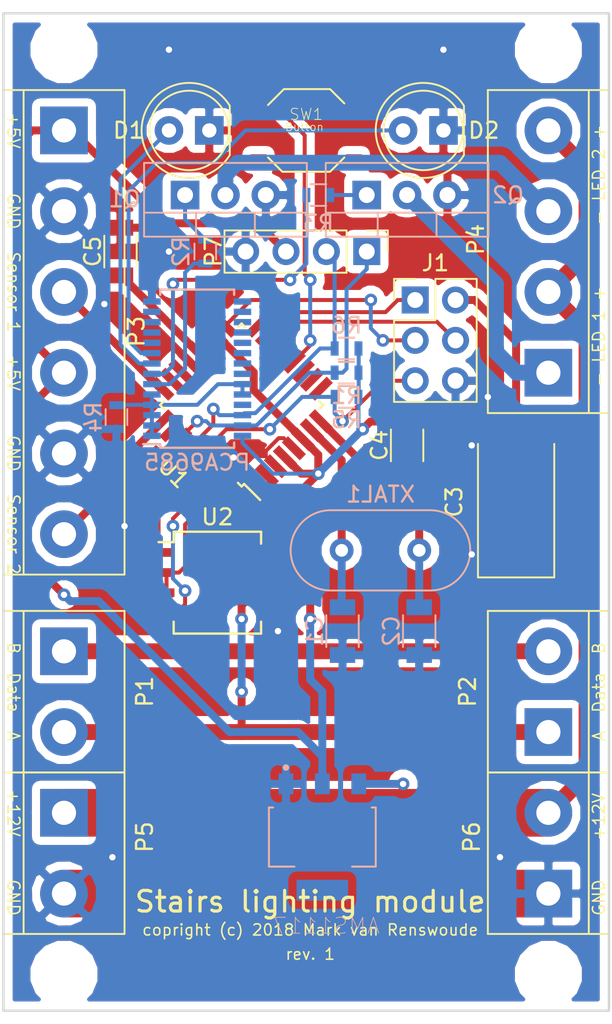
<source format=kicad_pcb>
(kicad_pcb (version 20171130) (host pcbnew "(5.0.1)-3")

  (general
    (thickness 1.6)
    (drawings 21)
    (tracks 251)
    (zones 0)
    (modules 33)
    (nets 30)
  )

  (page A4)
  (title_block
    (title "Stairs submodule")
    (date 2018-09-03)
    (rev 1)
    (company "Mark van Renswoude")
  )

  (layers
    (0 F.Cu signal)
    (31 B.Cu signal)
    (32 B.Adhes user hide)
    (33 F.Adhes user hide)
    (34 B.Paste user hide)
    (35 F.Paste user hide)
    (36 B.SilkS user)
    (37 F.SilkS user)
    (38 B.Mask user hide)
    (39 F.Mask user)
    (40 Dwgs.User user hide)
    (41 Cmts.User user hide)
    (42 Eco1.User user hide)
    (43 Eco2.User user hide)
    (44 Edge.Cuts user)
    (45 Margin user hide)
    (46 B.CrtYd user hide)
    (47 F.CrtYd user hide)
    (48 B.Fab user hide)
    (49 F.Fab user hide)
  )

  (setup
    (last_trace_width 0.25)
    (user_trace_width 0.5)
    (user_trace_width 1)
    (user_trace_width 3)
    (trace_clearance 0.2)
    (zone_clearance 0.508)
    (zone_45_only no)
    (trace_min 0.2)
    (segment_width 0.2)
    (edge_width 0.15)
    (via_size 0.8)
    (via_drill 0.4)
    (via_min_size 0.4)
    (via_min_drill 0.3)
    (uvia_size 0.3)
    (uvia_drill 0.1)
    (uvias_allowed no)
    (uvia_min_size 0.2)
    (uvia_min_drill 0.1)
    (pcb_text_width 0.3)
    (pcb_text_size 1.5 1.5)
    (mod_edge_width 0.15)
    (mod_text_size 1 1)
    (mod_text_width 0.15)
    (pad_size 3.2 3.2)
    (pad_drill 3.2)
    (pad_to_mask_clearance 0.2)
    (solder_mask_min_width 0.25)
    (aux_axis_origin 118.11 93.472)
    (visible_elements 7FFFFFFF)
    (pcbplotparams
      (layerselection 0x010f0_ffffffff)
      (usegerberextensions false)
      (usegerberattributes true)
      (usegerberadvancedattributes false)
      (creategerberjobfile false)
      (excludeedgelayer false)
      (linewidth 0.100000)
      (plotframeref false)
      (viasonmask false)
      (mode 1)
      (useauxorigin true)
      (hpglpennumber 1)
      (hpglpenspeed 20)
      (hpglpendiameter 15.000000)
      (psnegative false)
      (psa4output false)
      (plotreference true)
      (plotvalue true)
      (plotinvisibletext false)
      (padsonsilk true)
      (subtractmaskfromsilk false)
      (outputformat 1)
      (mirror false)
      (drillshape 0)
      (scaleselection 1)
      (outputdirectory "output"))
  )

  (net 0 "")
  (net 1 GND)
  (net 2 +5V)
  (net 3 +12V)
  (net 4 "Net-(C1-Pad1)")
  (net 5 "Net-(C2-Pad1)")
  (net 6 "Net-(P1-Pad2)")
  (net 7 "Net-(P1-Pad1)")
  (net 8 /PD)
  (net 9 "Net-(PCA9685-Pad7)")
  (net 10 "Net-(PCA9685-Pad6)")
  (net 11 "Net-(Q1-Pad1)")
  (net 12 "Net-(Q2-Pad1)")
  (net 13 MOSI)
  (net 14 RST)
  (net 15 SCK)
  (net 16 MISO)
  (net 17 "Net-(P4-Pad1)")
  (net 18 "Net-(P4-Pad3)")
  (net 19 "Net-(SW1-Pad1)")
  (net 20 "Net-(C5-Pad1)")
  (net 21 "Net-(U1-Pad31)")
  (net 22 "Net-(U1-Pad30)")
  (net 23 "Net-(U1-Pad32)")
  (net 24 "Net-(D1-Pad2)")
  (net 25 "Net-(D2-Pad2)")
  (net 26 "Net-(P3-Pad6)")
  (net 27 "Net-(P3-Pad3)")
  (net 28 SCL)
  (net 29 SDA)

  (net_class Default "This is the default net class."
    (clearance 0.2)
    (trace_width 0.25)
    (via_dia 0.8)
    (via_drill 0.4)
    (uvia_dia 0.3)
    (uvia_drill 0.1)
    (add_net /PD)
    (add_net GND)
    (add_net MISO)
    (add_net MOSI)
    (add_net "Net-(C1-Pad1)")
    (add_net "Net-(C2-Pad1)")
    (add_net "Net-(C5-Pad1)")
    (add_net "Net-(D1-Pad2)")
    (add_net "Net-(D2-Pad2)")
    (add_net "Net-(P1-Pad1)")
    (add_net "Net-(P1-Pad2)")
    (add_net "Net-(P3-Pad3)")
    (add_net "Net-(P3-Pad6)")
    (add_net "Net-(P4-Pad1)")
    (add_net "Net-(P4-Pad3)")
    (add_net "Net-(PCA9685-Pad6)")
    (add_net "Net-(PCA9685-Pad7)")
    (add_net "Net-(Q1-Pad1)")
    (add_net "Net-(Q2-Pad1)")
    (add_net "Net-(SW1-Pad1)")
    (add_net "Net-(U1-Pad30)")
    (add_net "Net-(U1-Pad31)")
    (add_net "Net-(U1-Pad32)")
    (add_net RST)
    (add_net SCK)
    (add_net SCL)
    (add_net SDA)
  )

  (net_class +5V ""
    (clearance 0.2)
    (trace_width 0.25)
    (via_dia 0.8)
    (via_drill 0.4)
    (uvia_dia 0.3)
    (uvia_drill 0.1)
    (add_net +5V)
  )

  (net_class POWAH ""
    (clearance 0.4)
    (trace_width 1)
    (via_dia 0.8)
    (via_drill 0.4)
    (uvia_dia 0.3)
    (uvia_drill 0.1)
    (add_net +12V)
  )

  (module Mounting_Holes:MountingHole_3.2mm_M3_ISO7380 (layer F.Cu) (tedit 5BFA87CA) (tstamp 5BFAC35E)
    (at 121.92 91.186)
    (descr "Mounting Hole 3.2mm, no annular, M3, ISO7380")
    (tags "mounting hole 3.2mm no annular m3 iso7380")
    (attr virtual)
    (fp_text reference REF** (at 0 -3.85) (layer F.SilkS) hide
      (effects (font (size 1 1) (thickness 0.15)))
    )
    (fp_text value MountingHole_3.2mm_M3_ISO7380 (at 0 3.85) (layer F.Fab)
      (effects (font (size 1 1) (thickness 0.15)))
    )
    (fp_circle (center 0 0) (end 3.1 0) (layer F.CrtYd) (width 0.05))
    (fp_circle (center 0 0) (end 2.85 0) (layer Cmts.User) (width 0.15))
    (fp_text user %R (at 0.3 0) (layer F.Fab)
      (effects (font (size 1 1) (thickness 0.15)))
    )
    (pad 1 np_thru_hole circle (at 0 0) (size 3.2 3.2) (drill 3.2) (layers *.Cu *.Mask))
  )

  (module Mounting_Holes:MountingHole_3.2mm_M3_ISO7380 (layer F.Cu) (tedit 5BFA87CD) (tstamp 5BFAC357)
    (at 152.4 91.186)
    (descr "Mounting Hole 3.2mm, no annular, M3, ISO7380")
    (tags "mounting hole 3.2mm no annular m3 iso7380")
    (attr virtual)
    (fp_text reference REF** (at 0 -3.85) (layer F.SilkS) hide
      (effects (font (size 1 1) (thickness 0.15)))
    )
    (fp_text value MountingHole_3.2mm_M3_ISO7380 (at 0 3.85) (layer F.Fab)
      (effects (font (size 1 1) (thickness 0.15)))
    )
    (fp_text user %R (at 0.3 0) (layer F.Fab)
      (effects (font (size 1 1) (thickness 0.15)))
    )
    (fp_circle (center 0 0) (end 2.85 0) (layer Cmts.User) (width 0.15))
    (fp_circle (center 0 0) (end 3.1 0) (layer F.CrtYd) (width 0.05))
    (pad 1 np_thru_hole circle (at 0 0) (size 3.2 3.2) (drill 3.2) (layers *.Cu *.Mask))
  )

  (module Mounting_Holes:MountingHole_3.2mm_M3_ISO7380 (layer F.Cu) (tedit 5BFA87CD) (tstamp 5BFAC321)
    (at 152.4 33.02)
    (descr "Mounting Hole 3.2mm, no annular, M3, ISO7380")
    (tags "mounting hole 3.2mm no annular m3 iso7380")
    (attr virtual)
    (fp_text reference REF** (at 0 -3.85) (layer F.SilkS) hide
      (effects (font (size 1 1) (thickness 0.15)))
    )
    (fp_text value MountingHole_3.2mm_M3_ISO7380 (at 0 3.85) (layer F.Fab)
      (effects (font (size 1 1) (thickness 0.15)))
    )
    (fp_circle (center 0 0) (end 3.1 0) (layer F.CrtYd) (width 0.05))
    (fp_circle (center 0 0) (end 2.85 0) (layer Cmts.User) (width 0.15))
    (fp_text user %R (at 0.3 0) (layer F.Fab)
      (effects (font (size 1 1) (thickness 0.15)))
    )
    (pad 1 np_thru_hole circle (at 0 0) (size 3.2 3.2) (drill 3.2) (layers *.Cu *.Mask))
  )

  (module TO_SOT_Packages_THT:TO-220-3_Vertical (layer B.Cu) (tedit 58CE52AD) (tstamp 5BF960B4)
    (at 129.54 42.164)
    (descr "TO-220-3, Vertical, RM 2.54mm")
    (tags "TO-220-3 Vertical RM 2.54mm")
    (path /5B8C8EA8)
    (fp_text reference Q1 (at -3.81 0.254) (layer B.SilkS)
      (effects (font (size 1 1) (thickness 0.15)) (justify mirror))
    )
    (fp_text value IRLB8721PBF (at 2.54 -3.92) (layer B.Fab)
      (effects (font (size 1 1) (thickness 0.15)) (justify mirror))
    )
    (fp_text user %R (at 2.54 3.62) (layer B.Fab)
      (effects (font (size 1 1) (thickness 0.15)) (justify mirror))
    )
    (fp_line (start -2.46 2.5) (end -2.46 -1.9) (layer B.Fab) (width 0.1))
    (fp_line (start -2.46 -1.9) (end 7.54 -1.9) (layer B.Fab) (width 0.1))
    (fp_line (start 7.54 -1.9) (end 7.54 2.5) (layer B.Fab) (width 0.1))
    (fp_line (start 7.54 2.5) (end -2.46 2.5) (layer B.Fab) (width 0.1))
    (fp_line (start -2.46 1.23) (end 7.54 1.23) (layer B.Fab) (width 0.1))
    (fp_line (start 0.69 2.5) (end 0.69 1.23) (layer B.Fab) (width 0.1))
    (fp_line (start 4.39 2.5) (end 4.39 1.23) (layer B.Fab) (width 0.1))
    (fp_line (start -2.58 2.62) (end 7.66 2.62) (layer B.SilkS) (width 0.12))
    (fp_line (start -2.58 -2.021) (end 7.66 -2.021) (layer B.SilkS) (width 0.12))
    (fp_line (start -2.58 2.62) (end -2.58 -2.021) (layer B.SilkS) (width 0.12))
    (fp_line (start 7.66 2.62) (end 7.66 -2.021) (layer B.SilkS) (width 0.12))
    (fp_line (start -2.58 1.11) (end 7.66 1.11) (layer B.SilkS) (width 0.12))
    (fp_line (start 0.69 2.62) (end 0.69 1.11) (layer B.SilkS) (width 0.12))
    (fp_line (start 4.391 2.62) (end 4.391 1.11) (layer B.SilkS) (width 0.12))
    (fp_line (start -2.71 2.75) (end -2.71 -2.16) (layer B.CrtYd) (width 0.05))
    (fp_line (start -2.71 -2.16) (end 7.79 -2.16) (layer B.CrtYd) (width 0.05))
    (fp_line (start 7.79 -2.16) (end 7.79 2.75) (layer B.CrtYd) (width 0.05))
    (fp_line (start 7.79 2.75) (end -2.71 2.75) (layer B.CrtYd) (width 0.05))
    (pad 1 thru_hole rect (at 0 0) (size 1.8 1.8) (drill 1) (layers *.Cu *.Mask)
      (net 11 "Net-(Q1-Pad1)"))
    (pad 2 thru_hole oval (at 2.54 0) (size 1.8 1.8) (drill 1) (layers *.Cu *.Mask)
      (net 18 "Net-(P4-Pad3)"))
    (pad 3 thru_hole oval (at 5.08 0) (size 1.8 1.8) (drill 1) (layers *.Cu *.Mask)
      (net 1 GND))
    (model ${KISYS3DMOD}/Package_TO_SOT_THT.3dshapes/TO-220-3_Horizontal_TabDown.wrl
      (offset (xyz 0 0 3.5))
      (scale (xyz 1 1 1))
      (rotate (xyz 0 0 0))
    )
  )

  (module TO_SOT_Packages_THT:TO-220-3_Vertical (layer B.Cu) (tedit 58CE52AD) (tstamp 5BF960D2)
    (at 140.97 42.164)
    (descr "TO-220-3, Vertical, RM 2.54mm")
    (tags "TO-220-3 Vertical RM 2.54mm")
    (path /5B8CB00E)
    (fp_text reference Q2 (at 8.89 0) (layer B.SilkS)
      (effects (font (size 1 1) (thickness 0.15)) (justify mirror))
    )
    (fp_text value IRLB8721PBF (at 2.54 -3.92) (layer B.Fab)
      (effects (font (size 1 1) (thickness 0.15)) (justify mirror))
    )
    (fp_text user %R (at 2.54 3.62) (layer B.Fab)
      (effects (font (size 1 1) (thickness 0.15)) (justify mirror))
    )
    (fp_line (start -2.46 2.5) (end -2.46 -1.9) (layer B.Fab) (width 0.1))
    (fp_line (start -2.46 -1.9) (end 7.54 -1.9) (layer B.Fab) (width 0.1))
    (fp_line (start 7.54 -1.9) (end 7.54 2.5) (layer B.Fab) (width 0.1))
    (fp_line (start 7.54 2.5) (end -2.46 2.5) (layer B.Fab) (width 0.1))
    (fp_line (start -2.46 1.23) (end 7.54 1.23) (layer B.Fab) (width 0.1))
    (fp_line (start 0.69 2.5) (end 0.69 1.23) (layer B.Fab) (width 0.1))
    (fp_line (start 4.39 2.5) (end 4.39 1.23) (layer B.Fab) (width 0.1))
    (fp_line (start -2.58 2.62) (end 7.66 2.62) (layer B.SilkS) (width 0.12))
    (fp_line (start -2.58 -2.021) (end 7.66 -2.021) (layer B.SilkS) (width 0.12))
    (fp_line (start -2.58 2.62) (end -2.58 -2.021) (layer B.SilkS) (width 0.12))
    (fp_line (start 7.66 2.62) (end 7.66 -2.021) (layer B.SilkS) (width 0.12))
    (fp_line (start -2.58 1.11) (end 7.66 1.11) (layer B.SilkS) (width 0.12))
    (fp_line (start 0.69 2.62) (end 0.69 1.11) (layer B.SilkS) (width 0.12))
    (fp_line (start 4.391 2.62) (end 4.391 1.11) (layer B.SilkS) (width 0.12))
    (fp_line (start -2.71 2.75) (end -2.71 -2.16) (layer B.CrtYd) (width 0.05))
    (fp_line (start -2.71 -2.16) (end 7.79 -2.16) (layer B.CrtYd) (width 0.05))
    (fp_line (start 7.79 -2.16) (end 7.79 2.75) (layer B.CrtYd) (width 0.05))
    (fp_line (start 7.79 2.75) (end -2.71 2.75) (layer B.CrtYd) (width 0.05))
    (pad 1 thru_hole rect (at 0 0) (size 1.8 1.8) (drill 1) (layers *.Cu *.Mask)
      (net 12 "Net-(Q2-Pad1)"))
    (pad 2 thru_hole oval (at 2.54 0) (size 1.8 1.8) (drill 1) (layers *.Cu *.Mask)
      (net 17 "Net-(P4-Pad1)"))
    (pad 3 thru_hole oval (at 5.08 0) (size 1.8 1.8) (drill 1) (layers *.Cu *.Mask)
      (net 1 GND))
    (model ${KISYS3DMOD}/Package_TO_SOT_THT.3dshapes/TO-220-3_Horizontal_TabDown.wrl
      (offset (xyz 0 0 3.5))
      (scale (xyz 1 1 1))
      (rotate (xyz 0 0 0))
    )
  )

  (module AMS1117-5.0:SOT229P700X180-4N (layer B.Cu) (tedit 5BFA8449) (tstamp 5BF92A2B)
    (at 138.176 82.55)
    (path /5B8AFB24)
    (attr smd)
    (fp_text reference AMS1117 (at 0.254 5.588 180) (layer B.SilkS)
      (effects (font (size 1.00211 1.00211) (thickness 0.05)) (justify mirror))
    )
    (fp_text value AMS1117-5 (at -0.516467 -5.54073) (layer B.SilkS) hide
      (effects (font (size 1.00285 1.00285) (thickness 0.05)) (justify mirror))
    )
    (fp_line (start -3.36 -1.86) (end -3.36 1.86) (layer Dwgs.User) (width 0.127))
    (fp_line (start -3.36 1.86) (end 3.36 1.86) (layer Dwgs.User) (width 0.127))
    (fp_line (start 3.36 1.86) (end 3.36 -1.86) (layer Dwgs.User) (width 0.127))
    (fp_line (start 3.36 -1.86) (end -3.36 -1.86) (layer Dwgs.User) (width 0.127))
    (fp_line (start -3.36 -1.86) (end -3.36 1.86) (layer B.SilkS) (width 0.127))
    (fp_line (start 3.36 -1.86) (end 3.36 1.86) (layer B.SilkS) (width 0.127))
    (fp_line (start -3.36 -1.86) (end -3.1 -1.86) (layer B.SilkS) (width 0.127))
    (fp_line (start 3.11 -1.86) (end 3.36 -1.86) (layer B.SilkS) (width 0.127))
    (fp_line (start 3.36 1.86) (end 1.87 1.86) (layer B.SilkS) (width 0.127))
    (fp_line (start -1.76 1.86) (end -3.36 1.86) (layer B.SilkS) (width 0.127))
    (fp_circle (center -2.29 -4.373) (end -2.19 -4.373) (layer B.SilkS) (width 0.2))
    (fp_line (start -3.61 2.11) (end -3.61 -2.11) (layer Eco1.User) (width 0.05))
    (fp_line (start -3.61 -2.11) (end -3.01 -2.11) (layer Eco1.User) (width 0.05))
    (fp_line (start -3.01 -2.11) (end -3.01 -4.25) (layer Eco1.User) (width 0.05))
    (fp_line (start -3.01 -4.25) (end 3.01 -4.25) (layer Eco1.User) (width 0.05))
    (fp_line (start 3.01 -4.25) (end 3.01 -2.11) (layer Eco1.User) (width 0.05))
    (fp_line (start 3.01 -2.11) (end 3.61 -2.11) (layer Eco1.User) (width 0.05))
    (fp_line (start 3.61 -2.11) (end 3.61 2.11) (layer Eco1.User) (width 0.05))
    (fp_line (start 3.61 2.11) (end 1.87 2.11) (layer Eco1.User) (width 0.05))
    (fp_line (start 1.87 2.11) (end 1.87 4.25) (layer Eco1.User) (width 0.05))
    (fp_line (start 1.87 4.25) (end -1.87 4.25) (layer Eco1.User) (width 0.05))
    (fp_line (start -1.87 4.25) (end -1.87 2.11) (layer Eco1.User) (width 0.05))
    (fp_line (start -1.87 2.11) (end -3.61 2.11) (layer Eco1.User) (width 0.05))
    (pad 1 smd rect (at -2.29 -3.345) (size 0.93 1.31) (layers B.Cu B.Paste B.Mask)
      (net 1 GND))
    (pad 2 smd rect (at 0 -3.345) (size 0.93 1.31) (layers B.Cu B.Paste B.Mask)
      (net 2 +5V))
    (pad 3 smd rect (at 2.29 -3.345) (size 0.93 1.31) (layers B.Cu B.Paste B.Mask)
      (net 3 +12V))
    (pad 4 smd rect (at 0 3.345) (size 3.24 1.31) (layers B.Cu B.Paste B.Mask))
    (model ${KISYS3DMOD}/Package_TO_SOT_SMD.3dshapes/SOT-223.wrl
      (at (xyz 0 0 0))
      (scale (xyz 1 1 1))
      (rotate (xyz 0 0 -90))
    )
  )

  (module Capacitors_SMD:C_1206 (layer B.Cu) (tedit 58AA84B8) (tstamp 5BF92A3C)
    (at 139.446 69.596 270)
    (descr "Capacitor SMD 1206, reflow soldering, AVX (see smccp.pdf)")
    (tags "capacitor 1206")
    (path /5B8B9824)
    (attr smd)
    (fp_text reference C1 (at 0 1.75 270) (layer B.SilkS)
      (effects (font (size 1 1) (thickness 0.15)) (justify mirror))
    )
    (fp_text value 33pF (at 0 -2 270) (layer B.Fab)
      (effects (font (size 1 1) (thickness 0.15)) (justify mirror))
    )
    (fp_line (start 2.25 -1.05) (end -2.25 -1.05) (layer B.CrtYd) (width 0.05))
    (fp_line (start 2.25 -1.05) (end 2.25 1.05) (layer B.CrtYd) (width 0.05))
    (fp_line (start -2.25 1.05) (end -2.25 -1.05) (layer B.CrtYd) (width 0.05))
    (fp_line (start -2.25 1.05) (end 2.25 1.05) (layer B.CrtYd) (width 0.05))
    (fp_line (start -1 -1.02) (end 1 -1.02) (layer B.SilkS) (width 0.12))
    (fp_line (start 1 1.02) (end -1 1.02) (layer B.SilkS) (width 0.12))
    (fp_line (start -1.6 0.8) (end 1.6 0.8) (layer B.Fab) (width 0.1))
    (fp_line (start 1.6 0.8) (end 1.6 -0.8) (layer B.Fab) (width 0.1))
    (fp_line (start 1.6 -0.8) (end -1.6 -0.8) (layer B.Fab) (width 0.1))
    (fp_line (start -1.6 -0.8) (end -1.6 0.8) (layer B.Fab) (width 0.1))
    (fp_text user %R (at 0 1.75 270) (layer B.Fab)
      (effects (font (size 1 1) (thickness 0.15)) (justify mirror))
    )
    (pad 2 smd rect (at 1.5 0 270) (size 1 1.6) (layers B.Cu B.Paste B.Mask)
      (net 1 GND))
    (pad 1 smd rect (at -1.5 0 270) (size 1 1.6) (layers B.Cu B.Paste B.Mask)
      (net 4 "Net-(C1-Pad1)"))
    (model ${KISYS3DMOD}/Capacitor_SMD.3dshapes/C_1206_3216Metric.wrl
      (at (xyz 0 0 0))
      (scale (xyz 1 1 1))
      (rotate (xyz 0 0 0))
    )
  )

  (module Capacitors_SMD:C_1206 (layer B.Cu) (tedit 58AA84B8) (tstamp 5BF92A4D)
    (at 144.272 69.596 270)
    (descr "Capacitor SMD 1206, reflow soldering, AVX (see smccp.pdf)")
    (tags "capacitor 1206")
    (path /5B8B93C9)
    (attr smd)
    (fp_text reference C2 (at 0 1.75 270) (layer B.SilkS)
      (effects (font (size 1 1) (thickness 0.15)) (justify mirror))
    )
    (fp_text value 33pF (at 0 -2 270) (layer B.Fab)
      (effects (font (size 1 1) (thickness 0.15)) (justify mirror))
    )
    (fp_text user %R (at 0 1.75 270) (layer B.Fab)
      (effects (font (size 1 1) (thickness 0.15)) (justify mirror))
    )
    (fp_line (start -1.6 -0.8) (end -1.6 0.8) (layer B.Fab) (width 0.1))
    (fp_line (start 1.6 -0.8) (end -1.6 -0.8) (layer B.Fab) (width 0.1))
    (fp_line (start 1.6 0.8) (end 1.6 -0.8) (layer B.Fab) (width 0.1))
    (fp_line (start -1.6 0.8) (end 1.6 0.8) (layer B.Fab) (width 0.1))
    (fp_line (start 1 1.02) (end -1 1.02) (layer B.SilkS) (width 0.12))
    (fp_line (start -1 -1.02) (end 1 -1.02) (layer B.SilkS) (width 0.12))
    (fp_line (start -2.25 1.05) (end 2.25 1.05) (layer B.CrtYd) (width 0.05))
    (fp_line (start -2.25 1.05) (end -2.25 -1.05) (layer B.CrtYd) (width 0.05))
    (fp_line (start 2.25 -1.05) (end 2.25 1.05) (layer B.CrtYd) (width 0.05))
    (fp_line (start 2.25 -1.05) (end -2.25 -1.05) (layer B.CrtYd) (width 0.05))
    (pad 1 smd rect (at -1.5 0 270) (size 1 1.6) (layers B.Cu B.Paste B.Mask)
      (net 5 "Net-(C2-Pad1)"))
    (pad 2 smd rect (at 1.5 0 270) (size 1 1.6) (layers B.Cu B.Paste B.Mask)
      (net 1 GND))
    (model ${KISYS3DMOD}/Capacitor_SMD.3dshapes/C_1206_3216Metric.wrl
      (at (xyz 0 0 0))
      (scale (xyz 1 1 1))
      (rotate (xyz 0 0 0))
    )
  )

  (module Capacitors_Tantalum_SMD:CP_Tantalum_Case-D_EIA-7343-31_Reflow (layer F.Cu) (tedit 58CC8C08) (tstamp 5BF92A61)
    (at 150.368 61.468 90)
    (descr "Tantalum capacitor, Case D, EIA 7343-31, 7.3x4.3x2.8mm, Reflow soldering footprint")
    (tags "capacitor tantalum smd")
    (path /5B8B090B)
    (attr smd)
    (fp_text reference C3 (at 0 -3.9 90) (layer F.SilkS)
      (effects (font (size 1 1) (thickness 0.15)))
    )
    (fp_text value 10µF (at 0 3.9 90) (layer F.Fab)
      (effects (font (size 1 1) (thickness 0.15)))
    )
    (fp_line (start -4.75 -2.4) (end -4.75 2.4) (layer F.SilkS) (width 0.12))
    (fp_line (start -4.75 2.4) (end 3.65 2.4) (layer F.SilkS) (width 0.12))
    (fp_line (start -4.75 -2.4) (end 3.65 -2.4) (layer F.SilkS) (width 0.12))
    (fp_line (start -2.555 -2.15) (end -2.555 2.15) (layer F.Fab) (width 0.1))
    (fp_line (start -2.92 -2.15) (end -2.92 2.15) (layer F.Fab) (width 0.1))
    (fp_line (start 3.65 -2.15) (end -3.65 -2.15) (layer F.Fab) (width 0.1))
    (fp_line (start 3.65 2.15) (end 3.65 -2.15) (layer F.Fab) (width 0.1))
    (fp_line (start -3.65 2.15) (end 3.65 2.15) (layer F.Fab) (width 0.1))
    (fp_line (start -3.65 -2.15) (end -3.65 2.15) (layer F.Fab) (width 0.1))
    (fp_line (start 4.85 -2.5) (end -4.85 -2.5) (layer F.CrtYd) (width 0.05))
    (fp_line (start 4.85 2.5) (end 4.85 -2.5) (layer F.CrtYd) (width 0.05))
    (fp_line (start -4.85 2.5) (end 4.85 2.5) (layer F.CrtYd) (width 0.05))
    (fp_line (start -4.85 -2.5) (end -4.85 2.5) (layer F.CrtYd) (width 0.05))
    (fp_text user %R (at 0 0 90) (layer F.Fab)
      (effects (font (size 1 1) (thickness 0.15)))
    )
    (pad 2 smd rect (at 3.175 0 90) (size 2.55 2.7) (layers F.Cu F.Paste F.Mask)
      (net 2 +5V))
    (pad 1 smd rect (at -3.175 0 90) (size 2.55 2.7) (layers F.Cu F.Paste F.Mask)
      (net 1 GND))
    (model ${KISYS3DMOD}/Capacitor_Tantalum_SMD.3dshapes/CP_EIA-7343-20_Kemet-V.wrl
      (at (xyz 0 0 0))
      (scale (xyz 1 1 1))
      (rotate (xyz 0 0 0))
    )
  )

  (module Capacitors_SMD:C_1206 (layer F.Cu) (tedit 58AA84B8) (tstamp 5BF92A72)
    (at 143.51 57.912 90)
    (descr "Capacitor SMD 1206, reflow soldering, AVX (see smccp.pdf)")
    (tags "capacitor 1206")
    (path /5B8B1267)
    (attr smd)
    (fp_text reference C4 (at 0 -1.75 90) (layer F.SilkS)
      (effects (font (size 1 1) (thickness 0.15)))
    )
    (fp_text value 100nF (at 0 2 90) (layer F.Fab)
      (effects (font (size 1 1) (thickness 0.15)))
    )
    (fp_line (start 2.25 1.05) (end -2.25 1.05) (layer F.CrtYd) (width 0.05))
    (fp_line (start 2.25 1.05) (end 2.25 -1.05) (layer F.CrtYd) (width 0.05))
    (fp_line (start -2.25 -1.05) (end -2.25 1.05) (layer F.CrtYd) (width 0.05))
    (fp_line (start -2.25 -1.05) (end 2.25 -1.05) (layer F.CrtYd) (width 0.05))
    (fp_line (start -1 1.02) (end 1 1.02) (layer F.SilkS) (width 0.12))
    (fp_line (start 1 -1.02) (end -1 -1.02) (layer F.SilkS) (width 0.12))
    (fp_line (start -1.6 -0.8) (end 1.6 -0.8) (layer F.Fab) (width 0.1))
    (fp_line (start 1.6 -0.8) (end 1.6 0.8) (layer F.Fab) (width 0.1))
    (fp_line (start 1.6 0.8) (end -1.6 0.8) (layer F.Fab) (width 0.1))
    (fp_line (start -1.6 0.8) (end -1.6 -0.8) (layer F.Fab) (width 0.1))
    (fp_text user %R (at 0 -1.75 90) (layer F.Fab)
      (effects (font (size 1 1) (thickness 0.15)))
    )
    (pad 2 smd rect (at 1.5 0 90) (size 1 1.6) (layers F.Cu F.Paste F.Mask)
      (net 2 +5V))
    (pad 1 smd rect (at -1.5 0 90) (size 1 1.6) (layers F.Cu F.Paste F.Mask)
      (net 1 GND))
    (model ${KISYS3DMOD}/Capacitor_SMD.3dshapes/C_1206_3216Metric.wrl
      (at (xyz 0 0 0))
      (scale (xyz 1 1 1))
      (rotate (xyz 0 0 0))
    )
  )

  (module Capacitors_SMD:C_1206 (layer F.Cu) (tedit 58AA84B8) (tstamp 5BF92A83)
    (at 125.476 45.72 90)
    (descr "Capacitor SMD 1206, reflow soldering, AVX (see smccp.pdf)")
    (tags "capacitor 1206")
    (path /5C0DFCEB)
    (attr smd)
    (fp_text reference C5 (at 0 -1.75 90) (layer F.SilkS)
      (effects (font (size 1 1) (thickness 0.15)))
    )
    (fp_text value 100nF (at 0 2 90) (layer F.Fab)
      (effects (font (size 1 1) (thickness 0.15)))
    )
    (fp_text user %R (at 0 -1.75 90) (layer F.Fab)
      (effects (font (size 1 1) (thickness 0.15)))
    )
    (fp_line (start -1.6 0.8) (end -1.6 -0.8) (layer F.Fab) (width 0.1))
    (fp_line (start 1.6 0.8) (end -1.6 0.8) (layer F.Fab) (width 0.1))
    (fp_line (start 1.6 -0.8) (end 1.6 0.8) (layer F.Fab) (width 0.1))
    (fp_line (start -1.6 -0.8) (end 1.6 -0.8) (layer F.Fab) (width 0.1))
    (fp_line (start 1 -1.02) (end -1 -1.02) (layer F.SilkS) (width 0.12))
    (fp_line (start -1 1.02) (end 1 1.02) (layer F.SilkS) (width 0.12))
    (fp_line (start -2.25 -1.05) (end 2.25 -1.05) (layer F.CrtYd) (width 0.05))
    (fp_line (start -2.25 -1.05) (end -2.25 1.05) (layer F.CrtYd) (width 0.05))
    (fp_line (start 2.25 1.05) (end 2.25 -1.05) (layer F.CrtYd) (width 0.05))
    (fp_line (start 2.25 1.05) (end -2.25 1.05) (layer F.CrtYd) (width 0.05))
    (pad 1 smd rect (at -1.5 0 90) (size 1 1.6) (layers F.Cu F.Paste F.Mask)
      (net 20 "Net-(C5-Pad1)"))
    (pad 2 smd rect (at 1.5 0 90) (size 1 1.6) (layers F.Cu F.Paste F.Mask)
      (net 1 GND))
    (model ${KISYS3DMOD}/Capacitor_SMD.3dshapes/C_1206_3216Metric.wrl
      (at (xyz 0 0 0))
      (scale (xyz 1 1 1))
      (rotate (xyz 0 0 0))
    )
  )

  (module Pin_Headers:Pin_Header_Straight_2x03_Pitch2.54mm (layer F.Cu) (tedit 59650532) (tstamp 5BF92A9F)
    (at 144.018 48.768)
    (descr "Through hole straight pin header, 2x03, 2.54mm pitch, double rows")
    (tags "Through hole pin header THT 2x03 2.54mm double row")
    (path /5BEBD38C)
    (fp_text reference J1 (at 1.27 -2.33) (layer F.SilkS)
      (effects (font (size 1 1) (thickness 0.15)))
    )
    (fp_text value PROG (at 1.27 7.41) (layer F.Fab)
      (effects (font (size 1 1) (thickness 0.15)))
    )
    (fp_text user %R (at 1.27 2.54 90) (layer F.Fab)
      (effects (font (size 1 1) (thickness 0.15)))
    )
    (fp_line (start 4.35 -1.8) (end -1.8 -1.8) (layer F.CrtYd) (width 0.05))
    (fp_line (start 4.35 6.85) (end 4.35 -1.8) (layer F.CrtYd) (width 0.05))
    (fp_line (start -1.8 6.85) (end 4.35 6.85) (layer F.CrtYd) (width 0.05))
    (fp_line (start -1.8 -1.8) (end -1.8 6.85) (layer F.CrtYd) (width 0.05))
    (fp_line (start -1.33 -1.33) (end 0 -1.33) (layer F.SilkS) (width 0.12))
    (fp_line (start -1.33 0) (end -1.33 -1.33) (layer F.SilkS) (width 0.12))
    (fp_line (start 1.27 -1.33) (end 3.87 -1.33) (layer F.SilkS) (width 0.12))
    (fp_line (start 1.27 1.27) (end 1.27 -1.33) (layer F.SilkS) (width 0.12))
    (fp_line (start -1.33 1.27) (end 1.27 1.27) (layer F.SilkS) (width 0.12))
    (fp_line (start 3.87 -1.33) (end 3.87 6.41) (layer F.SilkS) (width 0.12))
    (fp_line (start -1.33 1.27) (end -1.33 6.41) (layer F.SilkS) (width 0.12))
    (fp_line (start -1.33 6.41) (end 3.87 6.41) (layer F.SilkS) (width 0.12))
    (fp_line (start -1.27 0) (end 0 -1.27) (layer F.Fab) (width 0.1))
    (fp_line (start -1.27 6.35) (end -1.27 0) (layer F.Fab) (width 0.1))
    (fp_line (start 3.81 6.35) (end -1.27 6.35) (layer F.Fab) (width 0.1))
    (fp_line (start 3.81 -1.27) (end 3.81 6.35) (layer F.Fab) (width 0.1))
    (fp_line (start 0 -1.27) (end 3.81 -1.27) (layer F.Fab) (width 0.1))
    (pad 6 thru_hole oval (at 2.54 5.08) (size 1.7 1.7) (drill 1) (layers *.Cu *.Mask)
      (net 1 GND))
    (pad 5 thru_hole oval (at 0 5.08) (size 1.7 1.7) (drill 1) (layers *.Cu *.Mask)
      (net 14 RST))
    (pad 4 thru_hole oval (at 2.54 2.54) (size 1.7 1.7) (drill 1) (layers *.Cu *.Mask)
      (net 13 MOSI))
    (pad 3 thru_hole oval (at 0 2.54) (size 1.7 1.7) (drill 1) (layers *.Cu *.Mask)
      (net 15 SCK))
    (pad 2 thru_hole oval (at 2.54 0) (size 1.7 1.7) (drill 1) (layers *.Cu *.Mask)
      (net 2 +5V))
    (pad 1 thru_hole rect (at 0 0) (size 1.7 1.7) (drill 1) (layers *.Cu *.Mask)
      (net 16 MISO))
    (model ${KISYS3DMOD}/Connector_PinHeader_2.54mm.3dshapes/PinHeader_2x03_P2.54mm_Vertical.wrl
      (at (xyz 0 0 0))
      (scale (xyz 1 1 1))
      (rotate (xyz 0 0 0))
    )
  )

  (module Terminal_Blocks:TerminalBlock_bornier-2_P5.08mm (layer F.Cu) (tedit 59FF03AB) (tstamp 5BF92AB4)
    (at 121.92 70.866 270)
    (descr "simple 2-pin terminal block, pitch 5.08mm, revamped version of bornier2")
    (tags "terminal block bornier2")
    (path /5B8AE987)
    (fp_text reference P1 (at 2.54 -5.08 270) (layer F.SilkS)
      (effects (font (size 1 1) (thickness 0.15)))
    )
    (fp_text value DATA_IN (at 2.54 5.08 270) (layer F.Fab)
      (effects (font (size 1 1) (thickness 0.15)))
    )
    (fp_line (start 7.79 4) (end -2.71 4) (layer F.CrtYd) (width 0.05))
    (fp_line (start 7.79 4) (end 7.79 -4) (layer F.CrtYd) (width 0.05))
    (fp_line (start -2.71 -4) (end -2.71 4) (layer F.CrtYd) (width 0.05))
    (fp_line (start -2.71 -4) (end 7.79 -4) (layer F.CrtYd) (width 0.05))
    (fp_line (start -2.54 3.81) (end 7.62 3.81) (layer F.SilkS) (width 0.12))
    (fp_line (start -2.54 -3.81) (end -2.54 3.81) (layer F.SilkS) (width 0.12))
    (fp_line (start 7.62 -3.81) (end -2.54 -3.81) (layer F.SilkS) (width 0.12))
    (fp_line (start 7.62 3.81) (end 7.62 -3.81) (layer F.SilkS) (width 0.12))
    (fp_line (start 7.62 2.54) (end -2.54 2.54) (layer F.SilkS) (width 0.12))
    (fp_line (start 7.54 -3.75) (end -2.46 -3.75) (layer F.Fab) (width 0.1))
    (fp_line (start 7.54 3.75) (end 7.54 -3.75) (layer F.Fab) (width 0.1))
    (fp_line (start -2.46 3.75) (end 7.54 3.75) (layer F.Fab) (width 0.1))
    (fp_line (start -2.46 -3.75) (end -2.46 3.75) (layer F.Fab) (width 0.1))
    (fp_line (start -2.41 2.55) (end 7.49 2.55) (layer F.Fab) (width 0.1))
    (fp_text user %R (at 2.54 0 270) (layer F.Fab)
      (effects (font (size 1 1) (thickness 0.15)))
    )
    (pad 2 thru_hole circle (at 5.08 0 270) (size 3 3) (drill 1.52) (layers *.Cu *.Mask)
      (net 6 "Net-(P1-Pad2)"))
    (pad 1 thru_hole rect (at 0 0 270) (size 3 3) (drill 1.52) (layers *.Cu *.Mask)
      (net 7 "Net-(P1-Pad1)"))
    (model ${KISYS3DMOD}/Terminal_Blocks.3dshapes/TerminalBlock_bornier-2_P5.08mm.wrl
      (offset (xyz 2.539999961853027 0 0))
      (scale (xyz 1 1 1))
      (rotate (xyz 0 0 0))
    )
  )

  (module Terminal_Blocks:TerminalBlock_bornier-2_P5.08mm (layer F.Cu) (tedit 59FF03AB) (tstamp 5BF92AC9)
    (at 152.4 75.946 90)
    (descr "simple 2-pin terminal block, pitch 5.08mm, revamped version of bornier2")
    (tags "terminal block bornier2")
    (path /5B8AE9DD)
    (fp_text reference P2 (at 2.54 -5.08 90) (layer F.SilkS)
      (effects (font (size 1 1) (thickness 0.15)))
    )
    (fp_text value DATA_OUT (at 2.54 5.08 90) (layer F.Fab)
      (effects (font (size 1 1) (thickness 0.15)))
    )
    (fp_text user %R (at 2.54 0 90) (layer F.Fab)
      (effects (font (size 1 1) (thickness 0.15)))
    )
    (fp_line (start -2.41 2.55) (end 7.49 2.55) (layer F.Fab) (width 0.1))
    (fp_line (start -2.46 -3.75) (end -2.46 3.75) (layer F.Fab) (width 0.1))
    (fp_line (start -2.46 3.75) (end 7.54 3.75) (layer F.Fab) (width 0.1))
    (fp_line (start 7.54 3.75) (end 7.54 -3.75) (layer F.Fab) (width 0.1))
    (fp_line (start 7.54 -3.75) (end -2.46 -3.75) (layer F.Fab) (width 0.1))
    (fp_line (start 7.62 2.54) (end -2.54 2.54) (layer F.SilkS) (width 0.12))
    (fp_line (start 7.62 3.81) (end 7.62 -3.81) (layer F.SilkS) (width 0.12))
    (fp_line (start 7.62 -3.81) (end -2.54 -3.81) (layer F.SilkS) (width 0.12))
    (fp_line (start -2.54 -3.81) (end -2.54 3.81) (layer F.SilkS) (width 0.12))
    (fp_line (start -2.54 3.81) (end 7.62 3.81) (layer F.SilkS) (width 0.12))
    (fp_line (start -2.71 -4) (end 7.79 -4) (layer F.CrtYd) (width 0.05))
    (fp_line (start -2.71 -4) (end -2.71 4) (layer F.CrtYd) (width 0.05))
    (fp_line (start 7.79 4) (end 7.79 -4) (layer F.CrtYd) (width 0.05))
    (fp_line (start 7.79 4) (end -2.71 4) (layer F.CrtYd) (width 0.05))
    (pad 1 thru_hole rect (at 0 0 90) (size 3 3) (drill 1.52) (layers *.Cu *.Mask)
      (net 6 "Net-(P1-Pad2)"))
    (pad 2 thru_hole circle (at 5.08 0 90) (size 3 3) (drill 1.52) (layers *.Cu *.Mask)
      (net 7 "Net-(P1-Pad1)"))
    (model ${KISYS3DMOD}/Terminal_Blocks.3dshapes/TerminalBlock_bornier-2_P5.08mm.wrl
      (offset (xyz 2.539999961853027 0 0))
      (scale (xyz 1 1 1))
      (rotate (xyz 0 0 0))
    )
  )

  (module Terminal_Blocks:TerminalBlock_bornier-6_P5.08mm (layer F.Cu) (tedit 59FF03F5) (tstamp 5BF92AE2)
    (at 121.92 38.1 270)
    (descr "simple 6pin terminal block, pitch 5.08mm, revamped version of bornier6")
    (tags "terminal block bornier6")
    (path /5B8AE6A5)
    (fp_text reference P3 (at 12.65 -4.55 270) (layer F.SilkS)
      (effects (font (size 1 1) (thickness 0.15)))
    )
    (fp_text value SENSOR (at 12.7 4.75 270) (layer F.Fab)
      (effects (font (size 1 1) (thickness 0.15)))
    )
    (fp_line (start 28.15 4) (end -2.75 4) (layer F.CrtYd) (width 0.05))
    (fp_line (start 28.15 4) (end 28.15 -4) (layer F.CrtYd) (width 0.05))
    (fp_line (start -2.75 -4) (end -2.75 4) (layer F.CrtYd) (width 0.05))
    (fp_line (start -2.75 -4) (end 28.15 -4) (layer F.CrtYd) (width 0.05))
    (fp_line (start -2.54 3.81) (end 27.94 3.81) (layer F.SilkS) (width 0.12))
    (fp_line (start -2.54 -3.81) (end 27.94 -3.81) (layer F.SilkS) (width 0.12))
    (fp_line (start -2.54 2.54) (end 27.94 2.54) (layer F.SilkS) (width 0.12))
    (fp_line (start 27.94 3.81) (end 27.94 -3.81) (layer F.SilkS) (width 0.12))
    (fp_line (start -2.54 -3.81) (end -2.54 3.81) (layer F.SilkS) (width 0.12))
    (fp_line (start 27.9 -3.75) (end -2.5 -3.75) (layer F.Fab) (width 0.1))
    (fp_line (start 27.9 3.75) (end 27.9 -3.75) (layer F.Fab) (width 0.1))
    (fp_line (start -2.5 3.75) (end 27.9 3.75) (layer F.Fab) (width 0.1))
    (fp_line (start -2.5 -3.75) (end -2.5 3.75) (layer F.Fab) (width 0.1))
    (fp_line (start -2.5 2.55) (end 27.9 2.55) (layer F.Fab) (width 0.1))
    (fp_text user %R (at 12.7 0 270) (layer F.Fab)
      (effects (font (size 1 1) (thickness 0.15)))
    )
    (pad 6 thru_hole circle (at 25.4 0 270) (size 3 3) (drill 1.52) (layers *.Cu *.Mask)
      (net 26 "Net-(P3-Pad6)"))
    (pad 5 thru_hole circle (at 20.32 0 270) (size 3 3) (drill 1.52) (layers *.Cu *.Mask)
      (net 1 GND))
    (pad 4 thru_hole circle (at 15.24 0 270) (size 3 3) (drill 1.52) (layers *.Cu *.Mask)
      (net 2 +5V))
    (pad 1 thru_hole rect (at 0 0 270) (size 3 3) (drill 1.52) (layers *.Cu *.Mask)
      (net 2 +5V))
    (pad 3 thru_hole circle (at 10.16 0 270) (size 3 3) (drill 1.52) (layers *.Cu *.Mask)
      (net 27 "Net-(P3-Pad3)"))
    (pad 2 thru_hole circle (at 5.08 0 270) (size 3 3) (drill 1.52) (layers *.Cu *.Mask)
      (net 1 GND))
    (model ${KISYS3DMOD}/Terminal_Blocks.3dshapes/TerminalBlock_bornier-6_P5.08mm.wrl
      (offset (xyz 12.69999980926514 0 0))
      (scale (xyz 1 1 1))
      (rotate (xyz 0 0 0))
    )
  )

  (module Terminal_Blocks:TerminalBlock_bornier-4_P5.08mm (layer F.Cu) (tedit 59FF03D1) (tstamp 5BF92AFA)
    (at 152.4 53.34 90)
    (descr "simple 4-pin terminal block, pitch 5.08mm, revamped version of bornier4")
    (tags "terminal block bornier4")
    (path /5B8CBF27)
    (fp_text reference P4 (at 8.382 -4.572 90) (layer F.SilkS)
      (effects (font (size 1 1) (thickness 0.15)))
    )
    (fp_text value LED (at 7.6 4.75 90) (layer F.Fab)
      (effects (font (size 1 1) (thickness 0.15)))
    )
    (fp_line (start 17.97 4) (end -2.73 4) (layer F.CrtYd) (width 0.05))
    (fp_line (start 17.97 4) (end 17.97 -4) (layer F.CrtYd) (width 0.05))
    (fp_line (start -2.73 -4) (end -2.73 4) (layer F.CrtYd) (width 0.05))
    (fp_line (start -2.73 -4) (end 17.97 -4) (layer F.CrtYd) (width 0.05))
    (fp_line (start -2.54 3.81) (end 17.78 3.81) (layer F.SilkS) (width 0.12))
    (fp_line (start -2.54 -3.81) (end 17.78 -3.81) (layer F.SilkS) (width 0.12))
    (fp_line (start 17.78 2.54) (end -2.54 2.54) (layer F.SilkS) (width 0.12))
    (fp_line (start 17.78 3.81) (end 17.78 -3.81) (layer F.SilkS) (width 0.12))
    (fp_line (start -2.54 -3.81) (end -2.54 3.81) (layer F.SilkS) (width 0.12))
    (fp_line (start 17.72 3.75) (end -2.43 3.75) (layer F.Fab) (width 0.1))
    (fp_line (start 17.72 -3.75) (end 17.72 3.75) (layer F.Fab) (width 0.1))
    (fp_line (start -2.48 -3.75) (end 17.72 -3.75) (layer F.Fab) (width 0.1))
    (fp_line (start -2.48 3.75) (end -2.48 -3.75) (layer F.Fab) (width 0.1))
    (fp_line (start -2.43 3.75) (end -2.48 3.75) (layer F.Fab) (width 0.1))
    (fp_line (start -2.48 2.55) (end 17.72 2.55) (layer F.Fab) (width 0.1))
    (fp_text user %R (at 7.62 0 90) (layer F.Fab)
      (effects (font (size 1 1) (thickness 0.15)))
    )
    (pad 4 thru_hole circle (at 15.24 0 90) (size 3 3) (drill 1.52) (layers *.Cu *.Mask)
      (net 3 +12V))
    (pad 1 thru_hole rect (at 0 0 90) (size 3 3) (drill 1.52) (layers *.Cu *.Mask)
      (net 17 "Net-(P4-Pad1)"))
    (pad 3 thru_hole circle (at 10.16 0 90) (size 3 3) (drill 1.52) (layers *.Cu *.Mask)
      (net 18 "Net-(P4-Pad3)"))
    (pad 2 thru_hole circle (at 5.08 0 90) (size 3 3) (drill 1.52) (layers *.Cu *.Mask)
      (net 3 +12V))
    (model ${KISYS3DMOD}/Terminal_Blocks.3dshapes/TerminalBlock_bornier-4_P5.08mm.wrl
      (offset (xyz 7.619999885559082 0 0))
      (scale (xyz 1 1 1))
      (rotate (xyz 0 0 0))
    )
  )

  (module Terminal_Blocks:TerminalBlock_bornier-2_P5.08mm (layer F.Cu) (tedit 59FF03AB) (tstamp 5BF92B0F)
    (at 121.92 81.026 270)
    (descr "simple 2-pin terminal block, pitch 5.08mm, revamped version of bornier2")
    (tags "terminal block bornier2")
    (path /5B8ADA74)
    (fp_text reference P5 (at 1.524 -5.08 270) (layer F.SilkS)
      (effects (font (size 1 1) (thickness 0.15)))
    )
    (fp_text value PWR_OUT (at 2.54 5.08 270) (layer F.Fab)
      (effects (font (size 1 1) (thickness 0.15)))
    )
    (fp_text user %R (at 2.54 0 270) (layer F.Fab)
      (effects (font (size 1 1) (thickness 0.15)))
    )
    (fp_line (start -2.41 2.55) (end 7.49 2.55) (layer F.Fab) (width 0.1))
    (fp_line (start -2.46 -3.75) (end -2.46 3.75) (layer F.Fab) (width 0.1))
    (fp_line (start -2.46 3.75) (end 7.54 3.75) (layer F.Fab) (width 0.1))
    (fp_line (start 7.54 3.75) (end 7.54 -3.75) (layer F.Fab) (width 0.1))
    (fp_line (start 7.54 -3.75) (end -2.46 -3.75) (layer F.Fab) (width 0.1))
    (fp_line (start 7.62 2.54) (end -2.54 2.54) (layer F.SilkS) (width 0.12))
    (fp_line (start 7.62 3.81) (end 7.62 -3.81) (layer F.SilkS) (width 0.12))
    (fp_line (start 7.62 -3.81) (end -2.54 -3.81) (layer F.SilkS) (width 0.12))
    (fp_line (start -2.54 -3.81) (end -2.54 3.81) (layer F.SilkS) (width 0.12))
    (fp_line (start -2.54 3.81) (end 7.62 3.81) (layer F.SilkS) (width 0.12))
    (fp_line (start -2.71 -4) (end 7.79 -4) (layer F.CrtYd) (width 0.05))
    (fp_line (start -2.71 -4) (end -2.71 4) (layer F.CrtYd) (width 0.05))
    (fp_line (start 7.79 4) (end 7.79 -4) (layer F.CrtYd) (width 0.05))
    (fp_line (start 7.79 4) (end -2.71 4) (layer F.CrtYd) (width 0.05))
    (pad 1 thru_hole rect (at 0 0 270) (size 3 3) (drill 1.52) (layers *.Cu *.Mask)
      (net 3 +12V))
    (pad 2 thru_hole circle (at 5.08 0 270) (size 3 3) (drill 1.52) (layers *.Cu *.Mask)
      (net 1 GND))
    (model ${KISYS3DMOD}/Terminal_Blocks.3dshapes/TerminalBlock_bornier-2_P5.08mm.wrl
      (offset (xyz 2.539999961853027 0 0))
      (scale (xyz 1 1 1))
      (rotate (xyz 0 0 0))
    )
  )

  (module Terminal_Blocks:TerminalBlock_bornier-2_P5.08mm (layer F.Cu) (tedit 59FF03AB) (tstamp 5BF92B24)
    (at 152.4 86.106 90)
    (descr "simple 2-pin terminal block, pitch 5.08mm, revamped version of bornier2")
    (tags "terminal block bornier2")
    (path /5B8AD8CA)
    (fp_text reference P6 (at 3.556 -4.826 90) (layer F.SilkS)
      (effects (font (size 1 1) (thickness 0.15)))
    )
    (fp_text value PWR_IN (at 2.54 5.08 90) (layer F.Fab)
      (effects (font (size 1 1) (thickness 0.15)))
    )
    (fp_line (start 7.79 4) (end -2.71 4) (layer F.CrtYd) (width 0.05))
    (fp_line (start 7.79 4) (end 7.79 -4) (layer F.CrtYd) (width 0.05))
    (fp_line (start -2.71 -4) (end -2.71 4) (layer F.CrtYd) (width 0.05))
    (fp_line (start -2.71 -4) (end 7.79 -4) (layer F.CrtYd) (width 0.05))
    (fp_line (start -2.54 3.81) (end 7.62 3.81) (layer F.SilkS) (width 0.12))
    (fp_line (start -2.54 -3.81) (end -2.54 3.81) (layer F.SilkS) (width 0.12))
    (fp_line (start 7.62 -3.81) (end -2.54 -3.81) (layer F.SilkS) (width 0.12))
    (fp_line (start 7.62 3.81) (end 7.62 -3.81) (layer F.SilkS) (width 0.12))
    (fp_line (start 7.62 2.54) (end -2.54 2.54) (layer F.SilkS) (width 0.12))
    (fp_line (start 7.54 -3.75) (end -2.46 -3.75) (layer F.Fab) (width 0.1))
    (fp_line (start 7.54 3.75) (end 7.54 -3.75) (layer F.Fab) (width 0.1))
    (fp_line (start -2.46 3.75) (end 7.54 3.75) (layer F.Fab) (width 0.1))
    (fp_line (start -2.46 -3.75) (end -2.46 3.75) (layer F.Fab) (width 0.1))
    (fp_line (start -2.41 2.55) (end 7.49 2.55) (layer F.Fab) (width 0.1))
    (fp_text user %R (at 2.54 0 90) (layer F.Fab)
      (effects (font (size 1 1) (thickness 0.15)))
    )
    (pad 2 thru_hole circle (at 5.08 0 90) (size 3 3) (drill 1.52) (layers *.Cu *.Mask)
      (net 3 +12V))
    (pad 1 thru_hole rect (at 0 0 90) (size 3 3) (drill 1.52) (layers *.Cu *.Mask)
      (net 1 GND))
    (model ${KISYS3DMOD}/Terminal_Blocks.3dshapes/TerminalBlock_bornier-2_P5.08mm.wrl
      (offset (xyz 2.539999961853027 0 0))
      (scale (xyz 1 1 1))
      (rotate (xyz 0 0 0))
    )
  )

  (module Pin_Headers:Pin_Header_Straight_1x04_Pitch2.54mm (layer F.Cu) (tedit 59650532) (tstamp 5BF92B3C)
    (at 140.97 45.72 270)
    (descr "Through hole straight pin header, 1x04, 2.54mm pitch, single row")
    (tags "Through hole pin header THT 1x04 2.54mm single row")
    (path /5B8C32B0)
    (fp_text reference P7 (at 0 9.652 270) (layer F.SilkS)
      (effects (font (size 1 1) (thickness 0.15)))
    )
    (fp_text value SSD1306 (at 0 9.95 270) (layer F.Fab)
      (effects (font (size 1 1) (thickness 0.15)))
    )
    (fp_text user %R (at 0 3.81) (layer F.Fab)
      (effects (font (size 1 1) (thickness 0.15)))
    )
    (fp_line (start 1.8 -1.8) (end -1.8 -1.8) (layer F.CrtYd) (width 0.05))
    (fp_line (start 1.8 9.4) (end 1.8 -1.8) (layer F.CrtYd) (width 0.05))
    (fp_line (start -1.8 9.4) (end 1.8 9.4) (layer F.CrtYd) (width 0.05))
    (fp_line (start -1.8 -1.8) (end -1.8 9.4) (layer F.CrtYd) (width 0.05))
    (fp_line (start -1.33 -1.33) (end 0 -1.33) (layer F.SilkS) (width 0.12))
    (fp_line (start -1.33 0) (end -1.33 -1.33) (layer F.SilkS) (width 0.12))
    (fp_line (start -1.33 1.27) (end 1.33 1.27) (layer F.SilkS) (width 0.12))
    (fp_line (start 1.33 1.27) (end 1.33 8.95) (layer F.SilkS) (width 0.12))
    (fp_line (start -1.33 1.27) (end -1.33 8.95) (layer F.SilkS) (width 0.12))
    (fp_line (start -1.33 8.95) (end 1.33 8.95) (layer F.SilkS) (width 0.12))
    (fp_line (start -1.27 -0.635) (end -0.635 -1.27) (layer F.Fab) (width 0.1))
    (fp_line (start -1.27 8.89) (end -1.27 -0.635) (layer F.Fab) (width 0.1))
    (fp_line (start 1.27 8.89) (end -1.27 8.89) (layer F.Fab) (width 0.1))
    (fp_line (start 1.27 -1.27) (end 1.27 8.89) (layer F.Fab) (width 0.1))
    (fp_line (start -0.635 -1.27) (end 1.27 -1.27) (layer F.Fab) (width 0.1))
    (pad 4 thru_hole oval (at 0 7.62 270) (size 1.7 1.7) (drill 1) (layers *.Cu *.Mask)
      (net 1 GND))
    (pad 3 thru_hole oval (at 0 5.08 270) (size 1.7 1.7) (drill 1) (layers *.Cu *.Mask)
      (net 2 +5V))
    (pad 2 thru_hole oval (at 0 2.54 270) (size 1.7 1.7) (drill 1) (layers *.Cu *.Mask)
      (net 28 SCL))
    (pad 1 thru_hole rect (at 0 0 270) (size 1.7 1.7) (drill 1) (layers *.Cu *.Mask)
      (net 29 SDA))
    (model ${KISYS3DMOD}/Pin_Headers.3dshapes/Pin_Header_Straight_1x04_Pitch2.54mm.wrl
      (at (xyz 0 0 0))
      (scale (xyz 1 1 1))
      (rotate (xyz 0 0 0))
    )
    (model ${KISYS3DMOD}/Connector_PinSocket_2.54mm.3dshapes/PinSocket_1x04_P2.54mm_Vertical.wrl
      (at (xyz 0 0 0))
      (scale (xyz 1 1 1))
      (rotate (xyz 0 0 0))
    )
  )

  (module Housings_SSOP:TSSOP-28_4.4x9.7mm_Pitch0.65mm (layer B.Cu) (tedit 54130A77) (tstamp 5BF92B6D)
    (at 130.302 53.086)
    (descr "TSSOP28: plastic thin shrink small outline package; 28 leads; body width 4.4 mm; (see NXP SSOP-TSSOP-VSO-REFLOW.pdf and sot361-1_po.pdf)")
    (tags "SSOP 0.65")
    (path /5B8AD5C2)
    (attr smd)
    (fp_text reference PCA9685 (at 0 5.9) (layer B.SilkS)
      (effects (font (size 1 1) (thickness 0.15)) (justify mirror))
    )
    (fp_text value PCA9685-TSSOP (at 0 -5.9) (layer B.Fab)
      (effects (font (size 1 1) (thickness 0.15)) (justify mirror))
    )
    (fp_text user %R (at 0 0) (layer B.Fab)
      (effects (font (size 0.8 0.8) (thickness 0.15)) (justify mirror))
    )
    (fp_line (start -2.325 4.75) (end -3.4 4.75) (layer B.SilkS) (width 0.15))
    (fp_line (start -2.325 -4.975) (end 2.325 -4.975) (layer B.SilkS) (width 0.15))
    (fp_line (start -2.325 4.975) (end 2.325 4.975) (layer B.SilkS) (width 0.15))
    (fp_line (start -2.325 -4.975) (end -2.325 -4.65) (layer B.SilkS) (width 0.15))
    (fp_line (start 2.325 -4.975) (end 2.325 -4.65) (layer B.SilkS) (width 0.15))
    (fp_line (start 2.325 4.975) (end 2.325 4.65) (layer B.SilkS) (width 0.15))
    (fp_line (start -2.325 4.975) (end -2.325 4.75) (layer B.SilkS) (width 0.15))
    (fp_line (start -3.65 -5.15) (end 3.65 -5.15) (layer B.CrtYd) (width 0.05))
    (fp_line (start -3.65 5.15) (end 3.65 5.15) (layer B.CrtYd) (width 0.05))
    (fp_line (start 3.65 5.15) (end 3.65 -5.15) (layer B.CrtYd) (width 0.05))
    (fp_line (start -3.65 5.15) (end -3.65 -5.15) (layer B.CrtYd) (width 0.05))
    (fp_line (start -2.2 3.85) (end -1.2 4.85) (layer B.Fab) (width 0.15))
    (fp_line (start -2.2 -4.85) (end -2.2 3.85) (layer B.Fab) (width 0.15))
    (fp_line (start 2.2 -4.85) (end -2.2 -4.85) (layer B.Fab) (width 0.15))
    (fp_line (start 2.2 4.85) (end 2.2 -4.85) (layer B.Fab) (width 0.15))
    (fp_line (start -1.2 4.85) (end 2.2 4.85) (layer B.Fab) (width 0.15))
    (pad 28 smd rect (at 2.85 4.225) (size 1.1 0.4) (layers B.Cu B.Paste B.Mask)
      (net 2 +5V))
    (pad 27 smd rect (at 2.85 3.575) (size 1.1 0.4) (layers B.Cu B.Paste B.Mask)
      (net 29 SDA))
    (pad 26 smd rect (at 2.85 2.925) (size 1.1 0.4) (layers B.Cu B.Paste B.Mask)
      (net 28 SCL))
    (pad 25 smd rect (at 2.85 2.275) (size 1.1 0.4) (layers B.Cu B.Paste B.Mask))
    (pad 24 smd rect (at 2.85 1.625) (size 1.1 0.4) (layers B.Cu B.Paste B.Mask)
      (net 8 /PD))
    (pad 23 smd rect (at 2.85 0.975) (size 1.1 0.4) (layers B.Cu B.Paste B.Mask)
      (net 8 /PD))
    (pad 22 smd rect (at 2.85 0.325) (size 1.1 0.4) (layers B.Cu B.Paste B.Mask))
    (pad 21 smd rect (at 2.85 -0.325) (size 1.1 0.4) (layers B.Cu B.Paste B.Mask))
    (pad 20 smd rect (at 2.85 -0.975) (size 1.1 0.4) (layers B.Cu B.Paste B.Mask))
    (pad 19 smd rect (at 2.85 -1.625) (size 1.1 0.4) (layers B.Cu B.Paste B.Mask))
    (pad 18 smd rect (at 2.85 -2.275) (size 1.1 0.4) (layers B.Cu B.Paste B.Mask))
    (pad 17 smd rect (at 2.85 -2.925) (size 1.1 0.4) (layers B.Cu B.Paste B.Mask))
    (pad 16 smd rect (at 2.85 -3.575) (size 1.1 0.4) (layers B.Cu B.Paste B.Mask))
    (pad 15 smd rect (at 2.85 -4.225) (size 1.1 0.4) (layers B.Cu B.Paste B.Mask))
    (pad 14 smd rect (at -2.85 -4.225) (size 1.1 0.4) (layers B.Cu B.Paste B.Mask)
      (net 1 GND))
    (pad 13 smd rect (at -2.85 -3.575) (size 1.1 0.4) (layers B.Cu B.Paste B.Mask))
    (pad 12 smd rect (at -2.85 -2.925) (size 1.1 0.4) (layers B.Cu B.Paste B.Mask))
    (pad 11 smd rect (at -2.85 -2.275) (size 1.1 0.4) (layers B.Cu B.Paste B.Mask))
    (pad 10 smd rect (at -2.85 -1.625) (size 1.1 0.4) (layers B.Cu B.Paste B.Mask))
    (pad 9 smd rect (at -2.85 -0.975) (size 1.1 0.4) (layers B.Cu B.Paste B.Mask)
      (net 25 "Net-(D2-Pad2)"))
    (pad 8 smd rect (at -2.85 -0.325) (size 1.1 0.4) (layers B.Cu B.Paste B.Mask)
      (net 24 "Net-(D1-Pad2)"))
    (pad 7 smd rect (at -2.85 0.325) (size 1.1 0.4) (layers B.Cu B.Paste B.Mask)
      (net 9 "Net-(PCA9685-Pad7)"))
    (pad 6 smd rect (at -2.85 0.975) (size 1.1 0.4) (layers B.Cu B.Paste B.Mask)
      (net 10 "Net-(PCA9685-Pad6)"))
    (pad 5 smd rect (at -2.85 1.625) (size 1.1 0.4) (layers B.Cu B.Paste B.Mask)
      (net 8 /PD))
    (pad 4 smd rect (at -2.85 2.275) (size 1.1 0.4) (layers B.Cu B.Paste B.Mask)
      (net 8 /PD))
    (pad 3 smd rect (at -2.85 2.925) (size 1.1 0.4) (layers B.Cu B.Paste B.Mask)
      (net 8 /PD))
    (pad 2 smd rect (at -2.85 3.575) (size 1.1 0.4) (layers B.Cu B.Paste B.Mask)
      (net 8 /PD))
    (pad 1 smd rect (at -2.85 4.225) (size 1.1 0.4) (layers B.Cu B.Paste B.Mask)
      (net 8 /PD))
    (model ${KISYS3DMOD}/Package_SO.3dshapes/TSSOP-28_4.4x9.7mm_P0.65mm.wrl
      (at (xyz 0 0 0))
      (scale (xyz 1 1 1))
      (rotate (xyz 0 0 0))
    )
  )

  (module Resistors_SMD:R_0603 (layer B.Cu) (tedit 58E0A804) (tstamp 5BF92BBE)
    (at 139.7 53.34)
    (descr "Resistor SMD 0603, reflow soldering, Vishay (see dcrcw.pdf)")
    (tags "resistor 0603")
    (path /5B8C2380)
    (attr smd)
    (fp_text reference R1 (at 0 1.45) (layer B.SilkS)
      (effects (font (size 1 1) (thickness 0.15)) (justify mirror))
    )
    (fp_text value 4.7K (at 0 -1.5) (layer B.Fab)
      (effects (font (size 1 1) (thickness 0.15)) (justify mirror))
    )
    (fp_line (start 1.25 -0.7) (end -1.25 -0.7) (layer B.CrtYd) (width 0.05))
    (fp_line (start 1.25 -0.7) (end 1.25 0.7) (layer B.CrtYd) (width 0.05))
    (fp_line (start -1.25 0.7) (end -1.25 -0.7) (layer B.CrtYd) (width 0.05))
    (fp_line (start -1.25 0.7) (end 1.25 0.7) (layer B.CrtYd) (width 0.05))
    (fp_line (start -0.5 0.68) (end 0.5 0.68) (layer B.SilkS) (width 0.12))
    (fp_line (start 0.5 -0.68) (end -0.5 -0.68) (layer B.SilkS) (width 0.12))
    (fp_line (start -0.8 0.4) (end 0.8 0.4) (layer B.Fab) (width 0.1))
    (fp_line (start 0.8 0.4) (end 0.8 -0.4) (layer B.Fab) (width 0.1))
    (fp_line (start 0.8 -0.4) (end -0.8 -0.4) (layer B.Fab) (width 0.1))
    (fp_line (start -0.8 -0.4) (end -0.8 0.4) (layer B.Fab) (width 0.1))
    (fp_text user %R (at 0 0) (layer B.Fab)
      (effects (font (size 0.4 0.4) (thickness 0.075)) (justify mirror))
    )
    (pad 2 smd rect (at 0.75 0) (size 0.5 0.9) (layers B.Cu B.Paste B.Mask)
      (net 2 +5V))
    (pad 1 smd rect (at -0.75 0) (size 0.5 0.9) (layers B.Cu B.Paste B.Mask)
      (net 29 SDA))
    (model ${KISYS3DMOD}/Resistor_SMD.3dshapes/R_0603_1608Metric.wrl
      (at (xyz 0 0 0))
      (scale (xyz 1 1 1))
      (rotate (xyz 0 0 0))
    )
  )

  (module Resistors_SMD:R_0603 (layer B.Cu) (tedit 58E0A804) (tstamp 5BF92BCF)
    (at 130.81 45.72 90)
    (descr "Resistor SMD 0603, reflow soldering, Vishay (see dcrcw.pdf)")
    (tags "resistor 0603")
    (path /5B8CAD1E)
    (attr smd)
    (fp_text reference R2 (at 0 -1.524 90) (layer B.SilkS)
      (effects (font (size 1 1) (thickness 0.15)) (justify mirror))
    )
    (fp_text value 150 (at 0 -1.5 90) (layer B.Fab)
      (effects (font (size 1 1) (thickness 0.15)) (justify mirror))
    )
    (fp_text user %R (at 0 0 90) (layer B.Fab)
      (effects (font (size 0.4 0.4) (thickness 0.075)) (justify mirror))
    )
    (fp_line (start -0.8 -0.4) (end -0.8 0.4) (layer B.Fab) (width 0.1))
    (fp_line (start 0.8 -0.4) (end -0.8 -0.4) (layer B.Fab) (width 0.1))
    (fp_line (start 0.8 0.4) (end 0.8 -0.4) (layer B.Fab) (width 0.1))
    (fp_line (start -0.8 0.4) (end 0.8 0.4) (layer B.Fab) (width 0.1))
    (fp_line (start 0.5 -0.68) (end -0.5 -0.68) (layer B.SilkS) (width 0.12))
    (fp_line (start -0.5 0.68) (end 0.5 0.68) (layer B.SilkS) (width 0.12))
    (fp_line (start -1.25 0.7) (end 1.25 0.7) (layer B.CrtYd) (width 0.05))
    (fp_line (start -1.25 0.7) (end -1.25 -0.7) (layer B.CrtYd) (width 0.05))
    (fp_line (start 1.25 -0.7) (end 1.25 0.7) (layer B.CrtYd) (width 0.05))
    (fp_line (start 1.25 -0.7) (end -1.25 -0.7) (layer B.CrtYd) (width 0.05))
    (pad 1 smd rect (at -0.75 0 90) (size 0.5 0.9) (layers B.Cu B.Paste B.Mask)
      (net 10 "Net-(PCA9685-Pad6)"))
    (pad 2 smd rect (at 0.75 0 90) (size 0.5 0.9) (layers B.Cu B.Paste B.Mask)
      (net 11 "Net-(Q1-Pad1)"))
    (model ${KISYS3DMOD}/Resistor_SMD.3dshapes/R_0603_1608Metric.wrl
      (at (xyz 0 0 0))
      (scale (xyz 1 1 1))
      (rotate (xyz 0 0 0))
    )
  )

  (module Resistors_SMD:R_0603 (layer B.Cu) (tedit 58E0A804) (tstamp 5BF92BE0)
    (at 137.922 42.164)
    (descr "Resistor SMD 0603, reflow soldering, Vishay (see dcrcw.pdf)")
    (tags "resistor 0603")
    (path /5B8CAE68)
    (attr smd)
    (fp_text reference R3 (at 0 1.778) (layer B.SilkS)
      (effects (font (size 1 1) (thickness 0.15)) (justify mirror))
    )
    (fp_text value 150 (at 0 -1.5) (layer B.Fab)
      (effects (font (size 1 1) (thickness 0.15)) (justify mirror))
    )
    (fp_text user %R (at 0 0) (layer B.Fab)
      (effects (font (size 0.4 0.4) (thickness 0.075)) (justify mirror))
    )
    (fp_line (start -0.8 -0.4) (end -0.8 0.4) (layer B.Fab) (width 0.1))
    (fp_line (start 0.8 -0.4) (end -0.8 -0.4) (layer B.Fab) (width 0.1))
    (fp_line (start 0.8 0.4) (end 0.8 -0.4) (layer B.Fab) (width 0.1))
    (fp_line (start -0.8 0.4) (end 0.8 0.4) (layer B.Fab) (width 0.1))
    (fp_line (start 0.5 -0.68) (end -0.5 -0.68) (layer B.SilkS) (width 0.12))
    (fp_line (start -0.5 0.68) (end 0.5 0.68) (layer B.SilkS) (width 0.12))
    (fp_line (start -1.25 0.7) (end 1.25 0.7) (layer B.CrtYd) (width 0.05))
    (fp_line (start -1.25 0.7) (end -1.25 -0.7) (layer B.CrtYd) (width 0.05))
    (fp_line (start 1.25 -0.7) (end 1.25 0.7) (layer B.CrtYd) (width 0.05))
    (fp_line (start 1.25 -0.7) (end -1.25 -0.7) (layer B.CrtYd) (width 0.05))
    (pad 1 smd rect (at -0.75 0) (size 0.5 0.9) (layers B.Cu B.Paste B.Mask)
      (net 9 "Net-(PCA9685-Pad7)"))
    (pad 2 smd rect (at 0.75 0) (size 0.5 0.9) (layers B.Cu B.Paste B.Mask)
      (net 12 "Net-(Q2-Pad1)"))
    (model ${KISYS3DMOD}/Resistor_SMD.3dshapes/R_0603_1608Metric.wrl
      (at (xyz 0 0 0))
      (scale (xyz 1 1 1))
      (rotate (xyz 0 0 0))
    )
  )

  (module Resistors_SMD:R_0603 (layer B.Cu) (tedit 58E0A804) (tstamp 5BF92BF1)
    (at 125.222 56.134 270)
    (descr "Resistor SMD 0603, reflow soldering, Vishay (see dcrcw.pdf)")
    (tags "resistor 0603")
    (path /5B8C6BF9)
    (attr smd)
    (fp_text reference R4 (at 0 1.45 270) (layer B.SilkS)
      (effects (font (size 1 1) (thickness 0.15)) (justify mirror))
    )
    (fp_text value 10K (at 0 -1.5 270) (layer B.Fab)
      (effects (font (size 1 1) (thickness 0.15)) (justify mirror))
    )
    (fp_text user %R (at 0 0 270) (layer B.Fab)
      (effects (font (size 0.4 0.4) (thickness 0.075)) (justify mirror))
    )
    (fp_line (start -0.8 -0.4) (end -0.8 0.4) (layer B.Fab) (width 0.1))
    (fp_line (start 0.8 -0.4) (end -0.8 -0.4) (layer B.Fab) (width 0.1))
    (fp_line (start 0.8 0.4) (end 0.8 -0.4) (layer B.Fab) (width 0.1))
    (fp_line (start -0.8 0.4) (end 0.8 0.4) (layer B.Fab) (width 0.1))
    (fp_line (start 0.5 -0.68) (end -0.5 -0.68) (layer B.SilkS) (width 0.12))
    (fp_line (start -0.5 0.68) (end 0.5 0.68) (layer B.SilkS) (width 0.12))
    (fp_line (start -1.25 0.7) (end 1.25 0.7) (layer B.CrtYd) (width 0.05))
    (fp_line (start -1.25 0.7) (end -1.25 -0.7) (layer B.CrtYd) (width 0.05))
    (fp_line (start 1.25 -0.7) (end 1.25 0.7) (layer B.CrtYd) (width 0.05))
    (fp_line (start 1.25 -0.7) (end -1.25 -0.7) (layer B.CrtYd) (width 0.05))
    (pad 1 smd rect (at -0.75 0 270) (size 0.5 0.9) (layers B.Cu B.Paste B.Mask)
      (net 8 /PD))
    (pad 2 smd rect (at 0.75 0 270) (size 0.5 0.9) (layers B.Cu B.Paste B.Mask)
      (net 1 GND))
    (model ${KISYS3DMOD}/Resistor_SMD.3dshapes/R_0603_1608Metric.wrl
      (at (xyz 0 0 0))
      (scale (xyz 1 1 1))
      (rotate (xyz 0 0 0))
    )
  )

  (module Resistors_SMD:R_0603 (layer B.Cu) (tedit 58E0A804) (tstamp 5BF92C02)
    (at 139.7 54.864)
    (descr "Resistor SMD 0603, reflow soldering, Vishay (see dcrcw.pdf)")
    (tags "resistor 0603")
    (path /5B925FBE)
    (attr smd)
    (fp_text reference R5 (at 0 1.45) (layer B.SilkS)
      (effects (font (size 1 1) (thickness 0.15)) (justify mirror))
    )
    (fp_text value 10K (at 0 -1.5) (layer B.Fab)
      (effects (font (size 1 1) (thickness 0.15)) (justify mirror))
    )
    (fp_line (start 1.25 -0.7) (end -1.25 -0.7) (layer B.CrtYd) (width 0.05))
    (fp_line (start 1.25 -0.7) (end 1.25 0.7) (layer B.CrtYd) (width 0.05))
    (fp_line (start -1.25 0.7) (end -1.25 -0.7) (layer B.CrtYd) (width 0.05))
    (fp_line (start -1.25 0.7) (end 1.25 0.7) (layer B.CrtYd) (width 0.05))
    (fp_line (start -0.5 0.68) (end 0.5 0.68) (layer B.SilkS) (width 0.12))
    (fp_line (start 0.5 -0.68) (end -0.5 -0.68) (layer B.SilkS) (width 0.12))
    (fp_line (start -0.8 0.4) (end 0.8 0.4) (layer B.Fab) (width 0.1))
    (fp_line (start 0.8 0.4) (end 0.8 -0.4) (layer B.Fab) (width 0.1))
    (fp_line (start 0.8 -0.4) (end -0.8 -0.4) (layer B.Fab) (width 0.1))
    (fp_line (start -0.8 -0.4) (end -0.8 0.4) (layer B.Fab) (width 0.1))
    (fp_text user %R (at 0 0) (layer B.Fab)
      (effects (font (size 0.4 0.4) (thickness 0.075)) (justify mirror))
    )
    (pad 2 smd rect (at 0.75 0) (size 0.5 0.9) (layers B.Cu B.Paste B.Mask)
      (net 2 +5V))
    (pad 1 smd rect (at -0.75 0) (size 0.5 0.9) (layers B.Cu B.Paste B.Mask)
      (net 14 RST))
    (model ${KISYS3DMOD}/Resistor_SMD.3dshapes/R_0603_1608Metric.wrl
      (at (xyz 0 0 0))
      (scale (xyz 1 1 1))
      (rotate (xyz 0 0 0))
    )
  )

  (module Resistors_SMD:R_0603 (layer B.Cu) (tedit 58E0A804) (tstamp 5BF92C13)
    (at 139.7 51.816 180)
    (descr "Resistor SMD 0603, reflow soldering, Vishay (see dcrcw.pdf)")
    (tags "resistor 0603")
    (path /5C0CFA3C)
    (attr smd)
    (fp_text reference R6 (at 0 1.45 180) (layer B.SilkS)
      (effects (font (size 1 1) (thickness 0.15)) (justify mirror))
    )
    (fp_text value 4.7K (at 0 -1.5 180) (layer B.Fab)
      (effects (font (size 1 1) (thickness 0.15)) (justify mirror))
    )
    (fp_line (start 1.25 -0.7) (end -1.25 -0.7) (layer B.CrtYd) (width 0.05))
    (fp_line (start 1.25 -0.7) (end 1.25 0.7) (layer B.CrtYd) (width 0.05))
    (fp_line (start -1.25 0.7) (end -1.25 -0.7) (layer B.CrtYd) (width 0.05))
    (fp_line (start -1.25 0.7) (end 1.25 0.7) (layer B.CrtYd) (width 0.05))
    (fp_line (start -0.5 0.68) (end 0.5 0.68) (layer B.SilkS) (width 0.12))
    (fp_line (start 0.5 -0.68) (end -0.5 -0.68) (layer B.SilkS) (width 0.12))
    (fp_line (start -0.8 0.4) (end 0.8 0.4) (layer B.Fab) (width 0.1))
    (fp_line (start 0.8 0.4) (end 0.8 -0.4) (layer B.Fab) (width 0.1))
    (fp_line (start 0.8 -0.4) (end -0.8 -0.4) (layer B.Fab) (width 0.1))
    (fp_line (start -0.8 -0.4) (end -0.8 0.4) (layer B.Fab) (width 0.1))
    (fp_text user %R (at 0 0 180) (layer B.Fab)
      (effects (font (size 0.4 0.4) (thickness 0.075)) (justify mirror))
    )
    (pad 2 smd rect (at 0.75 0 180) (size 0.5 0.9) (layers B.Cu B.Paste B.Mask)
      (net 28 SCL))
    (pad 1 smd rect (at -0.75 0 180) (size 0.5 0.9) (layers B.Cu B.Paste B.Mask)
      (net 2 +5V))
    (model ${KISYS3DMOD}/Resistor_SMD.3dshapes/R_0603_1608Metric.wrl
      (at (xyz 0 0 0))
      (scale (xyz 1 1 1))
      (rotate (xyz 0 0 0))
    )
  )

  (module SMD-BUTTON_4P-5.2X5.2X1.5MM-SKQGAKE010_:SW4-SMD-5.2X5.2X1.5MM (layer F.Cu) (tedit 0) (tstamp 5BF92C28)
    (at 137.16 38.1)
    (path /5BF329CF)
    (attr smd)
    (fp_text reference SW1 (at 0 -1.016) (layer F.SilkS)
      (effects (font (size 0.701862 0.701862) (thickness 0.05)))
    )
    (fp_text value Button (at -0.112861 -0.218191) (layer F.SilkS)
      (effects (font (size 0.501589 0.501589) (thickness 0.05)))
    )
    (fp_line (start 2.6 1.46863) (end 1.46863 2.6) (layer Dwgs.User) (width 0.127))
    (fp_line (start 1.5 2.6) (end -1.1 2.6) (layer F.SilkS) (width 0.127))
    (fp_line (start -1.1 2.6) (end -1.45982 2.6) (layer F.SilkS) (width 0.127))
    (fp_line (start -1.45982 2.6) (end -2.6 1.45982) (layer Dwgs.User) (width 0.127))
    (fp_line (start -2.6 -1.39584) (end -1.39584 -2.6) (layer Dwgs.User) (width 0.127))
    (fp_line (start -1.4 -2.6) (end 1.5 -2.6) (layer F.SilkS) (width 0.127))
    (fp_line (start 1.43381 -2.6) (end 2.6 -1.43381) (layer Dwgs.User) (width 0.127))
    (fp_poly (pts (xy -2.50464 -2.6) (xy 2.6 -2.6) (xy 2.6 2.60484) (xy -2.50464 2.60484)) (layer Eco1.User) (width 0))
    (fp_line (start -1.4 -2.6) (end -2.4 -1.6) (layer F.SilkS) (width 0.127))
    (fp_line (start 1.5 -2.6) (end 2.4 -1.7) (layer F.SilkS) (width 0.127))
    (fp_line (start 1.5 2.6) (end 2.4 1.7) (layer F.SilkS) (width 0.127))
    (fp_line (start -1.45982 2.6) (end -1.5 2.6) (layer F.SilkS) (width 0.127))
    (fp_line (start -1.5 2.6) (end -2.4 1.7) (layer F.SilkS) (width 0.127))
    (pad 1 smd rect (at -3 -1.85) (size 1 0.7) (layers F.Cu F.Paste F.Mask)
      (net 19 "Net-(SW1-Pad1)"))
    (pad 2 smd rect (at 3 -1.85) (size 1 0.7) (layers F.Cu F.Paste F.Mask)
      (net 1 GND))
    (pad 3 smd rect (at -3 1.85) (size 1 0.7) (layers F.Cu F.Paste F.Mask))
    (pad 4 smd rect (at 3 1.85) (size 1 0.7) (layers F.Cu F.Paste F.Mask))
    (model ${KISYS3DMOD}/Button_Switch_SMD.3dshapes/SW_SPST_TL3342.wrl
      (at (xyz 0 0 0))
      (scale (xyz 1 1 1))
      (rotate (xyz 0 0 0))
    )
  )

  (module Housings_QFP:TQFP-32_7x7mm_Pitch0.8mm (layer F.Cu) (tedit 58CC9A48) (tstamp 5BF92C5F)
    (at 133.096 55.372 135)
    (descr "32-Lead Plastic Thin Quad Flatpack (PT) - 7x7x1.0 mm Body, 2.00 mm [TQFP] (see Microchip Packaging Specification 00000049BS.pdf)")
    (tags "QFP 0.8")
    (path /5BF96964)
    (attr smd)
    (fp_text reference U1 (at 0 -6.05 135) (layer F.SilkS)
      (effects (font (size 1 1) (thickness 0.15)))
    )
    (fp_text value ATmega328-AU (at 0 6.05 135) (layer F.Fab)
      (effects (font (size 1 1) (thickness 0.15)))
    )
    (fp_line (start -3.625 -3.4) (end -5.05 -3.4) (layer F.SilkS) (width 0.15))
    (fp_line (start 3.625 -3.625) (end 3.3 -3.625) (layer F.SilkS) (width 0.15))
    (fp_line (start 3.625 3.625) (end 3.3 3.625) (layer F.SilkS) (width 0.15))
    (fp_line (start -3.625 3.625) (end -3.3 3.625) (layer F.SilkS) (width 0.15))
    (fp_line (start -3.625 -3.625) (end -3.3 -3.625) (layer F.SilkS) (width 0.15))
    (fp_line (start -3.625 3.625) (end -3.625 3.3) (layer F.SilkS) (width 0.15))
    (fp_line (start 3.625 3.625) (end 3.625 3.3) (layer F.SilkS) (width 0.15))
    (fp_line (start 3.625 -3.625) (end 3.625 -3.3) (layer F.SilkS) (width 0.15))
    (fp_line (start -3.625 -3.625) (end -3.625 -3.4) (layer F.SilkS) (width 0.15))
    (fp_line (start -5.3 5.3) (end 5.3 5.3) (layer F.CrtYd) (width 0.05))
    (fp_line (start -5.3 -5.3) (end 5.3 -5.3) (layer F.CrtYd) (width 0.05))
    (fp_line (start 5.3 -5.3) (end 5.3 5.3) (layer F.CrtYd) (width 0.05))
    (fp_line (start -5.3 -5.3) (end -5.3 5.3) (layer F.CrtYd) (width 0.05))
    (fp_line (start -3.5 -2.5) (end -2.5 -3.5) (layer F.Fab) (width 0.15))
    (fp_line (start -3.5 3.5) (end -3.5 -2.5) (layer F.Fab) (width 0.15))
    (fp_line (start 3.5 3.5) (end -3.5 3.5) (layer F.Fab) (width 0.15))
    (fp_line (start 3.5 -3.5) (end 3.5 3.5) (layer F.Fab) (width 0.15))
    (fp_line (start -2.5 -3.5) (end 3.5 -3.5) (layer F.Fab) (width 0.15))
    (fp_text user %R (at 0 0 135) (layer F.Fab)
      (effects (font (size 1 1) (thickness 0.15)))
    )
    (pad 32 smd rect (at -2.8 -4.25 225) (size 1.6 0.55) (layers F.Cu F.Paste F.Mask)
      (net 23 "Net-(U1-Pad32)"))
    (pad 31 smd rect (at -2 -4.25 225) (size 1.6 0.55) (layers F.Cu F.Paste F.Mask)
      (net 21 "Net-(U1-Pad31)"))
    (pad 30 smd rect (at -1.2 -4.25 225) (size 1.6 0.55) (layers F.Cu F.Paste F.Mask)
      (net 22 "Net-(U1-Pad30)"))
    (pad 29 smd rect (at -0.4 -4.25 225) (size 1.6 0.55) (layers F.Cu F.Paste F.Mask)
      (net 14 RST))
    (pad 28 smd rect (at 0.4 -4.25 225) (size 1.6 0.55) (layers F.Cu F.Paste F.Mask)
      (net 28 SCL))
    (pad 27 smd rect (at 1.2 -4.25 225) (size 1.6 0.55) (layers F.Cu F.Paste F.Mask)
      (net 29 SDA))
    (pad 26 smd rect (at 2 -4.25 225) (size 1.6 0.55) (layers F.Cu F.Paste F.Mask))
    (pad 25 smd rect (at 2.8 -4.25 225) (size 1.6 0.55) (layers F.Cu F.Paste F.Mask)
      (net 26 "Net-(P3-Pad6)"))
    (pad 24 smd rect (at 4.25 -2.8 135) (size 1.6 0.55) (layers F.Cu F.Paste F.Mask)
      (net 27 "Net-(P3-Pad3)"))
    (pad 23 smd rect (at 4.25 -2 135) (size 1.6 0.55) (layers F.Cu F.Paste F.Mask))
    (pad 22 smd rect (at 4.25 -1.2 135) (size 1.6 0.55) (layers F.Cu F.Paste F.Mask))
    (pad 21 smd rect (at 4.25 -0.4 135) (size 1.6 0.55) (layers F.Cu F.Paste F.Mask)
      (net 1 GND))
    (pad 20 smd rect (at 4.25 0.4 135) (size 1.6 0.55) (layers F.Cu F.Paste F.Mask)
      (net 20 "Net-(C5-Pad1)"))
    (pad 19 smd rect (at 4.25 1.2 135) (size 1.6 0.55) (layers F.Cu F.Paste F.Mask))
    (pad 18 smd rect (at 4.25 2 135) (size 1.6 0.55) (layers F.Cu F.Paste F.Mask)
      (net 2 +5V))
    (pad 17 smd rect (at 4.25 2.8 135) (size 1.6 0.55) (layers F.Cu F.Paste F.Mask)
      (net 15 SCK))
    (pad 16 smd rect (at 2.8 4.25 225) (size 1.6 0.55) (layers F.Cu F.Paste F.Mask)
      (net 16 MISO))
    (pad 15 smd rect (at 2 4.25 225) (size 1.6 0.55) (layers F.Cu F.Paste F.Mask)
      (net 13 MOSI))
    (pad 14 smd rect (at 1.2 4.25 225) (size 1.6 0.55) (layers F.Cu F.Paste F.Mask))
    (pad 13 smd rect (at 0.4 4.25 225) (size 1.6 0.55) (layers F.Cu F.Paste F.Mask))
    (pad 12 smd rect (at -0.4 4.25 225) (size 1.6 0.55) (layers F.Cu F.Paste F.Mask)
      (net 19 "Net-(SW1-Pad1)"))
    (pad 11 smd rect (at -1.2 4.25 225) (size 1.6 0.55) (layers F.Cu F.Paste F.Mask))
    (pad 10 smd rect (at -2 4.25 225) (size 1.6 0.55) (layers F.Cu F.Paste F.Mask))
    (pad 9 smd rect (at -2.8 4.25 225) (size 1.6 0.55) (layers F.Cu F.Paste F.Mask))
    (pad 8 smd rect (at -4.25 2.8 135) (size 1.6 0.55) (layers F.Cu F.Paste F.Mask)
      (net 5 "Net-(C2-Pad1)"))
    (pad 7 smd rect (at -4.25 2 135) (size 1.6 0.55) (layers F.Cu F.Paste F.Mask)
      (net 4 "Net-(C1-Pad1)"))
    (pad 6 smd rect (at -4.25 1.2 135) (size 1.6 0.55) (layers F.Cu F.Paste F.Mask)
      (net 2 +5V))
    (pad 5 smd rect (at -4.25 0.4 135) (size 1.6 0.55) (layers F.Cu F.Paste F.Mask)
      (net 1 GND))
    (pad 4 smd rect (at -4.25 -0.4 135) (size 1.6 0.55) (layers F.Cu F.Paste F.Mask)
      (net 2 +5V))
    (pad 3 smd rect (at -4.25 -1.2 135) (size 1.6 0.55) (layers F.Cu F.Paste F.Mask)
      (net 1 GND))
    (pad 2 smd rect (at -4.25 -2 135) (size 1.6 0.55) (layers F.Cu F.Paste F.Mask))
    (pad 1 smd rect (at -4.25 -2.8 135) (size 1.6 0.55) (layers F.Cu F.Paste F.Mask))
    (model ${KISYS3DMOD}/Housings_QFP.3dshapes/TQFP-32_7x7mm_Pitch0.8mm.wrl
      (at (xyz 0 0 0))
      (scale (xyz 1 1 1))
      (rotate (xyz 0 0 0))
    )
    (model ${KISYS3DMOD}/Package_QFP.3dshapes/TQFP-32_7x7mm_P0.8mm.wrl
      (at (xyz 0 0 0))
      (scale (xyz 1 1 1))
      (rotate (xyz 0 0 0))
    )
  )

  (module Crystals:Crystal_HC49-U_Vertical (layer B.Cu) (tedit 58CD2E9C) (tstamp 5BF92C93)
    (at 144.272 64.516 180)
    (descr "Crystal THT HC-49/U http://5hertz.com/pdfs/04404_D.pdf")
    (tags "THT crystalHC-49/U")
    (path /5B8B9A62)
    (fp_text reference XTAL1 (at 2.44 3.525 180) (layer B.SilkS)
      (effects (font (size 1 1) (thickness 0.15)) (justify mirror))
    )
    (fp_text value "16 Mhz" (at 2.44 -3.525 180) (layer B.Fab)
      (effects (font (size 1 1) (thickness 0.15)) (justify mirror))
    )
    (fp_arc (start 5.565 0) (end 5.565 2.525) (angle -180) (layer B.SilkS) (width 0.12))
    (fp_arc (start -0.685 0) (end -0.685 2.525) (angle 180) (layer B.SilkS) (width 0.12))
    (fp_arc (start 5.44 0) (end 5.44 2) (angle -180) (layer B.Fab) (width 0.1))
    (fp_arc (start -0.56 0) (end -0.56 2) (angle 180) (layer B.Fab) (width 0.1))
    (fp_arc (start 5.565 0) (end 5.565 2.325) (angle -180) (layer B.Fab) (width 0.1))
    (fp_arc (start -0.685 0) (end -0.685 2.325) (angle 180) (layer B.Fab) (width 0.1))
    (fp_line (start 8.4 2.8) (end -3.5 2.8) (layer B.CrtYd) (width 0.05))
    (fp_line (start 8.4 -2.8) (end 8.4 2.8) (layer B.CrtYd) (width 0.05))
    (fp_line (start -3.5 -2.8) (end 8.4 -2.8) (layer B.CrtYd) (width 0.05))
    (fp_line (start -3.5 2.8) (end -3.5 -2.8) (layer B.CrtYd) (width 0.05))
    (fp_line (start -0.685 -2.525) (end 5.565 -2.525) (layer B.SilkS) (width 0.12))
    (fp_line (start -0.685 2.525) (end 5.565 2.525) (layer B.SilkS) (width 0.12))
    (fp_line (start -0.56 -2) (end 5.44 -2) (layer B.Fab) (width 0.1))
    (fp_line (start -0.56 2) (end 5.44 2) (layer B.Fab) (width 0.1))
    (fp_line (start -0.685 -2.325) (end 5.565 -2.325) (layer B.Fab) (width 0.1))
    (fp_line (start -0.685 2.325) (end 5.565 2.325) (layer B.Fab) (width 0.1))
    (fp_text user %R (at 2.44 0 180) (layer B.Fab)
      (effects (font (size 1 1) (thickness 0.15)) (justify mirror))
    )
    (pad 2 thru_hole circle (at 4.88 0 180) (size 1.5 1.5) (drill 0.8) (layers *.Cu *.Mask)
      (net 4 "Net-(C1-Pad1)"))
    (pad 1 thru_hole circle (at 0 0 180) (size 1.5 1.5) (drill 0.8) (layers *.Cu *.Mask)
      (net 5 "Net-(C2-Pad1)"))
    (model ${KISYS3DMOD}/Crystal.3dshapes/Crystal_HC49-U_Vertical.wrl
      (at (xyz 0 0 0))
      (scale (xyz 1 1 0.2))
      (rotate (xyz 0 0 0))
    )
  )

  (module LEDs:LED_D5.0mm (layer F.Cu) (tedit 5995936A) (tstamp 5BFA6BD6)
    (at 131.064 38.1 180)
    (descr "LED, diameter 5.0mm, 2 pins, http://cdn-reichelt.de/documents/datenblatt/A500/LL-504BC2E-009.pdf")
    (tags "LED diameter 5.0mm 2 pins")
    (path /5BFAB89C)
    (fp_text reference D1 (at 5.08 0 180) (layer F.SilkS)
      (effects (font (size 1 1) (thickness 0.15)))
    )
    (fp_text value LED (at 1.27 3.96 180) (layer F.Fab)
      (effects (font (size 1 1) (thickness 0.15)))
    )
    (fp_arc (start 1.27 0) (end -1.23 -1.469694) (angle 299.1) (layer F.Fab) (width 0.1))
    (fp_arc (start 1.27 0) (end -1.29 -1.54483) (angle 148.9) (layer F.SilkS) (width 0.12))
    (fp_arc (start 1.27 0) (end -1.29 1.54483) (angle -148.9) (layer F.SilkS) (width 0.12))
    (fp_circle (center 1.27 0) (end 3.77 0) (layer F.Fab) (width 0.1))
    (fp_circle (center 1.27 0) (end 3.77 0) (layer F.SilkS) (width 0.12))
    (fp_line (start -1.23 -1.469694) (end -1.23 1.469694) (layer F.Fab) (width 0.1))
    (fp_line (start -1.29 -1.545) (end -1.29 1.545) (layer F.SilkS) (width 0.12))
    (fp_line (start -1.95 -3.25) (end -1.95 3.25) (layer F.CrtYd) (width 0.05))
    (fp_line (start -1.95 3.25) (end 4.5 3.25) (layer F.CrtYd) (width 0.05))
    (fp_line (start 4.5 3.25) (end 4.5 -3.25) (layer F.CrtYd) (width 0.05))
    (fp_line (start 4.5 -3.25) (end -1.95 -3.25) (layer F.CrtYd) (width 0.05))
    (fp_text user %R (at 1.25 0 180) (layer F.Fab)
      (effects (font (size 0.8 0.8) (thickness 0.2)))
    )
    (pad 1 thru_hole rect (at 0 0 180) (size 1.8 1.8) (drill 0.9) (layers *.Cu *.Mask)
      (net 1 GND))
    (pad 2 thru_hole circle (at 2.54 0 180) (size 1.8 1.8) (drill 0.9) (layers *.Cu *.Mask)
      (net 24 "Net-(D1-Pad2)"))
    (model ${KISYS3DMOD}/LED_THT.3dshapes/LED_D5.0mm.wrl
      (at (xyz 0 0 0))
      (scale (xyz 1 1 1))
      (rotate (xyz 0 0 0))
    )
  )

  (module LEDs:LED_D5.0mm (layer F.Cu) (tedit 5995936A) (tstamp 5BFA78C6)
    (at 145.796 38.1 180)
    (descr "LED, diameter 5.0mm, 2 pins, http://cdn-reichelt.de/documents/datenblatt/A500/LL-504BC2E-009.pdf")
    (tags "LED diameter 5.0mm 2 pins")
    (path /5BFABDA6)
    (fp_text reference D2 (at -2.54 0 180) (layer F.SilkS)
      (effects (font (size 1 1) (thickness 0.15)))
    )
    (fp_text value LED (at 1.27 3.96 180) (layer F.Fab)
      (effects (font (size 1 1) (thickness 0.15)))
    )
    (fp_text user %R (at 1.25 0 180) (layer F.Fab)
      (effects (font (size 0.8 0.8) (thickness 0.2)))
    )
    (fp_line (start 4.5 -3.25) (end -1.95 -3.25) (layer F.CrtYd) (width 0.05))
    (fp_line (start 4.5 3.25) (end 4.5 -3.25) (layer F.CrtYd) (width 0.05))
    (fp_line (start -1.95 3.25) (end 4.5 3.25) (layer F.CrtYd) (width 0.05))
    (fp_line (start -1.95 -3.25) (end -1.95 3.25) (layer F.CrtYd) (width 0.05))
    (fp_line (start -1.29 -1.545) (end -1.29 1.545) (layer F.SilkS) (width 0.12))
    (fp_line (start -1.23 -1.469694) (end -1.23 1.469694) (layer F.Fab) (width 0.1))
    (fp_circle (center 1.27 0) (end 3.77 0) (layer F.SilkS) (width 0.12))
    (fp_circle (center 1.27 0) (end 3.77 0) (layer F.Fab) (width 0.1))
    (fp_arc (start 1.27 0) (end -1.29 1.54483) (angle -148.9) (layer F.SilkS) (width 0.12))
    (fp_arc (start 1.27 0) (end -1.29 -1.54483) (angle 148.9) (layer F.SilkS) (width 0.12))
    (fp_arc (start 1.27 0) (end -1.23 -1.469694) (angle 299.1) (layer F.Fab) (width 0.1))
    (pad 2 thru_hole circle (at 2.54 0 180) (size 1.8 1.8) (drill 0.9) (layers *.Cu *.Mask)
      (net 25 "Net-(D2-Pad2)"))
    (pad 1 thru_hole rect (at 0 0 180) (size 1.8 1.8) (drill 0.9) (layers *.Cu *.Mask)
      (net 1 GND))
    (model ${KISYS3DMOD}/LED_THT.3dshapes/LED_D5.0mm.wrl
      (at (xyz 0 0 0))
      (scale (xyz 1 1 1))
      (rotate (xyz 0 0 0))
    )
  )

  (module Mounting_Holes:MountingHole_3.2mm_M3_ISO7380 (layer F.Cu) (tedit 5BFA87CA) (tstamp 5BFAC318)
    (at 121.92 33.02)
    (descr "Mounting Hole 3.2mm, no annular, M3, ISO7380")
    (tags "mounting hole 3.2mm no annular m3 iso7380")
    (attr virtual)
    (fp_text reference REF** (at 0 -3.85) (layer F.SilkS) hide
      (effects (font (size 1 1) (thickness 0.15)))
    )
    (fp_text value MountingHole_3.2mm_M3_ISO7380 (at 0 3.85) (layer F.Fab)
      (effects (font (size 1 1) (thickness 0.15)))
    )
    (fp_text user %R (at 0.3 0) (layer F.Fab)
      (effects (font (size 1 1) (thickness 0.15)))
    )
    (fp_circle (center 0 0) (end 2.85 0) (layer Cmts.User) (width 0.15))
    (fp_circle (center 0 0) (end 3.1 0) (layer F.CrtYd) (width 0.05))
    (pad 1 np_thru_hole circle (at 0 0) (size 3.2 3.2) (drill 3.2) (layers *.Cu *.Mask))
  )

  (module MAX485-SO8:SO-8 (layer F.Cu) (tedit 5BFB111F) (tstamp 5BFB20E7)
    (at 131.572 66.548)
    (descr "8-Lead Plastic Small Outline, 5.3x6.2mm Body (http://www.ti.com.cn/cn/lit/ds/symlink/tl7705a.pdf)")
    (tags "SOIC 1.27")
    (path /5B8AD72A)
    (attr smd)
    (fp_text reference U2 (at 0 -4.13) (layer F.SilkS)
      (effects (font (size 1 1) (thickness 0.15)))
    )
    (fp_text value MAX485 (at 0 4.13) (layer F.Fab)
      (effects (font (size 1 1) (thickness 0.15)))
    )
    (fp_line (start -2.75 -2.55) (end -3.7 -2.55) (layer F.SilkS) (width 0.15))
    (fp_line (start -2.75 3.205) (end 2.75 3.205) (layer F.SilkS) (width 0.15))
    (fp_line (start -2.75 -3.205) (end 2.75 -3.205) (layer F.SilkS) (width 0.15))
    (fp_line (start -2.75 3.205) (end -2.75 2.455) (layer F.SilkS) (width 0.15))
    (fp_line (start 2.75 3.205) (end 2.75 2.455) (layer F.SilkS) (width 0.15))
    (fp_line (start 2.75 -3.205) (end 2.75 -2.455) (layer F.SilkS) (width 0.15))
    (fp_line (start -2.75 -3.205) (end -2.75 -2.55) (layer F.SilkS) (width 0.15))
    (fp_line (start -3.9 3.35) (end 4.83 3.35) (layer F.CrtYd) (width 0.05))
    (fp_line (start -3.9 -3.35) (end 3.9 -3.35) (layer F.CrtYd) (width 0.05))
    (fp_line (start 3.9 -3.35) (end 3.9 3.35) (layer F.CrtYd) (width 0.05))
    (fp_line (start -3.9 -3.35) (end -3.9 3.35) (layer F.CrtYd) (width 0.05))
    (fp_line (start -2.65 -2.1) (end -1.65 -3.1) (layer F.Fab) (width 0.15))
    (fp_line (start -2.65 3.1) (end -2.65 -2.1) (layer F.Fab) (width 0.15))
    (fp_line (start 2.65 3.1) (end -2.65 3.1) (layer F.Fab) (width 0.15))
    (fp_line (start 2.65 -3.1) (end 2.65 3.1) (layer F.Fab) (width 0.15))
    (fp_line (start -1.65 -3.1) (end 2.65 -3.1) (layer F.Fab) (width 0.15))
    (fp_text user %R (at 0 0) (layer F.Fab)
      (effects (font (size 1 1) (thickness 0.15)))
    )
    (pad 8 smd rect (at 3.2 -1.905) (size 1 0.55) (layers F.Cu F.Paste F.Mask)
      (net 2 +5V))
    (pad 7 smd rect (at 3.2 -0.635) (size 1 0.55) (layers F.Cu F.Paste F.Mask)
      (net 7 "Net-(P1-Pad1)"))
    (pad 6 smd rect (at 3.2 0.635) (size 1 0.55) (layers F.Cu F.Paste F.Mask)
      (net 6 "Net-(P1-Pad2)"))
    (pad 5 smd rect (at 3.2 1.905) (size 1 0.55) (layers F.Cu F.Paste F.Mask)
      (net 1 GND))
    (pad 4 smd rect (at -3.2 1.905) (size 1 0.55) (layers F.Cu F.Paste F.Mask)
      (net 21 "Net-(U1-Pad31)"))
    (pad 3 smd rect (at -3.2 0.635) (size 1 0.55) (layers F.Cu F.Paste F.Mask)
      (net 23 "Net-(U1-Pad32)"))
    (pad 2 smd rect (at -3.2 -0.635) (size 1 0.55) (layers F.Cu F.Paste F.Mask)
      (net 23 "Net-(U1-Pad32)"))
    (pad 1 smd rect (at -3.2 -1.9) (size 1 0.55) (layers F.Cu F.Paste F.Mask)
      (net 22 "Net-(U1-Pad30)"))
    (model ${KISYS3DMOD}/Housings_SOIC.3dshapes/SO-8_5.3x6.2mm_Pitch1.27mm.wrl
      (at (xyz 0 0 0))
      (scale (xyz 1 1 1))
      (rotate (xyz 0 0 0))
    )
  )

  (gr_text GND (at 118.745 58.42 270) (layer F.SilkS) (tstamp 5BFAC0C2)
    (effects (font (size 0.75 0.75) (thickness 0.1)))
  )
  (gr_text "Sensor 2" (at 118.745 63.5 270) (layer F.SilkS) (tstamp 5BFAC0C1)
    (effects (font (size 0.75 0.75) (thickness 0.1)))
  )
  (gr_text +5V (at 118.745 53.34 270) (layer F.SilkS) (tstamp 5BFAC0C0)
    (effects (font (size 0.75 0.75) (thickness 0.1)))
  )
  (gr_text "Sensor 1" (at 118.745 48.26 270) (layer F.SilkS) (tstamp 5BFAC08B)
    (effects (font (size 0.75 0.75) (thickness 0.1)))
  )
  (gr_text GND (at 118.745 43.18 270) (layer F.SilkS) (tstamp 5BFAC088)
    (effects (font (size 0.75 0.75) (thickness 0.1)))
  )
  (gr_text +5V (at 118.745 38.1 270) (layer F.SilkS) (tstamp 5BFAC081)
    (effects (font (size 0.75 0.75) (thickness 0.1)))
  )
  (gr_text "B  Data  A" (at 118.745 73.406 270) (layer F.SilkS) (tstamp 5BFABFEB)
    (effects (font (size 0.75 0.75) (thickness 0.1)))
  )
  (gr_text +12V (at 118.745 81.026 270) (layer F.SilkS) (tstamp 5BFABF48)
    (effects (font (size 0.75 0.75) (thickness 0.1)))
  )
  (gr_text GND (at 118.745 86.36 270) (layer F.SilkS) (tstamp 5BFABF2B)
    (effects (font (size 0.75 0.75) (thickness 0.1)))
  )
  (gr_text "- LED 1 +" (at 155.575 51.054 90) (layer F.SilkS) (tstamp 5BFABE17)
    (effects (font (size 0.75 0.75) (thickness 0.1)))
  )
  (gr_text "- LED 2 +" (at 155.575 40.894 90) (layer F.SilkS) (tstamp 5BFABD33)
    (effects (font (size 0.75 0.75) (thickness 0.1)))
  )
  (gr_text "A  Data  B" (at 155.575 73.406 90) (layer F.SilkS) (tstamp 5BFABD17)
    (effects (font (size 0.75 0.75) (thickness 0.1)))
  )
  (gr_text GND (at 155.575 86.36 90) (layer F.SilkS) (tstamp 5BFABCFB)
    (effects (font (size 0.75 0.75) (thickness 0.1)))
  )
  (gr_text +12V (at 155.575 81.28 90) (layer F.SilkS)
    (effects (font (size 0.75 0.75) (thickness 0.1)))
  )
  (gr_text "rev. 1" (at 137.414 89.916) (layer F.SilkS) (tstamp 5BFABB76)
    (effects (font (size 0.7 0.7) (thickness 0.1)))
  )
  (gr_text "copright (c) 2018 Mark van Renswoude" (at 137.414 88.392) (layer F.SilkS)
    (effects (font (size 0.7 0.7) (thickness 0.1)))
  )
  (gr_text "Stairs lighting module" (at 137.414 86.614) (layer F.SilkS)
    (effects (font (size 1.3 1.3) (thickness 0.2)))
  )
  (gr_line (start 118.11 93.472) (end 118.11 30.734) (layer Edge.Cuts) (width 0.15))
  (gr_line (start 156.21 93.472) (end 118.11 93.472) (layer Edge.Cuts) (width 0.15))
  (gr_line (start 156.21 30.734) (end 156.21 93.472) (layer Edge.Cuts) (width 0.15))
  (gr_line (start 118.11 30.734) (end 156.21 30.734) (layer Edge.Cuts) (width 0.15))

  (segment (start 152.4 86.106) (end 121.92 86.106) (width 3) (layer F.Cu) (net 1))
  (via (at 128.524 45.72) (size 0.8) (drill 0.4) (layers F.Cu B.Cu) (net 1))
  (via (at 124.46 49.022) (size 0.8) (drill 0.4) (layers F.Cu B.Cu) (net 1))
  (segment (start 125.285667 49.847667) (end 124.46 49.022) (width 0.5) (layer F.Cu) (net 1))
  (segment (start 129.807953 52.649639) (end 127.005981 49.847667) (width 0.5) (layer F.Cu) (net 1))
  (segment (start 127.005981 49.847667) (end 125.285667 49.847667) (width 0.5) (layer F.Cu) (net 1))
  (segment (start 134.616281 58.589337) (end 135.252676 59.225732) (width 0.25) (layer F.Cu) (net 1))
  (segment (start 134.616281 58.271121) (end 134.616281 58.589337) (width 0.25) (layer F.Cu) (net 1))
  (segment (start 135.429436 57.457966) (end 134.616281 58.271121) (width 0.25) (layer F.Cu) (net 1))
  (segment (start 135.747652 57.457966) (end 135.429436 57.457966) (width 0.25) (layer F.Cu) (net 1))
  (segment (start 136.384047 58.094361) (end 135.747652 57.457966) (width 0.25) (layer F.Cu) (net 1))
  (via (at 132.588 58.674) (size 0.8) (drill 0.4) (layers F.Cu B.Cu) (net 1))
  (segment (start 134.616281 58.589337) (end 132.672663 58.589337) (width 0.25) (layer F.Cu) (net 1))
  (segment (start 132.672663 58.589337) (end 132.588 58.674) (width 0.25) (layer F.Cu) (net 1))
  (via (at 135.382 69.596) (size 0.8) (drill 0.4) (layers F.Cu B.Cu) (net 1))
  (segment (start 135.272 68.453) (end 135.272 69.486) (width 0.25) (layer F.Cu) (net 1))
  (segment (start 135.272 69.486) (end 135.382 69.596) (width 0.25) (layer F.Cu) (net 1))
  (via (at 148.59 54.864) (size 0.8) (drill 0.4) (layers F.Cu B.Cu) (net 1))
  (via (at 147.574 57.912) (size 0.8) (drill 0.4) (layers F.Cu B.Cu) (net 1))
  (via (at 128.524 33.02) (size 0.8) (drill 0.4) (layers F.Cu B.Cu) (net 1))
  (via (at 145.796 33.02) (size 0.8) (drill 0.4) (layers F.Cu B.Cu) (net 1))
  (via (at 149.352 83.82) (size 0.8) (drill 0.4) (layers F.Cu B.Cu) (net 1))
  (via (at 124.968 83.82) (size 0.8) (drill 0.4) (layers F.Cu B.Cu) (net 1))
  (via (at 147.574 64.77) (size 0.8) (drill 0.4) (layers F.Cu B.Cu) (net 1))
  (via (at 125.73 62.992) (size 0.8) (drill 0.4) (layers F.Cu B.Cu) (net 1))
  (via (at 137.414 68.834) (size 0.8) (drill 0.4) (layers F.Cu B.Cu) (net 2))
  (segment (start 137.414 72.644) (end 138.176 73.406) (width 0.5) (layer B.Cu) (net 2))
  (segment (start 137.414 68.834) (end 137.414 72.644) (width 0.5) (layer B.Cu) (net 2))
  (segment (start 150.368 56.518) (end 150.368 58.293) (width 0.5) (layer F.Cu) (net 2))
  (segment (start 146.558 56.412) (end 150.262 56.412) (width 0.5) (layer F.Cu) (net 2))
  (segment (start 150.262 56.412) (end 150.368 56.518) (width 0.5) (layer F.Cu) (net 2))
  (segment (start 143.51 56.412) (end 146.558 56.412) (width 0.5) (layer F.Cu) (net 2))
  (via (at 140.716 56.896) (size 0.8) (drill 0.4) (layers F.Cu B.Cu) (net 2))
  (segment (start 143.51 56.412) (end 141.2 56.412) (width 0.5) (layer F.Cu) (net 2))
  (segment (start 141.2 56.412) (end 140.716 56.896) (width 0.5) (layer F.Cu) (net 2))
  (via (at 137.922 59.69) (size 0.8) (drill 0.4) (layers F.Cu B.Cu) (net 2))
  (segment (start 140.716 56.896) (end 137.922 59.69) (width 0.5) (layer B.Cu) (net 2))
  (segment (start 137.922 58.500944) (end 136.949732 57.528676) (width 0.5) (layer F.Cu) (net 2))
  (segment (start 137.922 59.69) (end 137.922 58.500944) (width 0.5) (layer F.Cu) (net 2))
  (segment (start 136.848314 59.69) (end 135.818361 58.660047) (width 0.5) (layer F.Cu) (net 2))
  (segment (start 137.922 59.69) (end 136.848314 59.69) (width 0.5) (layer F.Cu) (net 2))
  (segment (start 132.141405 51.588978) (end 131.50501 50.952583) (width 0.5) (layer F.Cu) (net 2))
  (segment (start 133.858 53.305573) (end 132.141405 51.588978) (width 0.5) (layer F.Cu) (net 2))
  (segment (start 133.858 54.436944) (end 133.858 53.305573) (width 0.5) (layer F.Cu) (net 2))
  (segment (start 136.949732 57.528676) (end 133.858 54.436944) (width 0.5) (layer F.Cu) (net 2))
  (segment (start 140.728 56.884) (end 140.716 56.896) (width 0.25) (layer B.Cu) (net 2))
  (segment (start 119.92 38.1) (end 119.38 38.64) (width 0.5) (layer F.Cu) (net 2))
  (segment (start 121.92 38.1) (end 119.92 38.1) (width 0.5) (layer F.Cu) (net 2))
  (segment (start 119.38 38.64) (end 119.38 50.8) (width 0.5) (layer F.Cu) (net 2))
  (segment (start 119.38 50.8) (end 121.92 53.34) (width 0.5) (layer F.Cu) (net 2))
  (segment (start 121.92 53.34) (end 119.126 56.134) (width 0.5) (layer F.Cu) (net 2))
  (via (at 121.92 67.31) (size 0.8) (drill 0.4) (layers F.Cu B.Cu) (net 2))
  (segment (start 119.126 56.134) (end 119.126 64.516) (width 0.5) (layer F.Cu) (net 2))
  (segment (start 119.126 64.516) (end 121.92 67.31) (width 0.5) (layer F.Cu) (net 2))
  (segment (start 122.319999 67.709999) (end 124.097999 67.709999) (width 0.5) (layer B.Cu) (net 2))
  (segment (start 121.92 67.31) (end 122.319999 67.709999) (width 0.5) (layer B.Cu) (net 2))
  (segment (start 124.097999 67.709999) (end 132.334 75.946) (width 0.5) (layer B.Cu) (net 2))
  (segment (start 136.652 75.946) (end 138.176 77.47) (width 0.5) (layer B.Cu) (net 2))
  (segment (start 132.334 75.946) (end 136.652 75.946) (width 0.5) (layer B.Cu) (net 2))
  (segment (start 138.176 73.406) (end 138.176 77.47) (width 0.5) (layer B.Cu) (net 2))
  (segment (start 138.176 77.47) (end 138.176 79.205) (width 0.5) (layer B.Cu) (net 2))
  (segment (start 135.89 45.72) (end 134.112 43.942) (width 0.5) (layer F.Cu) (net 2))
  (segment (start 134.112 43.942) (end 128.27 43.942) (width 0.5) (layer F.Cu) (net 2))
  (segment (start 122.428 38.1) (end 121.92 38.1) (width 0.5) (layer F.Cu) (net 2))
  (segment (start 128.27 43.942) (end 122.428 38.1) (width 0.5) (layer F.Cu) (net 2))
  (segment (start 137.356315 59.69) (end 137.922 59.69) (width 0.25) (layer B.Cu) (net 2))
  (segment (start 135.081 59.69) (end 137.356315 59.69) (width 0.25) (layer B.Cu) (net 2))
  (segment (start 133.152 57.761) (end 135.081 59.69) (width 0.25) (layer B.Cu) (net 2))
  (segment (start 133.152 57.311) (end 133.152 57.761) (width 0.25) (layer B.Cu) (net 2))
  (segment (start 150.368 51.375919) (end 150.368 56.518) (width 0.5) (layer F.Cu) (net 2))
  (segment (start 146.558 48.768) (end 147.760081 48.768) (width 0.5) (layer F.Cu) (net 2))
  (segment (start 147.760081 48.768) (end 150.368 51.375919) (width 0.5) (layer F.Cu) (net 2))
  (segment (start 140.462 51.816) (end 140.462 53.34) (width 0.25) (layer B.Cu) (net 2))
  (segment (start 140.462 53.34) (end 140.462 54.864) (width 0.25) (layer B.Cu) (net 2))
  (segment (start 140.45 56.63) (end 140.716 56.896) (width 0.25) (layer B.Cu) (net 2))
  (segment (start 140.45 54.864) (end 140.45 56.63) (width 0.25) (layer B.Cu) (net 2))
  (segment (start 135.272 64.643) (end 135.272 62.34) (width 0.5) (layer F.Cu) (net 2))
  (segment (start 135.272 62.34) (end 137.922 59.69) (width 0.5) (layer F.Cu) (net 2))
  (segment (start 136.647 64.643) (end 137.414 65.41) (width 0.5) (layer F.Cu) (net 2))
  (segment (start 137.414 65.41) (end 137.414 68.268315) (width 0.5) (layer F.Cu) (net 2))
  (segment (start 137.414 68.268315) (end 137.414 68.834) (width 0.5) (layer F.Cu) (net 2))
  (segment (start 134.772 64.643) (end 136.647 64.643) (width 0.5) (layer F.Cu) (net 2))
  (via (at 143.256 79.20736) (size 0.8) (drill 0.4) (layers F.Cu B.Cu) (net 3))
  (segment (start 152.4 81.026) (end 143.256 81.026) (width 3) (layer F.Cu) (net 3))
  (segment (start 143.256 81.026) (end 121.92 81.026) (width 3) (layer F.Cu) (net 3))
  (segment (start 153.899999 79.526001) (end 152.4 81.026) (width 1) (layer F.Cu) (net 3))
  (segment (start 154.800001 78.625999) (end 153.899999 79.526001) (width 1) (layer F.Cu) (net 3))
  (segment (start 153.899999 39.599999) (end 152.4 38.1) (width 1) (layer F.Cu) (net 3))
  (segment (start 154.800001 40.500001) (end 153.899999 39.599999) (width 1) (layer F.Cu) (net 3))
  (segment (start 154.800001 45.859999) (end 154.800001 40.500001) (width 1) (layer F.Cu) (net 3))
  (segment (start 152.4 48.26) (end 154.800001 45.859999) (width 1) (layer F.Cu) (net 3))
  (segment (start 154.800001 50.660001) (end 154.800001 78.625999) (width 1) (layer F.Cu) (net 3))
  (segment (start 152.4 48.26) (end 154.800001 50.660001) (width 1) (layer F.Cu) (net 3))
  (segment (start 140.466 79.205) (end 142.451 79.205) (width 0.5) (layer B.Cu) (net 3))
  (segment (start 142.45336 79.20736) (end 143.256 79.20736) (width 0.5) (layer B.Cu) (net 3))
  (segment (start 142.451 79.205) (end 142.45336 79.20736) (width 0.5) (layer B.Cu) (net 3))
  (segment (start 143.256 79.20736) (end 143.256 81.026) (width 0.5) (layer F.Cu) (net 3))
  (segment (start 139.392 58.839573) (end 139.392 64.516) (width 0.5) (layer F.Cu) (net 4))
  (segment (start 137.515417 56.96299) (end 139.392 58.839573) (width 0.5) (layer F.Cu) (net 4))
  (segment (start 139.392 68.042) (end 139.446 68.096) (width 0.5) (layer B.Cu) (net 4))
  (segment (start 139.392 64.516) (end 139.392 68.042) (width 0.5) (layer B.Cu) (net 4))
  (segment (start 144.272 62.588202) (end 144.272 64.516) (width 0.5) (layer F.Cu) (net 5))
  (segment (start 138.081103 56.397305) (end 144.272 62.588202) (width 0.5) (layer F.Cu) (net 5))
  (segment (start 144.272 64.516) (end 144.272 68.096) (width 0.5) (layer B.Cu) (net 5))
  (via (at 133.096 68.834) (size 0.8) (drill 0.4) (layers F.Cu B.Cu) (net 6))
  (via (at 133.096 73.406) (size 0.8) (drill 0.4) (layers F.Cu B.Cu) (net 6))
  (segment (start 133.096 68.834) (end 133.096 73.406) (width 0.5) (layer B.Cu) (net 6))
  (segment (start 133.096 73.406) (end 133.096 75.946) (width 0.5) (layer F.Cu) (net 6))
  (segment (start 152.4 75.946) (end 133.096 75.946) (width 1) (layer F.Cu) (net 6))
  (segment (start 133.096 75.946) (end 121.92 75.946) (width 1) (layer F.Cu) (net 6))
  (segment (start 133.096 67.984) (end 133.096 68.834) (width 0.5) (layer F.Cu) (net 6))
  (segment (start 134.772 67.183) (end 133.897 67.183) (width 0.5) (layer F.Cu) (net 6))
  (segment (start 133.897 67.183) (end 133.096 67.984) (width 0.5) (layer F.Cu) (net 6))
  (segment (start 121.92 70.866) (end 131.826 70.866) (width 1) (layer F.Cu) (net 7))
  (segment (start 131.826 70.866) (end 152.4 70.866) (width 1) (layer F.Cu) (net 7))
  (segment (start 131.826 67.984) (end 131.826 70.866) (width 0.5) (layer F.Cu) (net 7))
  (segment (start 134.772 65.913) (end 133.897 65.913) (width 0.5) (layer F.Cu) (net 7))
  (segment (start 133.897 65.913) (end 131.826 67.984) (width 0.5) (layer F.Cu) (net 7))
  (segment (start 127.452 57.311) (end 127.452 56.661) (width 0.25) (layer B.Cu) (net 8))
  (segment (start 127.452 56.661) (end 127.452 56.011) (width 0.25) (layer B.Cu) (net 8))
  (segment (start 127.452 55.361) (end 127.452 54.711) (width 0.25) (layer B.Cu) (net 8))
  (segment (start 133.152 54.061) (end 133.152 54.711) (width 0.25) (layer B.Cu) (net 8))
  (segment (start 127.452 56.011) (end 127.452 55.626) (width 0.25) (layer B.Cu) (net 8))
  (segment (start 127.452 55.626) (end 127.452 55.361) (width 0.25) (layer B.Cu) (net 8))
  (segment (start 133.152 54.061) (end 131.613 54.061) (width 0.25) (layer B.Cu) (net 8))
  (segment (start 125.245 55.361) (end 125.222 55.384) (width 0.25) (layer B.Cu) (net 8))
  (segment (start 127.452 55.361) (end 125.245 55.361) (width 0.25) (layer B.Cu) (net 8))
  (segment (start 130.313 55.361) (end 127.452 55.361) (width 0.25) (layer B.Cu) (net 8))
  (segment (start 131.613 54.061) (end 130.313 55.361) (width 0.25) (layer B.Cu) (net 8))
  (via (at 136.144 47.498) (size 0.8) (drill 0.4) (layers F.Cu B.Cu) (net 9))
  (via (at 128.778 47.752) (size 0.8) (drill 0.4) (layers F.Cu B.Cu) (net 9))
  (segment (start 128.778 47.752) (end 128.778 52.885) (width 0.25) (layer B.Cu) (net 9))
  (segment (start 128.778 52.885) (end 128.252 53.411) (width 0.25) (layer B.Cu) (net 9))
  (segment (start 128.252 53.411) (end 127.452 53.411) (width 0.25) (layer B.Cu) (net 9))
  (segment (start 129.032 47.498) (end 128.778 47.752) (width 0.25) (layer F.Cu) (net 9))
  (segment (start 136.144 47.498) (end 129.032 47.498) (width 0.25) (layer F.Cu) (net 9))
  (segment (start 137.172 46.47) (end 136.144 47.498) (width 0.25) (layer B.Cu) (net 9))
  (segment (start 137.172 42.164) (end 137.172 46.47) (width 0.25) (layer B.Cu) (net 9))
  (segment (start 130.11 46.47) (end 129.54 47.04) (width 0.25) (layer B.Cu) (net 10))
  (segment (start 130.81 46.47) (end 130.11 46.47) (width 0.25) (layer B.Cu) (net 10))
  (segment (start 129.54 47.04) (end 129.54 53.086) (width 0.25) (layer B.Cu) (net 10))
  (segment (start 128.565 54.061) (end 127.452 54.061) (width 0.25) (layer B.Cu) (net 10))
  (segment (start 129.54 53.086) (end 128.565 54.061) (width 0.25) (layer B.Cu) (net 10))
  (segment (start 129.54 43.7) (end 130.81 44.97) (width 0.25) (layer B.Cu) (net 11))
  (segment (start 129.54 42.164) (end 129.54 43.7) (width 0.25) (layer B.Cu) (net 11))
  (segment (start 138.672 42.164) (end 140.97 42.164) (width 0.25) (layer B.Cu) (net 12))
  (segment (start 145.708001 50.458001) (end 146.558 51.308) (width 0.25) (layer F.Cu) (net 13))
  (segment (start 145.382999 50.132999) (end 145.708001 50.458001) (width 0.25) (layer F.Cu) (net 13))
  (segment (start 135.506574 50.132999) (end 145.382999 50.132999) (width 0.25) (layer F.Cu) (net 13))
  (segment (start 134.68699 50.952583) (end 135.506574 50.132999) (width 0.25) (layer F.Cu) (net 13))
  (via (at 134.874 56.896) (size 0.8) (drill 0.4) (layers F.Cu B.Cu) (net 14))
  (segment (start 132.137686 56.896) (end 130.373639 58.660047) (width 0.25) (layer F.Cu) (net 14))
  (segment (start 134.874 56.896) (end 132.137686 56.896) (width 0.25) (layer F.Cu) (net 14))
  (segment (start 136.906 54.864) (end 134.874 56.896) (width 0.25) (layer B.Cu) (net 14))
  (segment (start 138.938 54.864) (end 136.906 54.864) (width 0.25) (layer B.Cu) (net 14))
  (via (at 139.446 56.388) (size 0.8) (drill 0.4) (layers F.Cu B.Cu) (net 14))
  (segment (start 138.95 54.864) (end 138.95 55.892) (width 0.25) (layer B.Cu) (net 14))
  (segment (start 138.95 55.892) (end 139.446 56.388) (width 0.25) (layer B.Cu) (net 14))
  (segment (start 141.986 53.848) (end 144.018 53.848) (width 0.25) (layer F.Cu) (net 14))
  (segment (start 139.446 56.388) (end 141.986 53.848) (width 0.25) (layer F.Cu) (net 14))
  (via (at 141.224 48.768) (size 0.8) (drill 0.4) (layers F.Cu B.Cu) (net 15))
  (segment (start 132.070695 50.386897) (end 133.689592 48.768) (width 0.25) (layer F.Cu) (net 15))
  (segment (start 133.689592 48.768) (end 141.224 48.768) (width 0.25) (layer F.Cu) (net 15))
  (via (at 141.986 51.308) (size 0.8) (drill 0.4) (layers F.Cu B.Cu) (net 15))
  (segment (start 141.224 48.768) (end 141.224 50.546) (width 0.25) (layer B.Cu) (net 15))
  (segment (start 141.224 50.546) (end 141.986 51.308) (width 0.25) (layer B.Cu) (net 15))
  (segment (start 141.986 51.308) (end 144.018 51.308) (width 0.25) (layer F.Cu) (net 15))
  (segment (start 134.978202 49.53) (end 134.121305 50.386897) (width 0.25) (layer F.Cu) (net 16))
  (segment (start 142.156 49.53) (end 134.978202 49.53) (width 0.25) (layer F.Cu) (net 16))
  (segment (start 142.918 48.768) (end 142.156 49.53) (width 0.25) (layer F.Cu) (net 16))
  (segment (start 144.018 48.768) (end 142.918 48.768) (width 0.25) (layer F.Cu) (net 16))
  (segment (start 149.098 47.752) (end 143.51 42.164) (width 1) (layer B.Cu) (net 17))
  (segment (start 152.4 53.34) (end 150.4 53.34) (width 1) (layer B.Cu) (net 17))
  (segment (start 150.4 53.34) (end 149.098 52.038) (width 1) (layer B.Cu) (net 17))
  (segment (start 149.098 52.038) (end 149.098 47.752) (width 1) (layer B.Cu) (net 17))
  (segment (start 132.08 40.891208) (end 132.839208 40.132) (width 1) (layer B.Cu) (net 18))
  (segment (start 135.382 40.132) (end 149.352 40.132) (width 1) (layer B.Cu) (net 18))
  (segment (start 149.352 40.132) (end 152.4 43.18) (width 1) (layer B.Cu) (net 18))
  (segment (start 132.08 42.164) (end 132.08 40.891208) (width 1) (layer B.Cu) (net 18))
  (segment (start 132.839208 40.132) (end 135.382 40.132) (width 1) (layer B.Cu) (net 18))
  (segment (start 137.020442 52.013244) (end 136.384047 52.649639) (width 0.25) (layer F.Cu) (net 19))
  (segment (start 134.91 36.25) (end 137.065001 38.405001) (width 0.25) (layer F.Cu) (net 19))
  (segment (start 134.16 36.25) (end 134.91 36.25) (width 0.25) (layer F.Cu) (net 19))
  (via (at 137.414 47.498) (size 0.8) (drill 0.4) (layers F.Cu B.Cu) (net 19))
  (segment (start 137.065001 38.405001) (end 137.065001 47.149001) (width 0.25) (layer F.Cu) (net 19))
  (segment (start 137.065001 47.149001) (end 137.414 47.498) (width 0.25) (layer F.Cu) (net 19))
  (via (at 137.414 51.308) (size 0.8) (drill 0.4) (layers F.Cu B.Cu) (net 19))
  (segment (start 137.414 47.498) (end 137.414 51.308) (width 0.25) (layer B.Cu) (net 19))
  (segment (start 137.414 51.619686) (end 136.384047 52.649639) (width 0.25) (layer F.Cu) (net 19))
  (segment (start 137.414 51.308) (end 137.414 51.619686) (width 0.25) (layer F.Cu) (net 19))
  (segment (start 125.509686 47.22) (end 125.476 47.22) (width 0.5) (layer F.Cu) (net 20))
  (segment (start 130.373639 52.083953) (end 125.509686 47.22) (width 0.5) (layer F.Cu) (net 20))
  (via (at 128.778 62.992) (size 0.8) (drill 0.4) (layers F.Cu B.Cu) (net 21))
  (segment (start 128.778 66.294) (end 129.54 67.056) (width 0.25) (layer B.Cu) (net 21))
  (segment (start 128.778 62.992) (end 128.778 66.294) (width 0.25) (layer B.Cu) (net 21))
  (via (at 129.54 67.056) (size 0.8) (drill 0.4) (layers F.Cu B.Cu) (net 21))
  (segment (start 128.778 62.518427) (end 128.778 62.992) (width 0.25) (layer F.Cu) (net 21))
  (segment (start 131.50501 59.791417) (end 128.778 62.518427) (width 0.25) (layer F.Cu) (net 21))
  (segment (start 129.54 67.621685) (end 129.54 67.056) (width 0.25) (layer F.Cu) (net 21))
  (segment (start 129.54 67.91) (end 129.54 67.621685) (width 0.25) (layer F.Cu) (net 21))
  (segment (start 128.372 68.453) (end 128.997 68.453) (width 0.25) (layer F.Cu) (net 21))
  (segment (start 128.997 68.453) (end 129.54 67.91) (width 0.25) (layer F.Cu) (net 21))
  (segment (start 127.872 62.293056) (end 130.939324 59.225732) (width 0.25) (layer F.Cu) (net 22))
  (segment (start 127.872 64.643) (end 127.872 62.293056) (width 0.25) (layer F.Cu) (net 22))
  (segment (start 129.54 62.887798) (end 132.070695 60.357103) (width 0.25) (layer F.Cu) (net 23))
  (segment (start 129.159 65.913) (end 129.54 65.532) (width 0.25) (layer F.Cu) (net 23))
  (segment (start 127.872 65.913) (end 129.159 65.913) (width 0.25) (layer F.Cu) (net 23))
  (segment (start 129.54 65.532) (end 129.54 62.887798) (width 0.25) (layer F.Cu) (net 23))
  (segment (start 128.372 67.183) (end 128.372 65.913) (width 0.25) (layer F.Cu) (net 23))
  (segment (start 125.476 41.148) (end 128.524 38.1) (width 0.25) (layer B.Cu) (net 24))
  (segment (start 125.476 51.585) (end 125.476 41.148) (width 0.25) (layer B.Cu) (net 24))
  (segment (start 127.452 52.761) (end 126.652 52.761) (width 0.25) (layer B.Cu) (net 24))
  (segment (start 126.652 52.761) (end 125.476 51.585) (width 0.25) (layer B.Cu) (net 24))
  (segment (start 126.766998 52.111) (end 125.984 51.328002) (width 0.25) (layer B.Cu) (net 25))
  (segment (start 127.452 52.111) (end 126.766998 52.111) (width 0.25) (layer B.Cu) (net 25))
  (segment (start 125.984 51.328002) (end 125.984 41.91) (width 0.25) (layer B.Cu) (net 25))
  (segment (start 125.984 41.91) (end 127.762 40.132) (width 0.25) (layer B.Cu) (net 25))
  (segment (start 127.762 40.132) (end 131.318 40.132) (width 0.25) (layer B.Cu) (net 25))
  (segment (start 133.35 38.1) (end 131.318 40.132) (width 0.25) (layer B.Cu) (net 25))
  (segment (start 143.256 38.1) (end 133.35 38.1) (width 0.25) (layer B.Cu) (net 25))
  (segment (start 125.73 58.778202) (end 128.110897 56.397305) (width 0.5) (layer F.Cu) (net 26))
  (segment (start 121.92 63.5) (end 125.73 59.69) (width 0.5) (layer F.Cu) (net 26))
  (segment (start 125.73 59.69) (end 125.73 58.778202) (width 0.5) (layer F.Cu) (net 26))
  (segment (start 128.006695 54.346695) (end 128.110897 54.346695) (width 0.5) (layer F.Cu) (net 27))
  (segment (start 121.92 48.26) (end 128.006695 54.346695) (width 0.5) (layer F.Cu) (net 27))
  (via (at 131.318 55.626) (size 0.8) (drill 0.4) (layers F.Cu B.Cu) (net 28))
  (segment (start 129.807953 58.094361) (end 131.318 56.584314) (width 0.25) (layer F.Cu) (net 28))
  (segment (start 131.318 56.584314) (end 131.318 55.626) (width 0.25) (layer F.Cu) (net 28))
  (segment (start 131.703 56.011) (end 133.152 56.011) (width 0.25) (layer B.Cu) (net 28))
  (segment (start 131.318 55.626) (end 131.703 56.011) (width 0.25) (layer B.Cu) (net 28))
  (segment (start 138.032002 51.816) (end 138.95 51.816) (width 0.25) (layer B.Cu) (net 28))
  (segment (start 133.962001 55.886001) (end 138.032002 51.816) (width 0.25) (layer B.Cu) (net 28))
  (segment (start 133.152 56.011) (end 133.276999 55.886001) (width 0.25) (layer B.Cu) (net 28))
  (segment (start 133.276999 55.886001) (end 133.962001 55.886001) (width 0.25) (layer B.Cu) (net 28))
  (segment (start 138.95 46.24) (end 138.43 45.72) (width 0.25) (layer B.Cu) (net 28))
  (segment (start 138.95 51.816) (end 138.95 46.24) (width 0.25) (layer B.Cu) (net 28))
  (via (at 130.302 56.388) (size 0.8) (drill 0.4) (layers F.Cu B.Cu) (net 29))
  (segment (start 129.242268 57.528676) (end 129.242268 57.447732) (width 0.25) (layer F.Cu) (net 29))
  (segment (start 129.242268 57.447732) (end 130.302 56.388) (width 0.25) (layer F.Cu) (net 29))
  (segment (start 132.352 56.661) (end 133.152 56.661) (width 0.25) (layer B.Cu) (net 29))
  (segment (start 131.140685 56.661) (end 132.352 56.661) (width 0.25) (layer B.Cu) (net 29))
  (segment (start 130.867685 56.388) (end 131.140685 56.661) (width 0.25) (layer B.Cu) (net 29))
  (segment (start 130.302 56.388) (end 130.867685 56.388) (width 0.25) (layer B.Cu) (net 29))
  (segment (start 137.356998 53.34) (end 138.95 53.34) (width 0.25) (layer B.Cu) (net 29))
  (segment (start 133.152 56.661) (end 134.035998 56.661) (width 0.25) (layer B.Cu) (net 29))
  (segment (start 134.035998 56.661) (end 137.356998 53.34) (width 0.25) (layer B.Cu) (net 29))
  (segment (start 139.45 53.34) (end 139.7 53.09) (width 0.25) (layer B.Cu) (net 29))
  (segment (start 138.95 53.34) (end 139.45 53.34) (width 0.25) (layer B.Cu) (net 29))
  (segment (start 140.97 46.82) (end 140.97 45.72) (width 0.25) (layer B.Cu) (net 29))
  (segment (start 139.7 48.09) (end 140.97 46.82) (width 0.25) (layer B.Cu) (net 29))
  (segment (start 139.7 53.09) (end 139.7 48.09) (width 0.25) (layer B.Cu) (net 29))

  (zone (net 1) (net_name GND) (layer F.Cu) (tstamp 5BFB26CB) (hatch edge 0.508)
    (connect_pads (clearance 0.508))
    (min_thickness 0.254)
    (fill yes (arc_segments 16) (thermal_gap 0.508) (thermal_bridge_width 0.508))
    (polygon
      (pts
        (xy 118.11 30.734) (xy 156.21 30.734) (xy 156.21 93.472) (xy 118.11 93.472)
      )
    )
    (filled_polygon
      (pts
        (xy 127.847543 58.180939) (xy 127.953511 58.251745) (xy 128.024319 58.357716) (xy 128.413228 58.746625) (xy 128.519197 58.817432)
        (xy 128.590004 58.923401) (xy 128.978913 59.31231) (xy 129.084883 59.383117) (xy 129.15569 59.489087) (xy 129.378429 59.711826)
        (xy 127.387528 61.702727) (xy 127.324072 61.745127) (xy 127.156097 61.996519) (xy 127.148651 62.033955) (xy 127.097112 62.293056)
        (xy 127.112001 62.367908) (xy 127.112 64.717851) (xy 127.156096 64.939536) (xy 127.258264 65.092441) (xy 127.273843 65.170765)
        (xy 127.347166 65.2805) (xy 127.273843 65.390235) (xy 127.25968 65.461439) (xy 127.156096 65.616463) (xy 127.097111 65.913)
        (xy 127.156096 66.209537) (xy 127.25968 66.364561) (xy 127.273843 66.435765) (xy 127.348837 66.548) (xy 127.273843 66.660235)
        (xy 127.22456 66.908) (xy 127.22456 67.458) (xy 127.273843 67.705765) (xy 127.348837 67.818) (xy 127.273843 67.930235)
        (xy 127.22456 68.178) (xy 127.22456 68.728) (xy 127.273843 68.975765) (xy 127.414191 69.185809) (xy 127.624235 69.326157)
        (xy 127.872 69.37544) (xy 128.872 69.37544) (xy 129.119765 69.326157) (xy 129.329809 69.185809) (xy 129.379472 69.111484)
        (xy 129.544929 69.000929) (xy 129.587331 68.93747) (xy 130.024473 68.500329) (xy 130.087929 68.457929) (xy 130.255904 68.206537)
        (xy 130.3 67.984852) (xy 130.3 67.984847) (xy 130.314888 67.91) (xy 130.3 67.835153) (xy 130.3 67.759711)
        (xy 130.417431 67.64228) (xy 130.575 67.261874) (xy 130.575 66.850126) (xy 130.417431 66.46972) (xy 130.12628 66.178569)
        (xy 130.014524 66.132278) (xy 130.024473 66.122329) (xy 130.087929 66.079929) (xy 130.255904 65.828537) (xy 130.3 65.606852)
        (xy 130.3 65.606848) (xy 130.314888 65.532001) (xy 130.3 65.457154) (xy 130.3 63.202599) (xy 131.747464 61.755135)
        (xy 131.947229 61.7154) (xy 132.157273 61.575052) (xy 133.096 60.636325) (xy 134.034727 61.575052) (xy 134.244771 61.7154)
        (xy 134.492536 61.764683) (xy 134.607287 61.741858) (xy 134.584578 61.775844) (xy 134.584576 61.775846) (xy 134.438348 61.994691)
        (xy 134.369663 62.34) (xy 134.387001 62.427165) (xy 134.387 63.72056) (xy 134.272 63.72056) (xy 134.024235 63.769843)
        (xy 133.814191 63.910191) (xy 133.673843 64.120235) (xy 133.62456 64.368) (xy 133.62456 64.918) (xy 133.652659 65.059264)
        (xy 133.55169 65.079348) (xy 133.44388 65.151385) (xy 133.332845 65.225576) (xy 133.332844 65.225577) (xy 133.258951 65.274951)
        (xy 133.209577 65.348844) (xy 131.261847 67.296575) (xy 131.187951 67.345951) (xy 130.992348 67.638691) (xy 130.941 67.896836)
        (xy 130.941 67.896839) (xy 130.923663 67.984) (xy 130.941 68.071161) (xy 130.941001 69.731) (xy 124.06744 69.731)
        (xy 124.06744 69.366) (xy 124.018157 69.118235) (xy 123.877809 68.908191) (xy 123.667765 68.767843) (xy 123.42 68.71856)
        (xy 120.42 68.71856) (xy 120.172235 68.767843) (xy 119.962191 68.908191) (xy 119.821843 69.118235) (xy 119.77256 69.366)
        (xy 119.77256 72.366) (xy 119.821843 72.613765) (xy 119.962191 72.823809) (xy 120.172235 72.964157) (xy 120.42 73.01344)
        (xy 123.42 73.01344) (xy 123.667765 72.964157) (xy 123.877809 72.823809) (xy 124.018157 72.613765) (xy 124.06744 72.366)
        (xy 124.06744 72.001) (xy 150.559225 72.001) (xy 150.590034 72.07538) (xy 151.19062 72.675966) (xy 151.975322 73.001)
        (xy 152.824678 73.001) (xy 153.60938 72.675966) (xy 153.665002 72.620344) (xy 153.665002 73.79856) (xy 150.9 73.79856)
        (xy 150.652235 73.847843) (xy 150.442191 73.988191) (xy 150.301843 74.198235) (xy 150.25256 74.446) (xy 150.25256 74.811)
        (xy 133.981 74.811) (xy 133.981 73.974007) (xy 134.131 73.611874) (xy 134.131 73.200126) (xy 133.973431 72.81972)
        (xy 133.68228 72.528569) (xy 133.301874 72.371) (xy 132.890126 72.371) (xy 132.50972 72.528569) (xy 132.218569 72.81972)
        (xy 132.061 73.200126) (xy 132.061 73.611874) (xy 132.211 73.974007) (xy 132.211001 74.811) (xy 123.760775 74.811)
        (xy 123.729966 74.73662) (xy 123.12938 74.136034) (xy 122.344678 73.811) (xy 121.495322 73.811) (xy 120.71062 74.136034)
        (xy 120.110034 74.73662) (xy 119.785 75.521322) (xy 119.785 76.370678) (xy 120.110034 77.15538) (xy 120.71062 77.755966)
        (xy 121.495322 78.081) (xy 122.344678 78.081) (xy 123.12938 77.755966) (xy 123.729966 77.15538) (xy 123.760775 77.081)
        (xy 150.25256 77.081) (xy 150.25256 77.446) (xy 150.301843 77.693765) (xy 150.442191 77.903809) (xy 150.652235 78.044157)
        (xy 150.9 78.09344) (xy 153.665002 78.09344) (xy 153.665002 78.155866) (xy 153.176478 78.644391) (xy 153.176475 78.644393)
        (xy 152.899059 78.921809) (xy 152.824678 78.891) (xy 144.245235 78.891) (xy 144.133431 78.62108) (xy 143.84228 78.329929)
        (xy 143.461874 78.17236) (xy 143.050126 78.17236) (xy 142.66972 78.329929) (xy 142.378569 78.62108) (xy 142.266765 78.891)
        (xy 123.482541 78.891) (xy 123.42 78.87856) (xy 120.42 78.87856) (xy 120.172235 78.927843) (xy 119.962191 79.068191)
        (xy 119.821843 79.278235) (xy 119.77256 79.526) (xy 119.77256 80.878261) (xy 119.743173 81.026) (xy 119.77256 81.173739)
        (xy 119.77256 82.526) (xy 119.821843 82.773765) (xy 119.962191 82.983809) (xy 120.172235 83.124157) (xy 120.42 83.17344)
        (xy 123.42 83.17344) (xy 123.482541 83.161) (xy 152.824678 83.161) (xy 153.022757 83.078953) (xy 153.233036 83.037126)
        (xy 153.411301 82.918013) (xy 153.60938 82.835966) (xy 153.760984 82.684362) (xy 153.939249 82.565249) (xy 154.058362 82.386984)
        (xy 154.209966 82.23538) (xy 154.292013 82.037301) (xy 154.411126 81.859036) (xy 154.452953 81.648757) (xy 154.535 81.450678)
        (xy 154.535 81.236279) (xy 154.576827 81.026) (xy 154.535 80.815721) (xy 154.535 80.601322) (xy 154.504191 80.526941)
        (xy 154.781607 80.249525) (xy 154.781609 80.249522) (xy 155.500001 79.531131) (xy 155.500001 92.762) (xy 153.984767 92.762)
        (xy 154.294741 92.452026) (xy 154.635 91.630569) (xy 154.635 90.741431) (xy 154.294741 89.919974) (xy 153.666026 89.291259)
        (xy 152.844569 88.951) (xy 151.955431 88.951) (xy 151.133974 89.291259) (xy 150.505259 89.919974) (xy 150.165 90.741431)
        (xy 150.165 91.630569) (xy 150.505259 92.452026) (xy 150.815233 92.762) (xy 123.504767 92.762) (xy 123.814741 92.452026)
        (xy 124.155 91.630569) (xy 124.155 90.741431) (xy 123.814741 89.919974) (xy 123.186026 89.291259) (xy 122.364569 88.951)
        (xy 121.475431 88.951) (xy 120.653974 89.291259) (xy 120.025259 89.919974) (xy 119.685 90.741431) (xy 119.685 91.630569)
        (xy 120.025259 92.452026) (xy 120.335233 92.762) (xy 118.82 92.762) (xy 118.82 87.61997) (xy 120.585635 87.61997)
        (xy 120.745418 87.938739) (xy 121.536187 88.248723) (xy 122.385387 88.232497) (xy 123.094582 87.938739) (xy 123.254365 87.61997)
        (xy 121.92 86.285605) (xy 120.585635 87.61997) (xy 118.82 87.61997) (xy 118.82 85.722187) (xy 119.777277 85.722187)
        (xy 119.793503 86.571387) (xy 120.087261 87.280582) (xy 120.40603 87.440365) (xy 121.740395 86.106) (xy 122.099605 86.106)
        (xy 123.43397 87.440365) (xy 123.752739 87.280582) (xy 124.062723 86.489813) (xy 124.06085 86.39175) (xy 150.265 86.39175)
        (xy 150.265 87.732309) (xy 150.361673 87.965698) (xy 150.540301 88.144327) (xy 150.77369 88.241) (xy 152.11425 88.241)
        (xy 152.273 88.08225) (xy 152.273 86.233) (xy 152.527 86.233) (xy 152.527 88.08225) (xy 152.68575 88.241)
        (xy 154.02631 88.241) (xy 154.259699 88.144327) (xy 154.438327 87.965698) (xy 154.535 87.732309) (xy 154.535 86.39175)
        (xy 154.37625 86.233) (xy 152.527 86.233) (xy 152.273 86.233) (xy 150.42375 86.233) (xy 150.265 86.39175)
        (xy 124.06085 86.39175) (xy 124.046497 85.640613) (xy 123.752739 84.931418) (xy 123.43397 84.771635) (xy 122.099605 86.106)
        (xy 121.740395 86.106) (xy 120.40603 84.771635) (xy 120.087261 84.931418) (xy 119.777277 85.722187) (xy 118.82 85.722187)
        (xy 118.82 84.59203) (xy 120.585635 84.59203) (xy 121.92 85.926395) (xy 123.254365 84.59203) (xy 123.198056 84.479691)
        (xy 150.265 84.479691) (xy 150.265 85.82025) (xy 150.42375 85.979) (xy 152.273 85.979) (xy 152.273 84.12975)
        (xy 152.527 84.12975) (xy 152.527 85.979) (xy 154.37625 85.979) (xy 154.535 85.82025) (xy 154.535 84.479691)
        (xy 154.438327 84.246302) (xy 154.259699 84.067673) (xy 154.02631 83.971) (xy 152.68575 83.971) (xy 152.527 84.12975)
        (xy 152.273 84.12975) (xy 152.11425 83.971) (xy 150.77369 83.971) (xy 150.540301 84.067673) (xy 150.361673 84.246302)
        (xy 150.265 84.479691) (xy 123.198056 84.479691) (xy 123.094582 84.273261) (xy 122.303813 83.963277) (xy 121.454613 83.979503)
        (xy 120.745418 84.273261) (xy 120.585635 84.59203) (xy 118.82 84.59203) (xy 118.82 65.461578) (xy 120.892569 67.534148)
        (xy 121.042569 67.89628) (xy 121.33372 68.187431) (xy 121.714126 68.345) (xy 122.125874 68.345) (xy 122.50628 68.187431)
        (xy 122.797431 67.89628) (xy 122.955 67.515874) (xy 122.955 67.104126) (xy 122.797431 66.72372) (xy 122.50628 66.432569)
        (xy 122.144148 66.282569) (xy 121.496579 65.635) (xy 122.344678 65.635) (xy 123.12938 65.309966) (xy 123.729966 64.70938)
        (xy 124.055 63.924678) (xy 124.055 63.075322) (xy 123.920637 62.750941) (xy 126.294156 60.377423) (xy 126.368049 60.328049)
        (xy 126.431134 60.233637) (xy 126.563652 60.03531) (xy 126.579296 59.956661) (xy 126.615 59.777165) (xy 126.615 59.777161)
        (xy 126.632337 59.69) (xy 126.615 59.602839) (xy 126.615 59.14478) (xy 127.713192 58.046588)
      )
    )
    (filled_polygon
      (pts
        (xy 153.665002 69.111656) (xy 153.60938 69.056034) (xy 152.824678 68.731) (xy 151.975322 68.731) (xy 151.19062 69.056034)
        (xy 150.590034 69.65662) (xy 150.559225 69.731) (xy 137.953036 69.731) (xy 138.00028 69.711431) (xy 138.291431 69.42028)
        (xy 138.449 69.039874) (xy 138.449 68.628126) (xy 138.299 68.265993) (xy 138.299 65.497161) (xy 138.316337 65.41)
        (xy 138.313612 65.396299) (xy 138.60746 65.690147) (xy 139.116506 65.901) (xy 139.667494 65.901) (xy 140.17654 65.690147)
        (xy 140.566147 65.30054) (xy 140.777 64.791494) (xy 140.777 64.240506) (xy 140.566147 63.73146) (xy 140.277 63.442313)
        (xy 140.277 59.84478) (xy 143.387 62.954781) (xy 143.387 63.442313) (xy 143.097853 63.73146) (xy 142.887 64.240506)
        (xy 142.887 64.791494) (xy 143.097853 65.30054) (xy 143.48746 65.690147) (xy 143.996506 65.901) (xy 144.547494 65.901)
        (xy 145.05654 65.690147) (xy 145.446147 65.30054) (xy 145.600146 64.92875) (xy 148.383 64.92875) (xy 148.383 66.044309)
        (xy 148.479673 66.277698) (xy 148.658301 66.456327) (xy 148.89169 66.553) (xy 150.08225 66.553) (xy 150.241 66.39425)
        (xy 150.241 64.77) (xy 150.495 64.77) (xy 150.495 66.39425) (xy 150.65375 66.553) (xy 151.84431 66.553)
        (xy 152.077699 66.456327) (xy 152.256327 66.277698) (xy 152.353 66.044309) (xy 152.353 64.92875) (xy 152.19425 64.77)
        (xy 150.495 64.77) (xy 150.241 64.77) (xy 148.54175 64.77) (xy 148.383 64.92875) (xy 145.600146 64.92875)
        (xy 145.657 64.791494) (xy 145.657 64.240506) (xy 145.446147 63.73146) (xy 145.157 63.442313) (xy 145.157 63.241691)
        (xy 148.383 63.241691) (xy 148.383 64.35725) (xy 148.54175 64.516) (xy 150.241 64.516) (xy 150.241 62.89175)
        (xy 150.495 62.89175) (xy 150.495 64.516) (xy 152.19425 64.516) (xy 152.353 64.35725) (xy 152.353 63.241691)
        (xy 152.256327 63.008302) (xy 152.077699 62.829673) (xy 151.84431 62.733) (xy 150.65375 62.733) (xy 150.495 62.89175)
        (xy 150.241 62.89175) (xy 150.08225 62.733) (xy 148.89169 62.733) (xy 148.658301 62.829673) (xy 148.479673 63.008302)
        (xy 148.383 63.241691) (xy 145.157 63.241691) (xy 145.157 62.675363) (xy 145.174337 62.588202) (xy 145.157 62.501041)
        (xy 145.157 62.501037) (xy 145.105652 62.242892) (xy 145.089156 62.218204) (xy 144.959424 62.024047) (xy 144.959423 62.024046)
        (xy 144.910049 61.950153) (xy 144.836156 61.900779) (xy 143.353313 60.417937) (xy 143.383 60.38825) (xy 143.383 59.539)
        (xy 143.637 59.539) (xy 143.637 60.38825) (xy 143.79575 60.547) (xy 144.43631 60.547) (xy 144.669699 60.450327)
        (xy 144.848327 60.271698) (xy 144.945 60.038309) (xy 144.945 59.69775) (xy 144.78625 59.539) (xy 143.637 59.539)
        (xy 143.383 59.539) (xy 143.363 59.539) (xy 143.363 59.285) (xy 143.383 59.285) (xy 143.383 58.43575)
        (xy 143.637 58.43575) (xy 143.637 59.285) (xy 144.78625 59.285) (xy 144.945 59.12625) (xy 144.945 58.785691)
        (xy 144.848327 58.552302) (xy 144.669699 58.373673) (xy 144.43631 58.277) (xy 143.79575 58.277) (xy 143.637 58.43575)
        (xy 143.383 58.43575) (xy 143.22425 58.277) (xy 142.58369 58.277) (xy 142.350301 58.373673) (xy 142.171673 58.552302)
        (xy 142.075 58.785691) (xy 142.075 59.12625) (xy 142.233748 59.284998) (xy 142.220375 59.284998) (xy 140.866376 57.931)
        (xy 140.921874 57.931) (xy 141.30228 57.773431) (xy 141.593431 57.48228) (xy 141.670176 57.297) (xy 142.203541 57.297)
        (xy 142.252191 57.369809) (xy 142.462235 57.510157) (xy 142.71 57.55944) (xy 144.31 57.55944) (xy 144.557765 57.510157)
        (xy 144.767809 57.369809) (xy 144.816459 57.297) (xy 148.37056 57.297) (xy 148.37056 59.568) (xy 148.419843 59.815765)
        (xy 148.560191 60.025809) (xy 148.770235 60.166157) (xy 149.018 60.21544) (xy 151.718 60.21544) (xy 151.965765 60.166157)
        (xy 152.175809 60.025809) (xy 152.316157 59.815765) (xy 152.36544 59.568) (xy 152.36544 57.018) (xy 152.316157 56.770235)
        (xy 152.175809 56.560191) (xy 151.965765 56.419843) (xy 151.718 56.37056) (xy 151.253 56.37056) (xy 151.253 55.48744)
        (xy 153.665001 55.48744)
      )
    )
    (filled_polygon
      (pts
        (xy 136.529 65.776579) (xy 136.529001 68.181146) (xy 136.529 68.181151) (xy 136.529 68.265993) (xy 136.379 68.628126)
        (xy 136.379 69.039874) (xy 136.536569 69.42028) (xy 136.82772 69.711431) (xy 136.874964 69.731) (xy 133.635036 69.731)
        (xy 133.68228 69.711431) (xy 133.973431 69.42028) (xy 134.018909 69.310485) (xy 134.145691 69.363) (xy 134.48625 69.363)
        (xy 134.645 69.20425) (xy 134.645 68.58) (xy 134.899 68.58) (xy 134.899 69.20425) (xy 135.05775 69.363)
        (xy 135.398309 69.363) (xy 135.631698 69.266327) (xy 135.810327 69.087699) (xy 135.907 68.85431) (xy 135.907 68.73875)
        (xy 135.74825 68.58) (xy 134.899 68.58) (xy 134.645 68.58) (xy 134.625 68.58) (xy 134.625 68.326)
        (xy 134.645 68.326) (xy 134.645 68.306) (xy 134.899 68.306) (xy 134.899 68.326) (xy 135.74825 68.326)
        (xy 135.907 68.16725) (xy 135.907 68.05169) (xy 135.810327 67.818301) (xy 135.801117 67.809091) (xy 135.870157 67.705765)
        (xy 135.91944 67.458) (xy 135.91944 66.908) (xy 135.870157 66.660235) (xy 135.795163 66.548) (xy 135.870157 66.435765)
        (xy 135.91944 66.188) (xy 135.91944 65.638) (xy 135.89756 65.528) (xy 136.280422 65.528)
      )
    )
    (filled_polygon
      (pts
        (xy 120.71062 50.069966) (xy 121.495322 50.395) (xy 122.344678 50.395) (xy 122.669059 50.260637) (xy 127.319272 54.910851)
        (xy 127.368646 54.984744) (xy 127.442539 55.034118) (xy 127.44254 55.034119) (xy 127.597004 55.137329) (xy 127.831675 55.372)
        (xy 126.892948 56.310727) (xy 126.786325 56.470298) (xy 125.165845 58.090779) (xy 125.091952 58.140153) (xy 125.042578 58.214046)
        (xy 125.042576 58.214048) (xy 124.896348 58.432893) (xy 124.827663 58.778202) (xy 124.845001 58.865367) (xy 124.845 59.323421)
        (xy 122.669059 61.499363) (xy 122.344678 61.365) (xy 121.495322 61.365) (xy 120.71062 61.690034) (xy 120.110034 62.29062)
        (xy 120.011 62.529709) (xy 120.011 59.93397) (xy 120.585635 59.93397) (xy 120.745418 60.252739) (xy 121.536187 60.562723)
        (xy 122.385387 60.546497) (xy 123.094582 60.252739) (xy 123.254365 59.93397) (xy 121.92 58.599605) (xy 120.585635 59.93397)
        (xy 120.011 59.93397) (xy 120.011 59.410472) (xy 120.087261 59.594582) (xy 120.40603 59.754365) (xy 121.740395 58.42)
        (xy 122.099605 58.42) (xy 123.43397 59.754365) (xy 123.752739 59.594582) (xy 124.062723 58.803813) (xy 124.046497 57.954613)
        (xy 123.752739 57.245418) (xy 123.43397 57.085635) (xy 122.099605 58.42) (xy 121.740395 58.42) (xy 120.40603 57.085635)
        (xy 120.087261 57.245418) (xy 120.011 57.43996) (xy 120.011 56.90603) (xy 120.585635 56.90603) (xy 121.92 58.240395)
        (xy 123.254365 56.90603) (xy 123.094582 56.587261) (xy 122.303813 56.277277) (xy 121.454613 56.293503) (xy 120.745418 56.587261)
        (xy 120.585635 56.90603) (xy 120.011 56.90603) (xy 120.011 56.500578) (xy 121.170941 55.340637) (xy 121.495322 55.475)
        (xy 122.344678 55.475) (xy 123.12938 55.149966) (xy 123.729966 54.54938) (xy 124.055 53.764678) (xy 124.055 52.915322)
        (xy 123.729966 52.13062) (xy 123.12938 51.530034) (xy 122.344678 51.205) (xy 121.495322 51.205) (xy 121.170941 51.339363)
        (xy 120.265 50.433422) (xy 120.265 49.624346)
      )
    )
    (filled_polygon
      (pts
        (xy 134.28772 57.773431) (xy 134.56276 57.887356) (xy 134.541584 57.919048) (xy 134.521747 57.927265) (xy 134.368791 58.08022)
        (xy 134.440034 58.008978) (xy 134.440034 58.14175) (xy 134.410781 58.288816) (xy 134.434375 58.407431) (xy 134.315759 58.383837)
        (xy 134.168693 58.41309) (xy 134.035922 58.41309) (xy 133.954209 58.494803) (xy 133.945992 58.514639) (xy 133.85795 58.573468)
        (xy 133.469041 58.962377) (xy 133.398233 59.068348) (xy 133.292265 59.139154) (xy 133.096 59.335419) (xy 132.899735 59.139154)
        (xy 132.793767 59.068348) (xy 132.722959 58.962377) (xy 132.33405 58.573468) (xy 132.228079 58.50266) (xy 132.157273 58.396692)
        (xy 131.934534 58.173953) (xy 132.452488 57.656) (xy 134.170289 57.656)
      )
    )
    (filled_polygon
      (pts
        (xy 149.483 51.742498) (xy 149.483001 55.527) (xy 144.816459 55.527) (xy 144.767809 55.454191) (xy 144.557765 55.313843)
        (xy 144.409164 55.284285) (xy 144.597418 55.246839) (xy 145.088625 54.918625) (xy 145.289353 54.618214) (xy 145.676642 55.043183)
        (xy 146.201108 55.289486) (xy 146.431 55.168819) (xy 146.431 53.975) (xy 146.685 53.975) (xy 146.685 55.168819)
        (xy 146.914892 55.289486) (xy 147.439358 55.043183) (xy 147.829645 54.614924) (xy 147.999476 54.20489) (xy 147.878155 53.975)
        (xy 146.685 53.975) (xy 146.431 53.975) (xy 146.411 53.975) (xy 146.411 53.721) (xy 146.431 53.721)
        (xy 146.431 53.701) (xy 146.685 53.701) (xy 146.685 53.721) (xy 147.878155 53.721) (xy 147.999476 53.49111)
        (xy 147.829645 53.081076) (xy 147.439358 52.652817) (xy 147.309522 52.591843) (xy 147.628625 52.378625) (xy 147.956839 51.887418)
        (xy 148.072092 51.308) (xy 147.956839 50.728582) (xy 147.628625 50.237375) (xy 147.330239 50.038) (xy 147.598954 49.858451)
      )
    )
    (filled_polygon
      (pts
        (xy 124.077843 47.967765) (xy 124.218191 48.177809) (xy 124.428235 48.318157) (xy 124.676 48.36744) (xy 125.405548 48.36744)
        (xy 128.733152 51.695044) (xy 128.703451 51.724745) (xy 128.800484 51.821778) (xy 128.723971 51.836997) (xy 128.591199 51.836997)
        (xy 128.509486 51.91871) (xy 128.501269 51.938547) (xy 128.413228 51.997375) (xy 128.024319 52.386284) (xy 127.953511 52.492255)
        (xy 127.847543 52.563061) (xy 127.661091 52.749513) (xy 123.920637 49.009059) (xy 124.055 48.684678) (xy 124.055 47.852924)
      )
    )
    (filled_polygon
      (pts
        (xy 120.025259 31.753974) (xy 119.685 32.575431) (xy 119.685 33.464569) (xy 120.025259 34.286026) (xy 120.653974 34.914741)
        (xy 121.475431 35.255) (xy 122.364569 35.255) (xy 123.186026 34.914741) (xy 123.814741 34.286026) (xy 124.155 33.464569)
        (xy 124.155 32.575431) (xy 123.814741 31.753974) (xy 123.504767 31.444) (xy 150.815233 31.444) (xy 150.505259 31.753974)
        (xy 150.165 32.575431) (xy 150.165 33.464569) (xy 150.505259 34.286026) (xy 151.133974 34.914741) (xy 151.955431 35.255)
        (xy 152.844569 35.255) (xy 153.666026 34.914741) (xy 154.294741 34.286026) (xy 154.635 33.464569) (xy 154.635 32.575431)
        (xy 154.294741 31.753974) (xy 153.984767 31.444) (xy 155.5 31.444) (xy 155.5 39.594868) (xy 154.781609 38.876478)
        (xy 154.781607 38.876475) (xy 154.504191 38.599059) (xy 154.535 38.524678) (xy 154.535 37.675322) (xy 154.209966 36.89062)
        (xy 153.60938 36.290034) (xy 152.824678 35.965) (xy 151.975322 35.965) (xy 151.19062 36.290034) (xy 150.590034 36.89062)
        (xy 150.265 37.675322) (xy 150.265 38.524678) (xy 150.590034 39.30938) (xy 151.19062 39.909966) (xy 151.975322 40.235)
        (xy 152.824678 40.235) (xy 152.899059 40.204191) (xy 153.176475 40.481607) (xy 153.176478 40.481609) (xy 153.665002 40.970134)
        (xy 153.665002 41.425656) (xy 153.60938 41.370034) (xy 152.824678 41.045) (xy 151.975322 41.045) (xy 151.19062 41.370034)
        (xy 150.590034 41.97062) (xy 150.265 42.755322) (xy 150.265 43.604678) (xy 150.590034 44.38938) (xy 151.19062 44.989966)
        (xy 151.975322 45.315) (xy 152.824678 45.315) (xy 153.60938 44.989966) (xy 153.665001 44.934345) (xy 153.665001 45.389867)
        (xy 152.899059 46.15581) (xy 152.824678 46.125) (xy 151.975322 46.125) (xy 151.19062 46.450034) (xy 150.590034 47.05062)
        (xy 150.265 47.835322) (xy 150.265 48.684678) (xy 150.590034 49.46938) (xy 151.19062 50.069966) (xy 151.975322 50.395)
        (xy 152.824678 50.395) (xy 152.899059 50.36419) (xy 153.665001 51.130133) (xy 153.665001 51.19256) (xy 151.233866 51.19256)
        (xy 151.201652 51.030609) (xy 151.129615 50.922799) (xy 151.055424 50.811764) (xy 151.055423 50.811763) (xy 151.006049 50.73787)
        (xy 150.932156 50.688496) (xy 148.447506 48.203847) (xy 148.39813 48.129951) (xy 148.105391 47.934348) (xy 147.847246 47.883)
        (xy 147.847242 47.883) (xy 147.760081 47.865663) (xy 147.743302 47.869001) (xy 147.628625 47.697375) (xy 147.137418 47.369161)
        (xy 146.704256 47.283) (xy 146.411744 47.283) (xy 145.978582 47.369161) (xy 145.487375 47.697375) (xy 145.475184 47.715619)
        (xy 145.466157 47.670235) (xy 145.325809 47.460191) (xy 145.115765 47.319843) (xy 144.868 47.27056) (xy 143.168 47.27056)
        (xy 142.920235 47.319843) (xy 142.710191 47.460191) (xy 142.569843 47.670235) (xy 142.52056 47.918) (xy 142.52056 48.119517)
        (xy 142.504945 48.129951) (xy 142.370071 48.220071) (xy 142.327671 48.283527) (xy 142.197514 48.413685) (xy 142.101431 48.18172)
        (xy 141.81028 47.890569) (xy 141.429874 47.733) (xy 141.018126 47.733) (xy 140.63772 47.890569) (xy 140.520289 48.008)
        (xy 138.323027 48.008) (xy 138.449 47.703874) (xy 138.449 47.292126) (xy 138.412911 47.205) (xy 138.576256 47.205)
        (xy 139.009418 47.118839) (xy 139.500625 46.790625) (xy 139.512816 46.772381) (xy 139.521843 46.817765) (xy 139.662191 47.027809)
        (xy 139.872235 47.168157) (xy 140.12 47.21744) (xy 141.82 47.21744) (xy 142.067765 47.168157) (xy 142.277809 47.027809)
        (xy 142.418157 46.817765) (xy 142.46744 46.57) (xy 142.46744 44.87) (xy 142.418157 44.622235) (xy 142.277809 44.412191)
        (xy 142.067765 44.271843) (xy 141.82 44.22256) (xy 140.12 44.22256) (xy 139.872235 44.271843) (xy 139.662191 44.412191)
        (xy 139.521843 44.622235) (xy 139.512816 44.667619) (xy 139.500625 44.649375) (xy 139.009418 44.321161) (xy 138.576256 44.235)
        (xy 138.283744 44.235) (xy 137.850582 44.321161) (xy 137.825001 44.338254) (xy 137.825001 39.6) (xy 139.01256 39.6)
        (xy 139.01256 40.3) (xy 139.061843 40.547765) (xy 139.202191 40.757809) (xy 139.412235 40.898157) (xy 139.534492 40.922475)
        (xy 139.471843 41.016235) (xy 139.42256 41.264) (xy 139.42256 43.064) (xy 139.471843 43.311765) (xy 139.612191 43.521809)
        (xy 139.822235 43.662157) (xy 140.07 43.71144) (xy 141.87 43.71144) (xy 142.117765 43.662157) (xy 142.327809 43.521809)
        (xy 142.467129 43.313304) (xy 142.911073 43.609938) (xy 143.358818 43.699) (xy 143.661182 43.699) (xy 144.108927 43.609938)
        (xy 144.616673 43.270673) (xy 144.787624 43.014826) (xy 145.142424 43.401966) (xy 145.685258 43.655046) (xy 145.923 43.534997)
        (xy 145.923 42.291) (xy 146.177 42.291) (xy 146.177 43.534997) (xy 146.414742 43.655046) (xy 146.957576 43.401966)
        (xy 147.36224 42.960417) (xy 147.541036 42.52874) (xy 147.420378 42.291) (xy 146.177 42.291) (xy 145.923 42.291)
        (xy 145.903 42.291) (xy 145.903 42.037) (xy 145.923 42.037) (xy 145.923 40.793003) (xy 146.177 40.793003)
        (xy 146.177 42.037) (xy 147.420378 42.037) (xy 147.541036 41.79926) (xy 147.36224 41.367583) (xy 146.957576 40.926034)
        (xy 146.414742 40.672954) (xy 146.177 40.793003) (xy 145.923 40.793003) (xy 145.685258 40.672954) (xy 145.142424 40.926034)
        (xy 144.787624 41.313174) (xy 144.616673 41.057327) (xy 144.108927 40.718062) (xy 143.661182 40.629) (xy 143.358818 40.629)
        (xy 142.911073 40.718062) (xy 142.467129 41.014696) (xy 142.327809 40.806191) (xy 142.117765 40.665843) (xy 141.87 40.61656)
        (xy 141.212189 40.61656) (xy 141.258157 40.547765) (xy 141.30744 40.3) (xy 141.30744 39.6) (xy 141.258157 39.352235)
        (xy 141.117809 39.142191) (xy 140.907765 39.001843) (xy 140.66 38.95256) (xy 139.66 38.95256) (xy 139.412235 39.001843)
        (xy 139.202191 39.142191) (xy 139.061843 39.352235) (xy 139.01256 39.6) (xy 137.825001 39.6) (xy 137.825001 38.479849)
        (xy 137.839889 38.405001) (xy 137.825001 38.330153) (xy 137.825001 38.330149) (xy 137.780905 38.108464) (xy 137.61293 37.857072)
        (xy 137.549474 37.814672) (xy 137.529472 37.79467) (xy 141.721 37.79467) (xy 141.721 38.40533) (xy 141.95469 38.969507)
        (xy 142.386493 39.40131) (xy 142.95067 39.635) (xy 143.56133 39.635) (xy 144.125507 39.40131) (xy 144.301861 39.224956)
        (xy 144.357673 39.359699) (xy 144.536302 39.538327) (xy 144.769691 39.635) (xy 145.51025 39.635) (xy 145.669 39.47625)
        (xy 145.669 38.227) (xy 145.923 38.227) (xy 145.923 39.47625) (xy 146.08175 39.635) (xy 146.822309 39.635)
        (xy 147.055698 39.538327) (xy 147.234327 39.359699) (xy 147.331 39.12631) (xy 147.331 38.38575) (xy 147.17225 38.227)
        (xy 145.923 38.227) (xy 145.669 38.227) (xy 145.649 38.227) (xy 145.649 37.973) (xy 145.669 37.973)
        (xy 145.669 36.72375) (xy 145.923 36.72375) (xy 145.923 37.973) (xy 147.17225 37.973) (xy 147.331 37.81425)
        (xy 147.331 37.07369) (xy 147.234327 36.840301) (xy 147.055698 36.661673) (xy 146.822309 36.565) (xy 146.08175 36.565)
        (xy 145.923 36.72375) (xy 145.669 36.72375) (xy 145.51025 36.565) (xy 144.769691 36.565) (xy 144.536302 36.661673)
        (xy 144.357673 36.840301) (xy 144.301861 36.975044) (xy 144.125507 36.79869) (xy 143.56133 36.565) (xy 142.95067 36.565)
        (xy 142.386493 36.79869) (xy 141.95469 37.230493) (xy 141.721 37.79467) (xy 137.529472 37.79467) (xy 136.270552 36.53575)
        (xy 139.025 36.53575) (xy 139.025 36.72631) (xy 139.121673 36.959699) (xy 139.300302 37.138327) (xy 139.533691 37.235)
        (xy 139.87425 37.235) (xy 140.033 37.07625) (xy 140.033 36.377) (xy 140.287 36.377) (xy 140.287 37.07625)
        (xy 140.44575 37.235) (xy 140.786309 37.235) (xy 141.019698 37.138327) (xy 141.198327 36.959699) (xy 141.295 36.72631)
        (xy 141.295 36.53575) (xy 141.13625 36.377) (xy 140.287 36.377) (xy 140.033 36.377) (xy 139.18375 36.377)
        (xy 139.025 36.53575) (xy 136.270552 36.53575) (xy 135.508492 35.77369) (xy 139.025 35.77369) (xy 139.025 35.96425)
        (xy 139.18375 36.123) (xy 140.033 36.123) (xy 140.033 35.42375) (xy 140.287 35.42375) (xy 140.287 36.123)
        (xy 141.13625 36.123) (xy 141.295 35.96425) (xy 141.295 35.77369) (xy 141.198327 35.540301) (xy 141.019698 35.361673)
        (xy 140.786309 35.265) (xy 140.44575 35.265) (xy 140.287 35.42375) (xy 140.033 35.42375) (xy 139.87425 35.265)
        (xy 139.533691 35.265) (xy 139.300302 35.361673) (xy 139.121673 35.540301) (xy 139.025 35.77369) (xy 135.508492 35.77369)
        (xy 135.500331 35.76553) (xy 135.457929 35.702071) (xy 135.206537 35.534096) (xy 135.175031 35.527829) (xy 135.117809 35.442191)
        (xy 134.907765 35.301843) (xy 134.66 35.25256) (xy 133.66 35.25256) (xy 133.412235 35.301843) (xy 133.202191 35.442191)
        (xy 133.061843 35.652235) (xy 133.01256 35.9) (xy 133.01256 36.6) (xy 133.061843 36.847765) (xy 133.202191 37.057809)
        (xy 133.412235 37.198157) (xy 133.66 37.24744) (xy 134.66 37.24744) (xy 134.803996 37.218798) (xy 136.305001 38.719803)
        (xy 136.305002 44.288457) (xy 136.036256 44.235) (xy 135.743744 44.235) (xy 135.67104 44.249462) (xy 135.047408 43.62583)
        (xy 135.527576 43.401966) (xy 135.93224 42.960417) (xy 136.111036 42.52874) (xy 135.990378 42.291) (xy 134.747 42.291)
        (xy 134.747 42.311) (xy 134.493 42.311) (xy 134.493 42.291) (xy 134.473 42.291) (xy 134.473 42.037)
        (xy 134.493 42.037) (xy 134.493 42.017) (xy 134.747 42.017) (xy 134.747 42.037) (xy 135.990378 42.037)
        (xy 136.111036 41.79926) (xy 135.93224 41.367583) (xy 135.527576 40.926034) (xy 135.129433 40.740412) (xy 135.258157 40.547765)
        (xy 135.30744 40.3) (xy 135.30744 39.6) (xy 135.258157 39.352235) (xy 135.117809 39.142191) (xy 134.907765 39.001843)
        (xy 134.66 38.95256) (xy 133.66 38.95256) (xy 133.412235 39.001843) (xy 133.202191 39.142191) (xy 133.061843 39.352235)
        (xy 133.01256 39.6) (xy 133.01256 40.3) (xy 133.061843 40.547765) (xy 133.202191 40.757809) (xy 133.412235 40.898157)
        (xy 133.66 40.94744) (xy 133.692806 40.94744) (xy 133.357624 41.313174) (xy 133.186673 41.057327) (xy 132.678927 40.718062)
        (xy 132.231182 40.629) (xy 131.928818 40.629) (xy 131.481073 40.718062) (xy 131.037129 41.014696) (xy 130.897809 40.806191)
        (xy 130.687765 40.665843) (xy 130.44 40.61656) (xy 128.64 40.61656) (xy 128.392235 40.665843) (xy 128.182191 40.806191)
        (xy 128.041843 41.016235) (xy 127.99256 41.264) (xy 127.99256 42.412981) (xy 124.06744 38.487862) (xy 124.06744 37.79467)
        (xy 126.989 37.79467) (xy 126.989 38.40533) (xy 127.22269 38.969507) (xy 127.654493 39.40131) (xy 128.21867 39.635)
        (xy 128.82933 39.635) (xy 129.393507 39.40131) (xy 129.569861 39.224956) (xy 129.625673 39.359699) (xy 129.804302 39.538327)
        (xy 130.037691 39.635) (xy 130.77825 39.635) (xy 130.937 39.47625) (xy 130.937 38.227) (xy 131.191 38.227)
        (xy 131.191 39.47625) (xy 131.34975 39.635) (xy 132.090309 39.635) (xy 132.323698 39.538327) (xy 132.502327 39.359699)
        (xy 132.599 39.12631) (xy 132.599 38.38575) (xy 132.44025 38.227) (xy 131.191 38.227) (xy 130.937 38.227)
        (xy 130.917 38.227) (xy 130.917 37.973) (xy 130.937 37.973) (xy 130.937 36.72375) (xy 131.191 36.72375)
        (xy 131.191 37.973) (xy 132.44025 37.973) (xy 132.599 37.81425) (xy 132.599 37.07369) (xy 132.502327 36.840301)
        (xy 132.323698 36.661673) (xy 132.090309 36.565) (xy 131.34975 36.565) (xy 131.191 36.72375) (xy 130.937 36.72375)
        (xy 130.77825 36.565) (xy 130.037691 36.565) (xy 129.804302 36.661673) (xy 129.625673 36.840301) (xy 129.569861 36.975044)
        (xy 129.393507 36.79869) (xy 128.82933 36.565) (xy 128.21867 36.565) (xy 127.654493 36.79869) (xy 127.22269 37.230493)
        (xy 126.989 37.79467) (xy 124.06744 37.79467) (xy 124.06744 36.6) (xy 124.018157 36.352235) (xy 123.877809 36.142191)
        (xy 123.667765 36.001843) (xy 123.42 35.95256) (xy 120.42 35.95256) (xy 120.172235 36.001843) (xy 119.962191 36.142191)
        (xy 119.821843 36.352235) (xy 119.77256 36.6) (xy 119.77256 37.226989) (xy 119.57469 37.266348) (xy 119.281951 37.461951)
        (xy 119.232575 37.535847) (xy 118.82 37.948422) (xy 118.82 31.444) (xy 120.335233 31.444)
      )
    )
    (filled_polygon
      (pts
        (xy 120.42 40.24744) (xy 123.323862 40.24744) (xy 126.161421 43.085) (xy 125.76175 43.085) (xy 125.603 43.24375)
        (xy 125.603 44.093) (xy 126.75225 44.093) (xy 126.911 43.93425) (xy 126.911 43.834579) (xy 127.582577 44.506156)
        (xy 127.631951 44.580049) (xy 127.705844 44.629423) (xy 127.705845 44.629424) (xy 127.735704 44.649375) (xy 127.92469 44.775652)
        (xy 128.182835 44.827) (xy 128.182839 44.827) (xy 128.27 44.844337) (xy 128.357161 44.827) (xy 132.167592 44.827)
        (xy 132.154817 44.838642) (xy 131.908514 45.363108) (xy 132.029181 45.593) (xy 133.223 45.593) (xy 133.223 45.573)
        (xy 133.477 45.573) (xy 133.477 45.593) (xy 133.497 45.593) (xy 133.497 45.847) (xy 133.477 45.847)
        (xy 133.477 45.867) (xy 133.223 45.867) (xy 133.223 45.847) (xy 132.029181 45.847) (xy 131.908514 46.076892)
        (xy 132.154817 46.601358) (xy 132.304753 46.738) (xy 129.106846 46.738) (xy 129.031999 46.723112) (xy 129.009456 46.727596)
        (xy 128.983874 46.717) (xy 128.572126 46.717) (xy 128.19172 46.874569) (xy 127.900569 47.16572) (xy 127.743 47.546126)
        (xy 127.743 47.957874) (xy 127.900569 48.33828) (xy 128.19172 48.629431) (xy 128.572126 48.787) (xy 128.983874 48.787)
        (xy 129.36428 48.629431) (xy 129.655431 48.33828) (xy 129.688684 48.258) (xy 133.11632 48.258) (xy 133.099263 48.283527)
        (xy 132.185558 49.197233) (xy 132.157273 49.168948) (xy 131.947229 49.0286) (xy 131.699464 48.979317) (xy 131.451699 49.0286)
        (xy 131.241655 49.168948) (xy 130.852746 49.557857) (xy 130.781938 49.663828) (xy 130.67597 49.734634) (xy 130.287061 50.123543)
        (xy 130.216255 50.229511) (xy 130.110284 50.300319) (xy 129.975934 50.434669) (xy 126.92344 47.382176) (xy 126.92344 46.72)
        (xy 126.874157 46.472235) (xy 126.733809 46.262191) (xy 126.523765 46.121843) (xy 126.276 46.07256) (xy 124.676 46.07256)
        (xy 124.428235 46.121843) (xy 124.218191 46.262191) (xy 124.077843 46.472235) (xy 124.02856 46.72) (xy 124.02856 47.72)
        (xy 124.048264 47.81906) (xy 123.729966 47.05062) (xy 123.12938 46.450034) (xy 122.344678 46.125) (xy 121.495322 46.125)
        (xy 120.71062 46.450034) (xy 120.265 46.895654) (xy 120.265 44.69397) (xy 120.585635 44.69397) (xy 120.745418 45.012739)
        (xy 121.536187 45.322723) (xy 122.385387 45.306497) (xy 123.094582 45.012739) (xy 123.254365 44.69397) (xy 121.92 43.359605)
        (xy 120.585635 44.69397) (xy 120.265 44.69397) (xy 120.265 44.443674) (xy 120.40603 44.514365) (xy 121.740395 43.18)
        (xy 122.099605 43.18) (xy 123.43397 44.514365) (xy 123.451157 44.50575) (xy 124.041 44.50575) (xy 124.041 44.846309)
        (xy 124.137673 45.079698) (xy 124.316301 45.258327) (xy 124.54969 45.355) (xy 125.19025 45.355) (xy 125.349 45.19625)
        (xy 125.349 44.347) (xy 125.603 44.347) (xy 125.603 45.19625) (xy 125.76175 45.355) (xy 126.40231 45.355)
        (xy 126.635699 45.258327) (xy 126.814327 45.079698) (xy 126.911 44.846309) (xy 126.911 44.50575) (xy 126.75225 44.347)
        (xy 125.603 44.347) (xy 125.349 44.347) (xy 124.19975 44.347) (xy 124.041 44.50575) (xy 123.451157 44.50575)
        (xy 123.752739 44.354582) (xy 124.041 43.619228) (xy 124.041 43.93425) (xy 124.19975 44.093) (xy 125.349 44.093)
        (xy 125.349 43.24375) (xy 125.19025 43.085) (xy 124.54969 43.085) (xy 124.316301 43.181673) (xy 124.137673 43.360302)
        (xy 124.062311 43.542242) (xy 124.046497 42.714613) (xy 123.752739 42.005418) (xy 123.43397 41.845635) (xy 122.099605 43.18)
        (xy 121.740395 43.18) (xy 120.40603 41.845635) (xy 120.265 41.916326) (xy 120.265 41.66603) (xy 120.585635 41.66603)
        (xy 121.92 43.000395) (xy 123.254365 41.66603) (xy 123.094582 41.347261) (xy 122.303813 41.037277) (xy 121.454613 41.053503)
        (xy 120.745418 41.347261) (xy 120.585635 41.66603) (xy 120.265 41.66603) (xy 120.265 40.216609)
      )
    )
  )
  (zone (net 1) (net_name GND) (layer B.Cu) (tstamp 5BFB26C8) (hatch edge 0.508)
    (connect_pads (clearance 0.508))
    (min_thickness 0.254)
    (fill yes (arc_segments 16) (thermal_gap 0.508) (thermal_bridge_width 0.508))
    (polygon
      (pts
        (xy 118.11 30.734) (xy 156.21 30.734) (xy 156.21 93.472) (xy 118.11 93.472)
      )
    )
    (filled_polygon
      (pts
        (xy 120.025259 31.753974) (xy 119.685 32.575431) (xy 119.685 33.464569) (xy 120.025259 34.286026) (xy 120.653974 34.914741)
        (xy 121.475431 35.255) (xy 122.364569 35.255) (xy 123.186026 34.914741) (xy 123.814741 34.286026) (xy 124.155 33.464569)
        (xy 124.155 32.575431) (xy 123.814741 31.753974) (xy 123.504767 31.444) (xy 150.815233 31.444) (xy 150.505259 31.753974)
        (xy 150.165 32.575431) (xy 150.165 33.464569) (xy 150.505259 34.286026) (xy 151.133974 34.914741) (xy 151.955431 35.255)
        (xy 152.844569 35.255) (xy 153.666026 34.914741) (xy 154.294741 34.286026) (xy 154.635 33.464569) (xy 154.635 32.575431)
        (xy 154.294741 31.753974) (xy 153.984767 31.444) (xy 155.5 31.444) (xy 155.500001 92.762) (xy 153.984767 92.762)
        (xy 154.294741 92.452026) (xy 154.635 91.630569) (xy 154.635 90.741431) (xy 154.294741 89.919974) (xy 153.666026 89.291259)
        (xy 152.844569 88.951) (xy 151.955431 88.951) (xy 151.133974 89.291259) (xy 150.505259 89.919974) (xy 150.165 90.741431)
        (xy 150.165 91.630569) (xy 150.505259 92.452026) (xy 150.815233 92.762) (xy 123.504767 92.762) (xy 123.814741 92.452026)
        (xy 124.155 91.630569) (xy 124.155 90.741431) (xy 123.814741 89.919974) (xy 123.186026 89.291259) (xy 122.364569 88.951)
        (xy 121.475431 88.951) (xy 120.653974 89.291259) (xy 120.025259 89.919974) (xy 119.685 90.741431) (xy 119.685 91.630569)
        (xy 120.025259 92.452026) (xy 120.335233 92.762) (xy 118.82 92.762) (xy 118.82 87.61997) (xy 120.585635 87.61997)
        (xy 120.745418 87.938739) (xy 121.536187 88.248723) (xy 122.385387 88.232497) (xy 123.094582 87.938739) (xy 123.254365 87.61997)
        (xy 121.92 86.285605) (xy 120.585635 87.61997) (xy 118.82 87.61997) (xy 118.82 85.722187) (xy 119.777277 85.722187)
        (xy 119.793503 86.571387) (xy 120.087261 87.280582) (xy 120.40603 87.440365) (xy 121.740395 86.106) (xy 122.099605 86.106)
        (xy 123.43397 87.440365) (xy 123.752739 87.280582) (xy 124.062723 86.489813) (xy 124.046497 85.640613) (xy 123.880558 85.24)
        (xy 135.90856 85.24) (xy 135.90856 86.55) (xy 135.957843 86.797765) (xy 136.098191 87.007809) (xy 136.308235 87.148157)
        (xy 136.556 87.19744) (xy 139.796 87.19744) (xy 140.043765 87.148157) (xy 140.253809 87.007809) (xy 140.394157 86.797765)
        (xy 140.44344 86.55) (xy 140.44344 86.39175) (xy 150.265 86.39175) (xy 150.265 87.732309) (xy 150.361673 87.965698)
        (xy 150.540301 88.144327) (xy 150.77369 88.241) (xy 152.11425 88.241) (xy 152.273 88.08225) (xy 152.273 86.233)
        (xy 152.527 86.233) (xy 152.527 88.08225) (xy 152.68575 88.241) (xy 154.02631 88.241) (xy 154.259699 88.144327)
        (xy 154.438327 87.965698) (xy 154.535 87.732309) (xy 154.535 86.39175) (xy 154.37625 86.233) (xy 152.527 86.233)
        (xy 152.273 86.233) (xy 150.42375 86.233) (xy 150.265 86.39175) (xy 140.44344 86.39175) (xy 140.44344 85.24)
        (xy 140.394157 84.992235) (xy 140.253809 84.782191) (xy 140.043765 84.641843) (xy 139.796 84.59256) (xy 136.556 84.59256)
        (xy 136.308235 84.641843) (xy 136.098191 84.782191) (xy 135.957843 84.992235) (xy 135.90856 85.24) (xy 123.880558 85.24)
        (xy 123.752739 84.931418) (xy 123.43397 84.771635) (xy 122.099605 86.106) (xy 121.740395 86.106) (xy 120.40603 84.771635)
        (xy 120.087261 84.931418) (xy 119.777277 85.722187) (xy 118.82 85.722187) (xy 118.82 84.59203) (xy 120.585635 84.59203)
        (xy 121.92 85.926395) (xy 123.254365 84.59203) (xy 123.198056 84.479691) (xy 150.265 84.479691) (xy 150.265 85.82025)
        (xy 150.42375 85.979) (xy 152.273 85.979) (xy 152.273 84.12975) (xy 152.527 84.12975) (xy 152.527 85.979)
        (xy 154.37625 85.979) (xy 154.535 85.82025) (xy 154.535 84.479691) (xy 154.438327 84.246302) (xy 154.259699 84.067673)
        (xy 154.02631 83.971) (xy 152.68575 83.971) (xy 152.527 84.12975) (xy 152.273 84.12975) (xy 152.11425 83.971)
        (xy 150.77369 83.971) (xy 150.540301 84.067673) (xy 150.361673 84.246302) (xy 150.265 84.479691) (xy 123.198056 84.479691)
        (xy 123.094582 84.273261) (xy 122.303813 83.963277) (xy 121.454613 83.979503) (xy 120.745418 84.273261) (xy 120.585635 84.59203)
        (xy 118.82 84.59203) (xy 118.82 79.526) (xy 119.77256 79.526) (xy 119.77256 82.526) (xy 119.821843 82.773765)
        (xy 119.962191 82.983809) (xy 120.172235 83.124157) (xy 120.42 83.17344) (xy 123.42 83.17344) (xy 123.667765 83.124157)
        (xy 123.877809 82.983809) (xy 124.018157 82.773765) (xy 124.06744 82.526) (xy 124.06744 80.601322) (xy 150.265 80.601322)
        (xy 150.265 81.450678) (xy 150.590034 82.23538) (xy 151.19062 82.835966) (xy 151.975322 83.161) (xy 152.824678 83.161)
        (xy 153.60938 82.835966) (xy 154.209966 82.23538) (xy 154.535 81.450678) (xy 154.535 80.601322) (xy 154.209966 79.81662)
        (xy 153.60938 79.216034) (xy 152.824678 78.891) (xy 151.975322 78.891) (xy 151.19062 79.216034) (xy 150.590034 79.81662)
        (xy 150.265 80.601322) (xy 124.06744 80.601322) (xy 124.06744 79.526) (xy 124.060429 79.49075) (xy 134.786 79.49075)
        (xy 134.786 79.98631) (xy 134.882673 80.219699) (xy 135.061302 80.398327) (xy 135.294691 80.495) (xy 135.60025 80.495)
        (xy 135.759 80.33625) (xy 135.759 79.332) (xy 136.013 79.332) (xy 136.013 80.33625) (xy 136.17175 80.495)
        (xy 136.477309 80.495) (xy 136.710698 80.398327) (xy 136.889327 80.219699) (xy 136.986 79.98631) (xy 136.986 79.49075)
        (xy 136.82725 79.332) (xy 136.013 79.332) (xy 135.759 79.332) (xy 134.94475 79.332) (xy 134.786 79.49075)
        (xy 124.060429 79.49075) (xy 124.018157 79.278235) (xy 123.877809 79.068191) (xy 123.667765 78.927843) (xy 123.42 78.87856)
        (xy 120.42 78.87856) (xy 120.172235 78.927843) (xy 119.962191 79.068191) (xy 119.821843 79.278235) (xy 119.77256 79.526)
        (xy 118.82 79.526) (xy 118.82 78.42369) (xy 134.786 78.42369) (xy 134.786 78.91925) (xy 134.94475 79.078)
        (xy 135.759 79.078) (xy 135.759 78.07375) (xy 136.013 78.07375) (xy 136.013 79.078) (xy 136.82725 79.078)
        (xy 136.986 78.91925) (xy 136.986 78.42369) (xy 136.889327 78.190301) (xy 136.710698 78.011673) (xy 136.477309 77.915)
        (xy 136.17175 77.915) (xy 136.013 78.07375) (xy 135.759 78.07375) (xy 135.60025 77.915) (xy 135.294691 77.915)
        (xy 135.061302 78.011673) (xy 134.882673 78.190301) (xy 134.786 78.42369) (xy 118.82 78.42369) (xy 118.82 75.521322)
        (xy 119.785 75.521322) (xy 119.785 76.370678) (xy 120.110034 77.15538) (xy 120.71062 77.755966) (xy 121.495322 78.081)
        (xy 122.344678 78.081) (xy 123.12938 77.755966) (xy 123.729966 77.15538) (xy 124.055 76.370678) (xy 124.055 75.521322)
        (xy 123.729966 74.73662) (xy 123.12938 74.136034) (xy 122.344678 73.811) (xy 121.495322 73.811) (xy 120.71062 74.136034)
        (xy 120.110034 74.73662) (xy 119.785 75.521322) (xy 118.82 75.521322) (xy 118.82 69.366) (xy 119.77256 69.366)
        (xy 119.77256 72.366) (xy 119.821843 72.613765) (xy 119.962191 72.823809) (xy 120.172235 72.964157) (xy 120.42 73.01344)
        (xy 123.42 73.01344) (xy 123.667765 72.964157) (xy 123.877809 72.823809) (xy 124.018157 72.613765) (xy 124.06744 72.366)
        (xy 124.06744 69.366) (xy 124.018157 69.118235) (xy 123.877809 68.908191) (xy 123.667765 68.767843) (xy 123.42 68.71856)
        (xy 120.42 68.71856) (xy 120.172235 68.767843) (xy 119.962191 68.908191) (xy 119.821843 69.118235) (xy 119.77256 69.366)
        (xy 118.82 69.366) (xy 118.82 67.104126) (xy 120.885 67.104126) (xy 120.885 67.515874) (xy 121.042569 67.89628)
        (xy 121.33372 68.187431) (xy 121.666821 68.325406) (xy 121.68195 68.348048) (xy 121.974689 68.543651) (xy 122.232834 68.594999)
        (xy 122.232837 68.594999) (xy 122.319998 68.612336) (xy 122.407159 68.594999) (xy 123.731421 68.594999) (xy 131.646577 76.510156)
        (xy 131.695951 76.584049) (xy 131.769844 76.633423) (xy 131.769845 76.633424) (xy 131.88088 76.707615) (xy 131.98869 76.779652)
        (xy 132.246835 76.831) (xy 132.246839 76.831) (xy 132.333999 76.848337) (xy 132.421159 76.831) (xy 136.285422 76.831)
        (xy 137.291 77.836579) (xy 137.291 78.066927) (xy 137.253191 78.092191) (xy 137.112843 78.302235) (xy 137.06356 78.55)
        (xy 137.06356 79.86) (xy 137.112843 80.107765) (xy 137.253191 80.317809) (xy 137.463235 80.458157) (xy 137.711 80.50744)
        (xy 138.641 80.50744) (xy 138.888765 80.458157) (xy 139.098809 80.317809) (xy 139.239157 80.107765) (xy 139.28844 79.86)
        (xy 139.28844 78.55) (xy 139.35356 78.55) (xy 139.35356 79.86) (xy 139.402843 80.107765) (xy 139.543191 80.317809)
        (xy 139.753235 80.458157) (xy 140.001 80.50744) (xy 140.931 80.50744) (xy 141.178765 80.458157) (xy 141.388809 80.317809)
        (xy 141.529157 80.107765) (xy 141.532691 80.09) (xy 142.35433 80.09) (xy 142.366195 80.09236) (xy 142.366199 80.09236)
        (xy 142.45336 80.109697) (xy 142.540521 80.09236) (xy 142.687993 80.09236) (xy 143.050126 80.24236) (xy 143.461874 80.24236)
        (xy 143.84228 80.084791) (xy 144.133431 79.79364) (xy 144.291 79.413234) (xy 144.291 79.001486) (xy 144.133431 78.62108)
        (xy 143.84228 78.329929) (xy 143.461874 78.17236) (xy 143.050126 78.17236) (xy 142.687993 78.32236) (xy 142.55003 78.32236)
        (xy 142.538165 78.32) (xy 142.538161 78.32) (xy 142.451 78.302663) (xy 142.363839 78.32) (xy 141.532691 78.32)
        (xy 141.529157 78.302235) (xy 141.388809 78.092191) (xy 141.178765 77.951843) (xy 140.931 77.90256) (xy 140.001 77.90256)
        (xy 139.753235 77.951843) (xy 139.543191 78.092191) (xy 139.402843 78.302235) (xy 139.35356 78.55) (xy 139.28844 78.55)
        (xy 139.239157 78.302235) (xy 139.098809 78.092191) (xy 139.061 78.066928) (xy 139.061 77.557159) (xy 139.078337 77.469999)
        (xy 139.061 77.382839) (xy 139.061 74.446) (xy 150.25256 74.446) (xy 150.25256 77.446) (xy 150.301843 77.693765)
        (xy 150.442191 77.903809) (xy 150.652235 78.044157) (xy 150.9 78.09344) (xy 153.9 78.09344) (xy 154.147765 78.044157)
        (xy 154.357809 77.903809) (xy 154.498157 77.693765) (xy 154.54744 77.446) (xy 154.54744 74.446) (xy 154.498157 74.198235)
        (xy 154.357809 73.988191) (xy 154.147765 73.847843) (xy 153.9 73.79856) (xy 150.9 73.79856) (xy 150.652235 73.847843)
        (xy 150.442191 73.988191) (xy 150.301843 74.198235) (xy 150.25256 74.446) (xy 139.061 74.446) (xy 139.061 73.493161)
        (xy 139.078337 73.406) (xy 139.061 73.318839) (xy 139.061 73.318835) (xy 139.009652 73.06069) (xy 138.961957 72.98931)
        (xy 138.863424 72.841845) (xy 138.863423 72.841844) (xy 138.814049 72.767951) (xy 138.740156 72.718577) (xy 138.299 72.277422)
        (xy 138.299 72.139587) (xy 138.51969 72.231) (xy 139.16025 72.231) (xy 139.319 72.07225) (xy 139.319 71.223)
        (xy 139.573 71.223) (xy 139.573 72.07225) (xy 139.73175 72.231) (xy 140.37231 72.231) (xy 140.605699 72.134327)
        (xy 140.784327 71.955698) (xy 140.881 71.722309) (xy 140.881 71.38175) (xy 142.837 71.38175) (xy 142.837 71.722309)
        (xy 142.933673 71.955698) (xy 143.112301 72.134327) (xy 143.34569 72.231) (xy 143.98625 72.231) (xy 144.145 72.07225)
        (xy 144.145 71.223) (xy 144.399 71.223) (xy 144.399 72.07225) (xy 144.55775 72.231) (xy 145.19831 72.231)
        (xy 145.431699 72.134327) (xy 145.610327 71.955698) (xy 145.707 71.722309) (xy 145.707 71.38175) (xy 145.54825 71.223)
        (xy 144.399 71.223) (xy 144.145 71.223) (xy 142.99575 71.223) (xy 142.837 71.38175) (xy 140.881 71.38175)
        (xy 140.72225 71.223) (xy 139.573 71.223) (xy 139.319 71.223) (xy 139.299 71.223) (xy 139.299 70.969)
        (xy 139.319 70.969) (xy 139.319 70.11975) (xy 139.573 70.11975) (xy 139.573 70.969) (xy 140.72225 70.969)
        (xy 140.881 70.81025) (xy 140.881 70.469691) (xy 142.837 70.469691) (xy 142.837 70.81025) (xy 142.99575 70.969)
        (xy 144.145 70.969) (xy 144.145 70.11975) (xy 144.399 70.11975) (xy 144.399 70.969) (xy 145.54825 70.969)
        (xy 145.707 70.81025) (xy 145.707 70.469691) (xy 145.69525 70.441322) (xy 150.265 70.441322) (xy 150.265 71.290678)
        (xy 150.590034 72.07538) (xy 151.19062 72.675966) (xy 151.975322 73.001) (xy 152.824678 73.001) (xy 153.60938 72.675966)
        (xy 154.209966 72.07538) (xy 154.535 71.290678) (xy 154.535 70.441322) (xy 154.209966 69.65662) (xy 153.60938 69.056034)
        (xy 152.824678 68.731) (xy 151.975322 68.731) (xy 151.19062 69.056034) (xy 150.590034 69.65662) (xy 150.265 70.441322)
        (xy 145.69525 70.441322) (xy 145.610327 70.236302) (xy 145.431699 70.057673) (xy 145.19831 69.961) (xy 144.55775 69.961)
        (xy 144.399 70.11975) (xy 144.145 70.11975) (xy 143.98625 69.961) (xy 143.34569 69.961) (xy 143.112301 70.057673)
        (xy 142.933673 70.236302) (xy 142.837 70.469691) (xy 140.881 70.469691) (xy 140.784327 70.236302) (xy 140.605699 70.057673)
        (xy 140.37231 69.961) (xy 139.73175 69.961) (xy 139.573 70.11975) (xy 139.319 70.11975) (xy 139.16025 69.961)
        (xy 138.51969 69.961) (xy 138.299 70.052413) (xy 138.299 69.402007) (xy 138.387943 69.18728) (xy 138.398235 69.194157)
        (xy 138.646 69.24344) (xy 140.246 69.24344) (xy 140.493765 69.194157) (xy 140.703809 69.053809) (xy 140.844157 68.843765)
        (xy 140.89344 68.596) (xy 140.89344 67.596) (xy 142.82456 67.596) (xy 142.82456 68.596) (xy 142.873843 68.843765)
        (xy 143.014191 69.053809) (xy 143.224235 69.194157) (xy 143.472 69.24344) (xy 145.072 69.24344) (xy 145.319765 69.194157)
        (xy 145.529809 69.053809) (xy 145.670157 68.843765) (xy 145.71944 68.596) (xy 145.71944 67.596) (xy 145.670157 67.348235)
        (xy 145.529809 67.138191) (xy 145.319765 66.997843) (xy 145.157 66.965467) (xy 145.157 65.589687) (xy 145.446147 65.30054)
        (xy 145.657 64.791494) (xy 145.657 64.240506) (xy 145.446147 63.73146) (xy 145.05654 63.341853) (xy 144.547494 63.131)
        (xy 143.996506 63.131) (xy 143.48746 63.341853) (xy 143.097853 63.73146) (xy 142.887 64.240506) (xy 142.887 64.791494)
        (xy 143.097853 65.30054) (xy 143.387 65.589687) (xy 143.387001 66.965467) (xy 143.224235 66.997843) (xy 143.014191 67.138191)
        (xy 142.873843 67.348235) (xy 142.82456 67.596) (xy 140.89344 67.596) (xy 140.844157 67.348235) (xy 140.703809 67.138191)
        (xy 140.493765 66.997843) (xy 140.277 66.954726) (xy 140.277 65.589687) (xy 140.566147 65.30054) (xy 140.777 64.791494)
        (xy 140.777 64.240506) (xy 140.566147 63.73146) (xy 140.17654 63.341853) (xy 139.667494 63.131) (xy 139.116506 63.131)
        (xy 138.60746 63.341853) (xy 138.217853 63.73146) (xy 138.007 64.240506) (xy 138.007 64.791494) (xy 138.217853 65.30054)
        (xy 138.507 65.589687) (xy 138.507001 66.976208) (xy 138.398235 66.997843) (xy 138.188191 67.138191) (xy 138.047843 67.348235)
        (xy 137.99856 67.596) (xy 137.99856 67.955857) (xy 137.619874 67.799) (xy 137.208126 67.799) (xy 136.82772 67.956569)
        (xy 136.536569 68.24772) (xy 136.379 68.628126) (xy 136.379 69.039874) (xy 136.529 69.402007) (xy 136.529001 72.556835)
        (xy 136.511663 72.644) (xy 136.580348 72.989309) (xy 136.726576 73.208154) (xy 136.726578 73.208156) (xy 136.775952 73.282049)
        (xy 136.849845 73.331423) (xy 137.291 73.772579) (xy 137.291 75.309375) (xy 137.290049 75.307951) (xy 136.99731 75.112348)
        (xy 136.739165 75.061) (xy 136.739161 75.061) (xy 136.652 75.043663) (xy 136.564839 75.061) (xy 132.700579 75.061)
        (xy 126.267705 68.628126) (xy 132.061 68.628126) (xy 132.061 69.039874) (xy 132.211 69.402007) (xy 132.211001 72.837991)
        (xy 132.061 73.200126) (xy 132.061 73.611874) (xy 132.218569 73.99228) (xy 132.50972 74.283431) (xy 132.890126 74.441)
        (xy 133.301874 74.441) (xy 133.68228 74.283431) (xy 133.973431 73.99228) (xy 134.131 73.611874) (xy 134.131 73.200126)
        (xy 133.981 72.837993) (xy 133.981 69.402007) (xy 134.131 69.039874) (xy 134.131 68.628126) (xy 133.973431 68.24772)
        (xy 133.68228 67.956569) (xy 133.301874 67.799) (xy 132.890126 67.799) (xy 132.50972 67.956569) (xy 132.218569 68.24772)
        (xy 132.061 68.628126) (xy 126.267705 68.628126) (xy 124.785423 67.145845) (xy 124.736048 67.07195) (xy 124.443309 66.876347)
        (xy 124.185164 66.824999) (xy 124.18516 66.824999) (xy 124.097999 66.807662) (xy 124.010838 66.824999) (xy 122.839382 66.824999)
        (xy 122.797431 66.72372) (xy 122.50628 66.432569) (xy 122.125874 66.275) (xy 121.714126 66.275) (xy 121.33372 66.432569)
        (xy 121.042569 66.72372) (xy 120.885 67.104126) (xy 118.82 67.104126) (xy 118.82 63.075322) (xy 119.785 63.075322)
        (xy 119.785 63.924678) (xy 120.110034 64.70938) (xy 120.71062 65.309966) (xy 121.495322 65.635) (xy 122.344678 65.635)
        (xy 123.12938 65.309966) (xy 123.729966 64.70938) (xy 124.055 63.924678) (xy 124.055 63.075322) (xy 123.935212 62.786126)
        (xy 127.743 62.786126) (xy 127.743 63.197874) (xy 127.900569 63.57828) (xy 128.018 63.695711) (xy 128.018001 66.219148)
        (xy 128.003112 66.294) (xy 128.018001 66.368852) (xy 128.062097 66.590537) (xy 128.230072 66.841929) (xy 128.293528 66.884329)
        (xy 128.505 67.095801) (xy 128.505 67.261874) (xy 128.662569 67.64228) (xy 128.95372 67.933431) (xy 129.334126 68.091)
        (xy 129.745874 68.091) (xy 130.12628 67.933431) (xy 130.417431 67.64228) (xy 130.575 67.261874) (xy 130.575 66.850126)
        (xy 130.417431 66.46972) (xy 130.12628 66.178569) (xy 129.745874 66.021) (xy 129.579801 66.021) (xy 129.538 65.979199)
        (xy 129.538 63.695711) (xy 129.655431 63.57828) (xy 129.813 63.197874) (xy 129.813 62.786126) (xy 129.655431 62.40572)
        (xy 129.36428 62.114569) (xy 128.983874 61.957) (xy 128.572126 61.957) (xy 128.19172 62.114569) (xy 127.900569 62.40572)
        (xy 127.743 62.786126) (xy 123.935212 62.786126) (xy 123.729966 62.29062) (xy 123.12938 61.690034) (xy 122.344678 61.365)
        (xy 121.495322 61.365) (xy 120.71062 61.690034) (xy 120.110034 62.29062) (xy 119.785 63.075322) (xy 118.82 63.075322)
        (xy 118.82 59.93397) (xy 120.585635 59.93397) (xy 120.745418 60.252739) (xy 121.536187 60.562723) (xy 122.385387 60.546497)
        (xy 123.094582 60.252739) (xy 123.254365 59.93397) (xy 121.92 58.599605) (xy 120.585635 59.93397) (xy 118.82 59.93397)
        (xy 118.82 58.036187) (xy 119.777277 58.036187) (xy 119.793503 58.885387) (xy 120.087261 59.594582) (xy 120.40603 59.754365)
        (xy 121.740395 58.42) (xy 122.099605 58.42) (xy 123.43397 59.754365) (xy 123.752739 59.594582) (xy 124.062723 58.803813)
        (xy 124.046497 57.954613) (xy 123.752739 57.245418) (xy 123.597791 57.16775) (xy 124.137 57.16775) (xy 124.137 57.260309)
        (xy 124.233673 57.493698) (xy 124.412301 57.672327) (xy 124.64569 57.769) (xy 124.93625 57.769) (xy 125.095 57.61025)
        (xy 125.095 57.009) (xy 124.29575 57.009) (xy 124.137 57.16775) (xy 123.597791 57.16775) (xy 123.43397 57.085635)
        (xy 122.099605 58.42) (xy 121.740395 58.42) (xy 120.40603 57.085635) (xy 120.087261 57.245418) (xy 119.777277 58.036187)
        (xy 118.82 58.036187) (xy 118.82 56.90603) (xy 120.585635 56.90603) (xy 121.92 58.240395) (xy 123.254365 56.90603)
        (xy 123.094582 56.587261) (xy 122.303813 56.277277) (xy 121.454613 56.293503) (xy 120.745418 56.587261) (xy 120.585635 56.90603)
        (xy 118.82 56.90603) (xy 118.82 52.915322) (xy 119.785 52.915322) (xy 119.785 53.764678) (xy 120.110034 54.54938)
        (xy 120.71062 55.149966) (xy 121.495322 55.475) (xy 122.344678 55.475) (xy 123.12938 55.149966) (xy 123.145346 55.134)
        (xy 124.12456 55.134) (xy 124.12456 55.634) (xy 124.173843 55.881765) (xy 124.314191 56.091809) (xy 124.37532 56.132654)
        (xy 124.233673 56.274302) (xy 124.137 56.507691) (xy 124.137 56.60025) (xy 124.29575 56.759) (xy 125.095 56.759)
        (xy 125.095 56.737) (xy 125.349 56.737) (xy 125.349 56.759) (xy 125.369 56.759) (xy 125.369 57.009)
        (xy 125.349 57.009) (xy 125.349 57.61025) (xy 125.50775 57.769) (xy 125.79831 57.769) (xy 126.031699 57.672327)
        (xy 126.210327 57.493698) (xy 126.25456 57.38691) (xy 126.25456 57.511) (xy 126.303843 57.758765) (xy 126.444191 57.968809)
        (xy 126.654235 58.109157) (xy 126.902 58.15844) (xy 128.002 58.15844) (xy 128.249765 58.109157) (xy 128.459809 57.968809)
        (xy 128.600157 57.758765) (xy 128.64944 57.511) (xy 128.64944 57.111) (xy 128.624576 56.986) (xy 128.64944 56.861)
        (xy 128.64944 56.461) (xy 128.624576 56.336) (xy 128.64944 56.211) (xy 128.64944 56.121) (xy 129.292319 56.121)
        (xy 129.267 56.182126) (xy 129.267 56.593874) (xy 129.424569 56.97428) (xy 129.71572 57.265431) (xy 130.096126 57.423)
        (xy 130.507874 57.423) (xy 130.758049 57.319374) (xy 130.844148 57.376904) (xy 131.065833 57.421) (xy 131.065837 57.421)
        (xy 131.140684 57.435888) (xy 131.215531 57.421) (xy 131.95456 57.421) (xy 131.95456 57.511) (xy 132.003843 57.758765)
        (xy 132.144191 57.968809) (xy 132.354235 58.109157) (xy 132.488422 58.135848) (xy 132.604072 58.308929) (xy 132.667528 58.351329)
        (xy 134.490671 60.174473) (xy 134.533071 60.237929) (xy 134.784463 60.405904) (xy 135.006148 60.45) (xy 135.006153 60.45)
        (xy 135.081 60.464888) (xy 135.155847 60.45) (xy 137.218289 60.45) (xy 137.33572 60.567431) (xy 137.716126 60.725)
        (xy 138.127874 60.725) (xy 138.50828 60.567431) (xy 138.799431 60.27628) (xy 138.949431 59.914147) (xy 140.940148 57.923431)
        (xy 141.30228 57.773431) (xy 141.593431 57.48228) (xy 141.751 57.101874) (xy 141.751 56.690126) (xy 141.593431 56.30972)
        (xy 141.30228 56.018569) (xy 141.21 55.980345) (xy 141.21 55.6937) (xy 141.298157 55.561765) (xy 141.34744 55.314)
        (xy 141.34744 54.414) (xy 141.298157 54.166235) (xy 141.255236 54.102) (xy 141.298157 54.037765) (xy 141.34744 53.79)
        (xy 141.34744 52.89) (xy 141.298157 52.642235) (xy 141.255236 52.578) (xy 141.298157 52.513765) (xy 141.34744 52.266)
        (xy 141.34744 52.133151) (xy 141.39972 52.185431) (xy 141.780126 52.343) (xy 142.191874 52.343) (xy 142.57228 52.185431)
        (xy 142.71975 52.037961) (xy 142.947375 52.378625) (xy 143.245761 52.578) (xy 142.947375 52.777375) (xy 142.619161 53.268582)
        (xy 142.503908 53.848) (xy 142.619161 54.427418) (xy 142.947375 54.918625) (xy 143.438582 55.246839) (xy 143.871744 55.333)
        (xy 144.164256 55.333) (xy 144.597418 55.246839) (xy 145.088625 54.918625) (xy 145.289353 54.618214) (xy 145.676642 55.043183)
        (xy 146.201108 55.289486) (xy 146.431 55.168819) (xy 146.431 53.975) (xy 146.685 53.975) (xy 146.685 55.168819)
        (xy 146.914892 55.289486) (xy 147.439358 55.043183) (xy 147.829645 54.614924) (xy 147.999476 54.20489) (xy 147.878155 53.975)
        (xy 146.685 53.975) (xy 146.431 53.975) (xy 146.411 53.975) (xy 146.411 53.721) (xy 146.431 53.721)
        (xy 146.431 53.701) (xy 146.685 53.701) (xy 146.685 53.721) (xy 147.878155 53.721) (xy 147.999476 53.49111)
        (xy 147.829645 53.081076) (xy 147.439358 52.652817) (xy 147.309522 52.591843) (xy 147.628625 52.378625) (xy 147.956839 51.887418)
        (xy 147.963 51.856444) (xy 147.963 51.926217) (xy 147.940765 52.038) (xy 147.99182 52.294671) (xy 148.028854 52.480854)
        (xy 148.279711 52.856289) (xy 148.374482 52.919613) (xy 149.518389 54.063521) (xy 149.581711 54.158289) (xy 149.879907 54.357537)
        (xy 149.957145 54.409146) (xy 150.25256 54.467908) (xy 150.25256 54.84) (xy 150.301843 55.087765) (xy 150.442191 55.297809)
        (xy 150.652235 55.438157) (xy 150.9 55.48744) (xy 153.9 55.48744) (xy 154.147765 55.438157) (xy 154.357809 55.297809)
        (xy 154.498157 55.087765) (xy 154.54744 54.84) (xy 154.54744 51.84) (xy 154.498157 51.592235) (xy 154.357809 51.382191)
        (xy 154.147765 51.241843) (xy 153.9 51.19256) (xy 150.9 51.19256) (xy 150.652235 51.241843) (xy 150.442191 51.382191)
        (xy 150.301843 51.592235) (xy 150.294464 51.629333) (xy 150.233 51.567869) (xy 150.233 47.863781) (xy 150.23866 47.835322)
        (xy 150.265 47.835322) (xy 150.265 48.684678) (xy 150.590034 49.46938) (xy 151.19062 50.069966) (xy 151.975322 50.395)
        (xy 152.824678 50.395) (xy 153.60938 50.069966) (xy 154.209966 49.46938) (xy 154.535 48.684678) (xy 154.535 47.835322)
        (xy 154.209966 47.05062) (xy 153.60938 46.450034) (xy 152.824678 46.125) (xy 151.975322 46.125) (xy 151.19062 46.450034)
        (xy 150.590034 47.05062) (xy 150.265 47.835322) (xy 150.23866 47.835322) (xy 150.255235 47.751999) (xy 150.214284 47.546126)
        (xy 150.167146 47.309145) (xy 149.916289 46.933711) (xy 149.821521 46.870389) (xy 146.545306 43.594175) (xy 146.957576 43.401966)
        (xy 147.36224 42.960417) (xy 147.541036 42.52874) (xy 147.420378 42.291) (xy 146.177 42.291) (xy 146.177 42.311)
        (xy 145.923 42.311) (xy 145.923 42.291) (xy 145.903 42.291) (xy 145.903 42.037) (xy 145.923 42.037)
        (xy 145.923 42.017) (xy 146.177 42.017) (xy 146.177 42.037) (xy 147.420378 42.037) (xy 147.541036 41.79926)
        (xy 147.36224 41.367583) (xy 147.270059 41.267) (xy 148.881869 41.267) (xy 150.29581 42.680941) (xy 150.265 42.755322)
        (xy 150.265 43.604678) (xy 150.590034 44.38938) (xy 151.19062 44.989966) (xy 151.975322 45.315) (xy 152.824678 45.315)
        (xy 153.60938 44.989966) (xy 154.209966 44.38938) (xy 154.535 43.604678) (xy 154.535 42.755322) (xy 154.209966 41.97062)
        (xy 153.60938 41.370034) (xy 152.824678 41.045) (xy 151.975322 41.045) (xy 151.900941 41.07581) (xy 150.233613 39.408482)
        (xy 150.170289 39.313711) (xy 149.794855 39.062854) (xy 149.463783 38.997) (xy 149.352 38.974765) (xy 149.240217 38.997)
        (xy 147.331 38.997) (xy 147.331 38.38575) (xy 147.17225 38.227) (xy 145.923 38.227) (xy 145.923 38.247)
        (xy 145.669 38.247) (xy 145.669 38.227) (xy 145.649 38.227) (xy 145.649 37.973) (xy 145.669 37.973)
        (xy 145.669 36.72375) (xy 145.923 36.72375) (xy 145.923 37.973) (xy 147.17225 37.973) (xy 147.331 37.81425)
        (xy 147.331 37.675322) (xy 150.265 37.675322) (xy 150.265 38.524678) (xy 150.590034 39.30938) (xy 151.19062 39.909966)
        (xy 151.975322 40.235) (xy 152.824678 40.235) (xy 153.60938 39.909966) (xy 154.209966 39.30938) (xy 154.535 38.524678)
        (xy 154.535 37.675322) (xy 154.209966 36.89062) (xy 153.60938 36.290034) (xy 152.824678 35.965) (xy 151.975322 35.965)
        (xy 151.19062 36.290034) (xy 150.590034 36.89062) (xy 150.265 37.675322) (xy 147.331 37.675322) (xy 147.331 37.07369)
        (xy 147.234327 36.840301) (xy 147.055698 36.661673) (xy 146.822309 36.565) (xy 146.08175 36.565) (xy 145.923 36.72375)
        (xy 145.669 36.72375) (xy 145.51025 36.565) (xy 144.769691 36.565) (xy 144.536302 36.661673) (xy 144.357673 36.840301)
        (xy 144.301861 36.975044) (xy 144.125507 36.79869) (xy 143.56133 36.565) (xy 142.95067 36.565) (xy 142.386493 36.79869)
        (xy 141.95469 37.230493) (xy 141.909331 37.34) (xy 133.424847 37.34) (xy 133.35 37.325112) (xy 133.275153 37.34)
        (xy 133.275148 37.34) (xy 133.053463 37.384096) (xy 132.802071 37.552071) (xy 132.759671 37.615527) (xy 132.599 37.776198)
        (xy 132.599 37.07369) (xy 132.502327 36.840301) (xy 132.323698 36.661673) (xy 132.090309 36.565) (xy 131.34975 36.565)
        (xy 131.191 36.72375) (xy 131.191 37.973) (xy 131.211 37.973) (xy 131.211 38.227) (xy 131.191 38.227)
        (xy 131.191 38.247) (xy 130.937 38.247) (xy 130.937 38.227) (xy 130.917 38.227) (xy 130.917 37.973)
        (xy 130.937 37.973) (xy 130.937 36.72375) (xy 130.77825 36.565) (xy 130.037691 36.565) (xy 129.804302 36.661673)
        (xy 129.625673 36.840301) (xy 129.569861 36.975044) (xy 129.393507 36.79869) (xy 128.82933 36.565) (xy 128.21867 36.565)
        (xy 127.654493 36.79869) (xy 127.22269 37.230493) (xy 126.989 37.79467) (xy 126.989 38.40533) (xy 127.03436 38.514838)
        (xy 124.991528 40.557671) (xy 124.928072 40.600071) (xy 124.885672 40.663527) (xy 124.885671 40.663528) (xy 124.760097 40.851463)
        (xy 124.701112 41.148) (xy 124.716001 41.222852) (xy 124.716 51.510153) (xy 124.701112 51.585) (xy 124.716 51.659847)
        (xy 124.716 51.659851) (xy 124.760096 51.881536) (xy 124.928071 52.132929) (xy 124.99153 52.175331) (xy 126.061671 53.245473)
        (xy 126.104071 53.308929) (xy 126.25456 53.409483) (xy 126.25456 53.611) (xy 126.279424 53.736) (xy 126.25456 53.861)
        (xy 126.25456 54.261) (xy 126.279424 54.386) (xy 126.25456 54.511) (xy 126.25456 54.601) (xy 126.017279 54.601)
        (xy 125.919765 54.535843) (xy 125.672 54.48656) (xy 124.772 54.48656) (xy 124.524235 54.535843) (xy 124.314191 54.676191)
        (xy 124.173843 54.886235) (xy 124.12456 55.134) (xy 123.145346 55.134) (xy 123.729966 54.54938) (xy 124.055 53.764678)
        (xy 124.055 52.915322) (xy 123.729966 52.13062) (xy 123.12938 51.530034) (xy 122.344678 51.205) (xy 121.495322 51.205)
        (xy 120.71062 51.530034) (xy 120.110034 52.13062) (xy 119.785 52.915322) (xy 118.82 52.915322) (xy 118.82 47.835322)
        (xy 119.785 47.835322) (xy 119.785 48.684678) (xy 120.110034 49.46938) (xy 120.71062 50.069966) (xy 121.495322 50.395)
        (xy 122.344678 50.395) (xy 123.12938 50.069966) (xy 123.729966 49.46938) (xy 124.055 48.684678) (xy 124.055 47.835322)
        (xy 123.729966 47.05062) (xy 123.12938 46.450034) (xy 122.344678 46.125) (xy 121.495322 46.125) (xy 120.71062 46.450034)
        (xy 120.110034 47.05062) (xy 119.785 47.835322) (xy 118.82 47.835322) (xy 118.82 44.69397) (xy 120.585635 44.69397)
        (xy 120.745418 45.012739) (xy 121.536187 45.322723) (xy 122.385387 45.306497) (xy 123.094582 45.012739) (xy 123.254365 44.69397)
        (xy 121.92 43.359605) (xy 120.585635 44.69397) (xy 118.82 44.69397) (xy 118.82 42.796187) (xy 119.777277 42.796187)
        (xy 119.793503 43.645387) (xy 120.087261 44.354582) (xy 120.40603 44.514365) (xy 121.740395 43.18) (xy 122.099605 43.18)
        (xy 123.43397 44.514365) (xy 123.752739 44.354582) (xy 124.062723 43.563813) (xy 124.046497 42.714613) (xy 123.752739 42.005418)
        (xy 123.43397 41.845635) (xy 122.099605 43.18) (xy 121.740395 43.18) (xy 120.40603 41.845635) (xy 120.087261 42.005418)
        (xy 119.777277 42.796187) (xy 118.82 42.796187) (xy 118.82 41.66603) (xy 120.585635 41.66603) (xy 121.92 43.000395)
        (xy 123.254365 41.66603) (xy 123.094582 41.347261) (xy 122.303813 41.037277) (xy 121.454613 41.053503) (xy 120.745418 41.347261)
        (xy 120.585635 41.66603) (xy 118.82 41.66603) (xy 118.82 36.6) (xy 119.77256 36.6) (xy 119.77256 39.6)
        (xy 119.821843 39.847765) (xy 119.962191 40.057809) (xy 120.172235 40.198157) (xy 120.42 40.24744) (xy 123.42 40.24744)
        (xy 123.667765 40.198157) (xy 123.877809 40.057809) (xy 124.018157 39.847765) (xy 124.06744 39.6) (xy 124.06744 36.6)
        (xy 124.018157 36.352235) (xy 123.877809 36.142191) (xy 123.667765 36.001843) (xy 123.42 35.95256) (xy 120.42 35.95256)
        (xy 120.172235 36.001843) (xy 119.962191 36.142191) (xy 119.821843 36.352235) (xy 119.77256 36.6) (xy 118.82 36.6)
        (xy 118.82 31.444) (xy 120.335233 31.444)
      )
    )
    (filled_polygon
      (pts
        (xy 136.323843 41.466235) (xy 136.27456 41.714) (xy 136.27456 42.614) (xy 136.323843 42.861765) (xy 136.412 42.993701)
        (xy 136.412 44.30974) (xy 136.036256 44.235) (xy 135.743744 44.235) (xy 135.310582 44.321161) (xy 134.819375 44.649375)
        (xy 134.606157 44.968478) (xy 134.545183 44.838642) (xy 134.116924 44.448355) (xy 133.70689 44.278524) (xy 133.477 44.399845)
        (xy 133.477 45.593) (xy 133.497 45.593) (xy 133.497 45.847) (xy 133.477 45.847) (xy 133.477 47.040155)
        (xy 133.70689 47.161476) (xy 134.116924 46.991645) (xy 134.545183 46.601358) (xy 134.606157 46.471522) (xy 134.819375 46.790625)
        (xy 135.208916 47.050908) (xy 135.109 47.292126) (xy 135.109 47.703874) (xy 135.266569 48.08428) (xy 135.55772 48.375431)
        (xy 135.938126 48.533) (xy 136.349874 48.533) (xy 136.654 48.407027) (xy 136.654001 50.604288) (xy 136.536569 50.72172)
        (xy 136.379 51.102126) (xy 136.379 51.513874) (xy 136.536569 51.89428) (xy 136.707745 52.065456) (xy 134.334966 54.438235)
        (xy 134.324576 54.386) (xy 134.34944 54.261) (xy 134.34944 53.861) (xy 134.324576 53.736) (xy 134.34944 53.611)
        (xy 134.34944 53.211) (xy 134.324576 53.086) (xy 134.34944 52.961) (xy 134.34944 52.561) (xy 134.324576 52.436)
        (xy 134.34944 52.311) (xy 134.34944 51.911) (xy 134.324576 51.786) (xy 134.34944 51.661) (xy 134.34944 51.261)
        (xy 134.324576 51.136) (xy 134.34944 51.011) (xy 134.34944 50.611) (xy 134.324576 50.486) (xy 134.34944 50.361)
        (xy 134.34944 49.961) (xy 134.324576 49.836) (xy 134.34944 49.711) (xy 134.34944 49.311) (xy 134.324576 49.186)
        (xy 134.34944 49.061) (xy 134.34944 48.661) (xy 134.300157 48.413235) (xy 134.159809 48.203191) (xy 133.949765 48.062843)
        (xy 133.702 48.01356) (xy 132.602 48.01356) (xy 132.354235 48.062843) (xy 132.144191 48.203191) (xy 132.003843 48.413235)
        (xy 131.95456 48.661) (xy 131.95456 49.061) (xy 131.979424 49.186) (xy 131.95456 49.311) (xy 131.95456 49.711)
        (xy 131.979424 49.836) (xy 131.95456 49.961) (xy 131.95456 50.361) (xy 131.979424 50.486) (xy 131.95456 50.611)
        (xy 131.95456 51.011) (xy 131.979424 51.136) (xy 131.95456 51.261) (xy 131.95456 51.661) (xy 131.979424 51.786)
        (xy 131.95456 51.911) (xy 131.95456 52.311) (xy 131.979424 52.436) (xy 131.95456 52.561) (xy 131.95456 52.961)
        (xy 131.979424 53.086) (xy 131.95456 53.211) (xy 131.95456 53.301) (xy 131.687848 53.301) (xy 131.613 53.286112)
        (xy 131.538152 53.301) (xy 131.538148 53.301) (xy 131.316463 53.345096) (xy 131.065071 53.513071) (xy 131.022671 53.576527)
        (xy 129.998199 54.601) (xy 129.118227 54.601) (xy 129.155331 54.54547) (xy 130.024473 53.676329) (xy 130.087929 53.633929)
        (xy 130.255904 53.382537) (xy 130.3 53.160852) (xy 130.3 53.160848) (xy 130.314888 53.086001) (xy 130.3 53.011154)
        (xy 130.3 47.355505) (xy 130.36 47.36744) (xy 131.26 47.36744) (xy 131.507765 47.318157) (xy 131.717809 47.177809)
        (xy 131.858157 46.967765) (xy 131.90744 46.72) (xy 131.90744 46.22) (xy 131.878975 46.076892) (xy 131.908514 46.076892)
        (xy 132.154817 46.601358) (xy 132.583076 46.991645) (xy 132.99311 47.161476) (xy 133.223 47.040155) (xy 133.223 45.847)
        (xy 132.029181 45.847) (xy 131.908514 46.076892) (xy 131.878975 46.076892) (xy 131.858157 45.972235) (xy 131.717809 45.762191)
        (xy 131.654666 45.72) (xy 131.717809 45.677809) (xy 131.858157 45.467765) (xy 131.878974 45.363108) (xy 131.908514 45.363108)
        (xy 132.029181 45.593) (xy 133.223 45.593) (xy 133.223 44.399845) (xy 132.99311 44.278524) (xy 132.583076 44.448355)
        (xy 132.154817 44.838642) (xy 131.908514 45.363108) (xy 131.878974 45.363108) (xy 131.90744 45.22) (xy 131.90744 44.72)
        (xy 131.858157 44.472235) (xy 131.717809 44.262191) (xy 131.507765 44.121843) (xy 131.26 44.07256) (xy 130.987362 44.07256)
        (xy 130.595342 43.680541) (xy 130.687765 43.662157) (xy 130.897809 43.521809) (xy 131.037129 43.313304) (xy 131.481073 43.609938)
        (xy 131.928818 43.699) (xy 132.231182 43.699) (xy 132.678927 43.609938) (xy 133.186673 43.270673) (xy 133.357624 43.014826)
        (xy 133.712424 43.401966) (xy 134.255258 43.655046) (xy 134.493 43.534997) (xy 134.493 42.291) (xy 134.747 42.291)
        (xy 134.747 43.534997) (xy 134.984742 43.655046) (xy 135.527576 43.401966) (xy 135.93224 42.960417) (xy 136.111036 42.52874)
        (xy 135.990378 42.291) (xy 134.747 42.291) (xy 134.493 42.291) (xy 134.473 42.291) (xy 134.473 42.037)
        (xy 134.493 42.037) (xy 134.493 42.017) (xy 134.747 42.017) (xy 134.747 42.037) (xy 135.990378 42.037)
        (xy 136.111036 41.79926) (xy 135.93224 41.367583) (xy 135.840059 41.267) (xy 136.456969 41.267)
      )
    )
    (filled_polygon
      (pts
        (xy 128.041843 41.016235) (xy 127.99256 41.264) (xy 127.99256 43.064) (xy 128.041843 43.311765) (xy 128.182191 43.521809)
        (xy 128.392235 43.662157) (xy 128.64 43.71144) (xy 128.767388 43.71144) (xy 128.780001 43.774852) (xy 128.824097 43.996537)
        (xy 128.992072 44.247929) (xy 129.055528 44.290329) (xy 129.71256 44.947362) (xy 129.71256 45.22) (xy 129.761843 45.467765)
        (xy 129.902191 45.677809) (xy 129.965334 45.72) (xy 129.957051 45.725535) (xy 129.861605 45.74452) (xy 129.813462 45.754096)
        (xy 129.643832 45.86744) (xy 129.562071 45.922071) (xy 129.519671 45.985527) (xy 129.05553 46.449669) (xy 128.992071 46.492071)
        (xy 128.841779 46.717) (xy 128.572126 46.717) (xy 128.19172 46.874569) (xy 127.900569 47.16572) (xy 127.743 47.546126)
        (xy 127.743 47.957874) (xy 127.771219 48.026) (xy 127.73775 48.026) (xy 127.579 48.18475) (xy 127.579 48.66356)
        (xy 127.325 48.66356) (xy 127.325 48.18475) (xy 127.16625 48.026) (xy 126.775691 48.026) (xy 126.744 48.039127)
        (xy 126.744 42.224801) (xy 128.076802 40.892) (xy 128.124855 40.892)
      )
    )
  )
)

</source>
